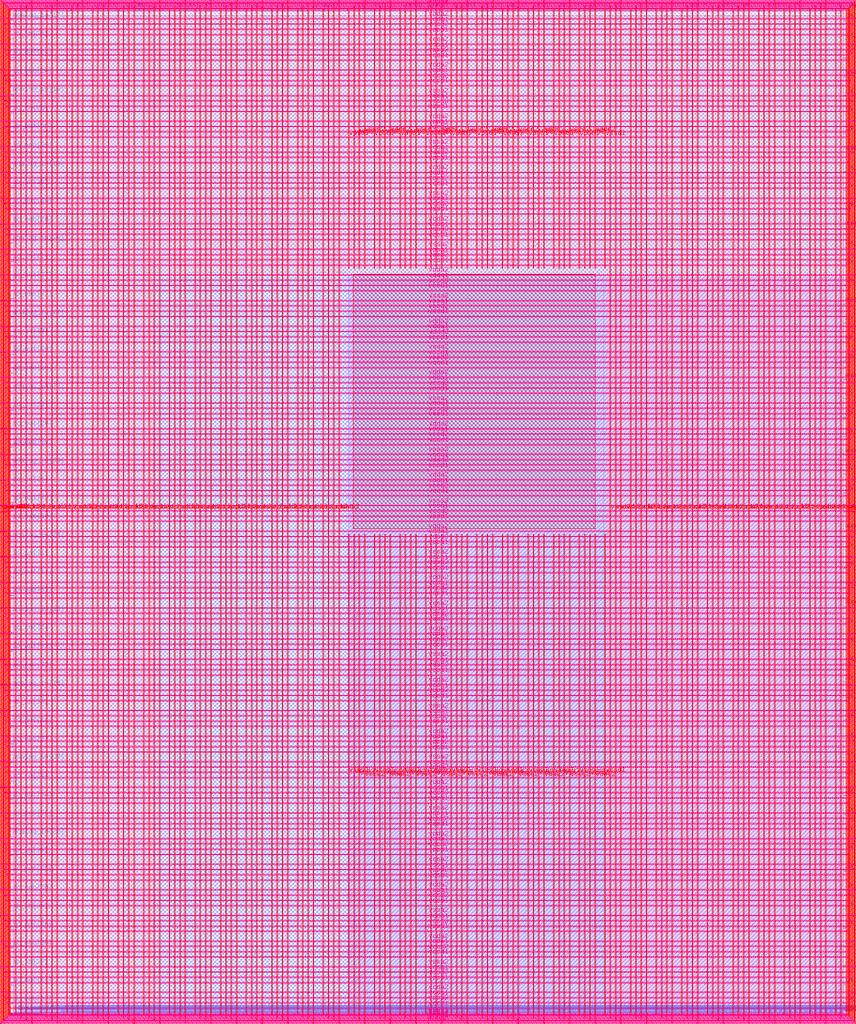
<source format=lef>
VERSION 5.7 ;
  NOWIREEXTENSIONATPIN ON ;
  DIVIDERCHAR "/" ;
  BUSBITCHARS "[]" ;
MACRO user_project_wrapper
  CLASS BLOCK ;
  FOREIGN user_project_wrapper ;
  ORIGIN 0.000 0.000 ;
  SIZE 2920.000 BY 3520.000 ;
  PIN analog_io[0]
    DIRECTION INOUT ;
    USE SIGNAL ;
    PORT
      LAYER met3 ;
        RECT 2917.600 1426.380 2924.800 1427.580 ;
    END
  END analog_io[0]
  PIN analog_io[10]
    DIRECTION INOUT ;
    USE SIGNAL ;
    PORT
      LAYER met2 ;
        RECT 2230.490 3517.600 2231.050 3524.800 ;
    END
  END analog_io[10]
  PIN analog_io[11]
    DIRECTION INOUT ;
    USE SIGNAL ;
    PORT
      LAYER met2 ;
        RECT 1905.730 3517.600 1906.290 3524.800 ;
    END
  END analog_io[11]
  PIN analog_io[12]
    DIRECTION INOUT ;
    USE SIGNAL ;
    PORT
      LAYER met2 ;
        RECT 1581.430 3517.600 1581.990 3524.800 ;
    END
  END analog_io[12]
  PIN analog_io[13]
    DIRECTION INOUT ;
    USE SIGNAL ;
    PORT
      LAYER met2 ;
        RECT 1257.130 3517.600 1257.690 3524.800 ;
    END
  END analog_io[13]
  PIN analog_io[14]
    DIRECTION INOUT ;
    USE SIGNAL ;
    PORT
      LAYER met2 ;
        RECT 932.370 3517.600 932.930 3524.800 ;
    END
  END analog_io[14]
  PIN analog_io[15]
    DIRECTION INOUT ;
    USE SIGNAL ;
    PORT
      LAYER met2 ;
        RECT 608.070 3517.600 608.630 3524.800 ;
    END
  END analog_io[15]
  PIN analog_io[16]
    DIRECTION INOUT ;
    USE SIGNAL ;
    PORT
      LAYER met2 ;
        RECT 283.770 3517.600 284.330 3524.800 ;
    END
  END analog_io[16]
  PIN analog_io[17]
    DIRECTION INOUT ;
    USE SIGNAL ;
    PORT
      LAYER met3 ;
        RECT -4.800 3486.100 2.400 3487.300 ;
    END
  END analog_io[17]
  PIN analog_io[18]
    DIRECTION INOUT ;
    USE SIGNAL ;
    PORT
      LAYER met3 ;
        RECT -4.800 3224.980 2.400 3226.180 ;
    END
  END analog_io[18]
  PIN analog_io[19]
    DIRECTION INOUT ;
    USE SIGNAL ;
    PORT
      LAYER met3 ;
        RECT -4.800 2964.540 2.400 2965.740 ;
    END
  END analog_io[19]
  PIN analog_io[1]
    DIRECTION INOUT ;
    USE SIGNAL ;
    PORT
      LAYER met3 ;
        RECT 2917.600 1692.260 2924.800 1693.460 ;
    END
  END analog_io[1]
  PIN analog_io[20]
    DIRECTION INOUT ;
    USE SIGNAL ;
    PORT
      LAYER met3 ;
        RECT -4.800 2703.420 2.400 2704.620 ;
    END
  END analog_io[20]
  PIN analog_io[21]
    DIRECTION INOUT ;
    USE SIGNAL ;
    PORT
      LAYER met3 ;
        RECT -4.800 2442.980 2.400 2444.180 ;
    END
  END analog_io[21]
  PIN analog_io[22]
    DIRECTION INOUT ;
    USE SIGNAL ;
    PORT
      LAYER met3 ;
        RECT -4.800 2182.540 2.400 2183.740 ;
    END
  END analog_io[22]
  PIN analog_io[23]
    DIRECTION INOUT ;
    USE SIGNAL ;
    PORT
      LAYER met3 ;
        RECT -4.800 1921.420 2.400 1922.620 ;
    END
  END analog_io[23]
  PIN analog_io[24]
    DIRECTION INOUT ;
    USE SIGNAL ;
    PORT
      LAYER met3 ;
        RECT -4.800 1660.980 2.400 1662.180 ;
    END
  END analog_io[24]
  PIN analog_io[25]
    DIRECTION INOUT ;
    USE SIGNAL ;
    PORT
      LAYER met3 ;
        RECT -4.800 1399.860 2.400 1401.060 ;
    END
  END analog_io[25]
  PIN analog_io[26]
    DIRECTION INOUT ;
    USE SIGNAL ;
    PORT
      LAYER met3 ;
        RECT -4.800 1139.420 2.400 1140.620 ;
    END
  END analog_io[26]
  PIN analog_io[27]
    DIRECTION INOUT ;
    USE SIGNAL ;
    PORT
      LAYER met3 ;
        RECT -4.800 878.980 2.400 880.180 ;
    END
  END analog_io[27]
  PIN analog_io[28]
    DIRECTION INOUT ;
    USE SIGNAL ;
    PORT
      LAYER met3 ;
        RECT -4.800 617.860 2.400 619.060 ;
    END
  END analog_io[28]
  PIN analog_io[2]
    DIRECTION INOUT ;
    USE SIGNAL ;
    PORT
      LAYER met3 ;
        RECT 2917.600 1958.140 2924.800 1959.340 ;
    END
  END analog_io[2]
  PIN analog_io[3]
    DIRECTION INOUT ;
    USE SIGNAL ;
    PORT
      LAYER met3 ;
        RECT 2917.600 2223.340 2924.800 2224.540 ;
    END
  END analog_io[3]
  PIN analog_io[4]
    DIRECTION INOUT ;
    USE SIGNAL ;
    PORT
      LAYER met3 ;
        RECT 2917.600 2489.220 2924.800 2490.420 ;
    END
  END analog_io[4]
  PIN analog_io[5]
    DIRECTION INOUT ;
    USE SIGNAL ;
    PORT
      LAYER met3 ;
        RECT 2917.600 2755.100 2924.800 2756.300 ;
    END
  END analog_io[5]
  PIN analog_io[6]
    DIRECTION INOUT ;
    USE SIGNAL ;
    PORT
      LAYER met3 ;
        RECT 2917.600 3020.300 2924.800 3021.500 ;
    END
  END analog_io[6]
  PIN analog_io[7]
    DIRECTION INOUT ;
    USE SIGNAL ;
    PORT
      LAYER met3 ;
        RECT 2917.600 3286.180 2924.800 3287.380 ;
    END
  END analog_io[7]
  PIN analog_io[8]
    DIRECTION INOUT ;
    USE SIGNAL ;
    PORT
      LAYER met2 ;
        RECT 2879.090 3517.600 2879.650 3524.800 ;
    END
  END analog_io[8]
  PIN analog_io[9]
    DIRECTION INOUT ;
    USE SIGNAL ;
    PORT
      LAYER met2 ;
        RECT 2554.790 3517.600 2555.350 3524.800 ;
    END
  END analog_io[9]
  PIN io_in[0]
    DIRECTION INPUT ;
    USE SIGNAL ;
    PORT
      LAYER met3 ;
        RECT 2917.600 32.380 2924.800 33.580 ;
    END
  END io_in[0]
  PIN io_in[10]
    DIRECTION INPUT ;
    USE SIGNAL ;
    PORT
      LAYER met3 ;
        RECT 2917.600 2289.980 2924.800 2291.180 ;
    END
  END io_in[10]
  PIN io_in[11]
    DIRECTION INPUT ;
    USE SIGNAL ;
    PORT
      LAYER met3 ;
        RECT 2917.600 2555.860 2924.800 2557.060 ;
    END
  END io_in[11]
  PIN io_in[12]
    DIRECTION INPUT ;
    USE SIGNAL ;
    PORT
      LAYER met3 ;
        RECT 2917.600 2821.060 2924.800 2822.260 ;
    END
  END io_in[12]
  PIN io_in[13]
    DIRECTION INPUT ;
    USE SIGNAL ;
    PORT
      LAYER met3 ;
        RECT 2917.600 3086.940 2924.800 3088.140 ;
    END
  END io_in[13]
  PIN io_in[14]
    DIRECTION INPUT ;
    USE SIGNAL ;
    PORT
      LAYER met3 ;
        RECT 2917.600 3352.820 2924.800 3354.020 ;
    END
  END io_in[14]
  PIN io_in[15]
    DIRECTION INPUT ;
    USE SIGNAL ;
    PORT
      LAYER met2 ;
        RECT 2798.130 3517.600 2798.690 3524.800 ;
    END
  END io_in[15]
  PIN io_in[16]
    DIRECTION INPUT ;
    USE SIGNAL ;
    PORT
      LAYER met2 ;
        RECT 2473.830 3517.600 2474.390 3524.800 ;
    END
  END io_in[16]
  PIN io_in[17]
    DIRECTION INPUT ;
    USE SIGNAL ;
    PORT
      LAYER met2 ;
        RECT 2149.070 3517.600 2149.630 3524.800 ;
    END
  END io_in[17]
  PIN io_in[18]
    DIRECTION INPUT ;
    USE SIGNAL ;
    PORT
      LAYER met2 ;
        RECT 1824.770 3517.600 1825.330 3524.800 ;
    END
  END io_in[18]
  PIN io_in[19]
    DIRECTION INPUT ;
    USE SIGNAL ;
    PORT
      LAYER met2 ;
        RECT 1500.470 3517.600 1501.030 3524.800 ;
    END
  END io_in[19]
  PIN io_in[1]
    DIRECTION INPUT ;
    USE SIGNAL ;
    PORT
      LAYER met3 ;
        RECT 2917.600 230.940 2924.800 232.140 ;
    END
  END io_in[1]
  PIN io_in[20]
    DIRECTION INPUT ;
    USE SIGNAL ;
    PORT
      LAYER met2 ;
        RECT 1175.710 3517.600 1176.270 3524.800 ;
    END
  END io_in[20]
  PIN io_in[21]
    DIRECTION INPUT ;
    USE SIGNAL ;
    PORT
      LAYER met2 ;
        RECT 851.410 3517.600 851.970 3524.800 ;
    END
  END io_in[21]
  PIN io_in[22]
    DIRECTION INPUT ;
    USE SIGNAL ;
    PORT
      LAYER met2 ;
        RECT 527.110 3517.600 527.670 3524.800 ;
    END
  END io_in[22]
  PIN io_in[23]
    DIRECTION INPUT ;
    USE SIGNAL ;
    PORT
      LAYER met2 ;
        RECT 202.350 3517.600 202.910 3524.800 ;
    END
  END io_in[23]
  PIN io_in[24]
    DIRECTION INPUT ;
    USE SIGNAL ;
    PORT
      LAYER met3 ;
        RECT -4.800 3420.820 2.400 3422.020 ;
    END
  END io_in[24]
  PIN io_in[25]
    DIRECTION INPUT ;
    USE SIGNAL ;
    PORT
      LAYER met3 ;
        RECT -4.800 3159.700 2.400 3160.900 ;
    END
  END io_in[25]
  PIN io_in[26]
    DIRECTION INPUT ;
    USE SIGNAL ;
    PORT
      LAYER met3 ;
        RECT -4.800 2899.260 2.400 2900.460 ;
    END
  END io_in[26]
  PIN io_in[27]
    DIRECTION INPUT ;
    USE SIGNAL ;
    PORT
      LAYER met3 ;
        RECT -4.800 2638.820 2.400 2640.020 ;
    END
  END io_in[27]
  PIN io_in[28]
    DIRECTION INPUT ;
    USE SIGNAL ;
    PORT
      LAYER met3 ;
        RECT -4.800 2377.700 2.400 2378.900 ;
    END
  END io_in[28]
  PIN io_in[29]
    DIRECTION INPUT ;
    USE SIGNAL ;
    PORT
      LAYER met3 ;
        RECT -4.800 2117.260 2.400 2118.460 ;
    END
  END io_in[29]
  PIN io_in[2]
    DIRECTION INPUT ;
    USE SIGNAL ;
    PORT
      LAYER met3 ;
        RECT 2917.600 430.180 2924.800 431.380 ;
    END
  END io_in[2]
  PIN io_in[30]
    DIRECTION INPUT ;
    USE SIGNAL ;
    PORT
      LAYER met3 ;
        RECT -4.800 1856.140 2.400 1857.340 ;
    END
  END io_in[30]
  PIN io_in[31]
    DIRECTION INPUT ;
    USE SIGNAL ;
    PORT
      LAYER met3 ;
        RECT -4.800 1595.700 2.400 1596.900 ;
    END
  END io_in[31]
  PIN io_in[32]
    DIRECTION INPUT ;
    USE SIGNAL ;
    PORT
      LAYER met3 ;
        RECT -4.800 1335.260 2.400 1336.460 ;
    END
  END io_in[32]
  PIN io_in[33]
    DIRECTION INPUT ;
    USE SIGNAL ;
    PORT
      LAYER met3 ;
        RECT -4.800 1074.140 2.400 1075.340 ;
    END
  END io_in[33]
  PIN io_in[34]
    DIRECTION INPUT ;
    USE SIGNAL ;
    PORT
      LAYER met3 ;
        RECT -4.800 813.700 2.400 814.900 ;
    END
  END io_in[34]
  PIN io_in[35]
    DIRECTION INPUT ;
    USE SIGNAL ;
    PORT
      LAYER met3 ;
        RECT -4.800 552.580 2.400 553.780 ;
    END
  END io_in[35]
  PIN io_in[36]
    DIRECTION INPUT ;
    USE SIGNAL ;
    PORT
      LAYER met3 ;
        RECT -4.800 357.420 2.400 358.620 ;
    END
  END io_in[36]
  PIN io_in[37]
    DIRECTION INPUT ;
    USE SIGNAL ;
    PORT
      LAYER met3 ;
        RECT -4.800 161.580 2.400 162.780 ;
    END
  END io_in[37]
  PIN io_in[3]
    DIRECTION INPUT ;
    USE SIGNAL ;
    PORT
      LAYER met3 ;
        RECT 2917.600 629.420 2924.800 630.620 ;
    END
  END io_in[3]
  PIN io_in[4]
    DIRECTION INPUT ;
    USE SIGNAL ;
    PORT
      LAYER met3 ;
        RECT 2917.600 828.660 2924.800 829.860 ;
    END
  END io_in[4]
  PIN io_in[5]
    DIRECTION INPUT ;
    USE SIGNAL ;
    PORT
      LAYER met3 ;
        RECT 2917.600 1027.900 2924.800 1029.100 ;
    END
  END io_in[5]
  PIN io_in[6]
    DIRECTION INPUT ;
    USE SIGNAL ;
    PORT
      LAYER met3 ;
        RECT 2917.600 1227.140 2924.800 1228.340 ;
    END
  END io_in[6]
  PIN io_in[7]
    DIRECTION INPUT ;
    USE SIGNAL ;
    PORT
      LAYER met3 ;
        RECT 2917.600 1493.020 2924.800 1494.220 ;
    END
  END io_in[7]
  PIN io_in[8]
    DIRECTION INPUT ;
    USE SIGNAL ;
    PORT
      LAYER met3 ;
        RECT 2917.600 1758.900 2924.800 1760.100 ;
    END
  END io_in[8]
  PIN io_in[9]
    DIRECTION INPUT ;
    USE SIGNAL ;
    PORT
      LAYER met3 ;
        RECT 2917.600 2024.100 2924.800 2025.300 ;
    END
  END io_in[9]
  PIN io_oeb[0]
    DIRECTION OUTPUT TRISTATE ;
    USE SIGNAL ;
    PORT
      LAYER met3 ;
        RECT 2917.600 164.980 2924.800 166.180 ;
    END
  END io_oeb[0]
  PIN io_oeb[10]
    DIRECTION OUTPUT TRISTATE ;
    USE SIGNAL ;
    PORT
      LAYER met3 ;
        RECT 2917.600 2422.580 2924.800 2423.780 ;
    END
  END io_oeb[10]
  PIN io_oeb[11]
    DIRECTION OUTPUT TRISTATE ;
    USE SIGNAL ;
    PORT
      LAYER met3 ;
        RECT 2917.600 2688.460 2924.800 2689.660 ;
    END
  END io_oeb[11]
  PIN io_oeb[12]
    DIRECTION OUTPUT TRISTATE ;
    USE SIGNAL ;
    PORT
      LAYER met3 ;
        RECT 2917.600 2954.340 2924.800 2955.540 ;
    END
  END io_oeb[12]
  PIN io_oeb[13]
    DIRECTION OUTPUT TRISTATE ;
    USE SIGNAL ;
    PORT
      LAYER met3 ;
        RECT 2917.600 3219.540 2924.800 3220.740 ;
    END
  END io_oeb[13]
  PIN io_oeb[14]
    DIRECTION OUTPUT TRISTATE ;
    USE SIGNAL ;
    PORT
      LAYER met3 ;
        RECT 2917.600 3485.420 2924.800 3486.620 ;
    END
  END io_oeb[14]
  PIN io_oeb[15]
    DIRECTION OUTPUT TRISTATE ;
    USE SIGNAL ;
    PORT
      LAYER met2 ;
        RECT 2635.750 3517.600 2636.310 3524.800 ;
    END
  END io_oeb[15]
  PIN io_oeb[16]
    DIRECTION OUTPUT TRISTATE ;
    USE SIGNAL ;
    PORT
      LAYER met2 ;
        RECT 2311.450 3517.600 2312.010 3524.800 ;
    END
  END io_oeb[16]
  PIN io_oeb[17]
    DIRECTION OUTPUT TRISTATE ;
    USE SIGNAL ;
    PORT
      LAYER met2 ;
        RECT 1987.150 3517.600 1987.710 3524.800 ;
    END
  END io_oeb[17]
  PIN io_oeb[18]
    DIRECTION OUTPUT TRISTATE ;
    USE SIGNAL ;
    PORT
      LAYER met2 ;
        RECT 1662.390 3517.600 1662.950 3524.800 ;
    END
  END io_oeb[18]
  PIN io_oeb[19]
    DIRECTION OUTPUT TRISTATE ;
    USE SIGNAL ;
    PORT
      LAYER met2 ;
        RECT 1338.090 3517.600 1338.650 3524.800 ;
    END
  END io_oeb[19]
  PIN io_oeb[1]
    DIRECTION OUTPUT TRISTATE ;
    USE SIGNAL ;
    PORT
      LAYER met3 ;
        RECT 2917.600 364.220 2924.800 365.420 ;
    END
  END io_oeb[1]
  PIN io_oeb[20]
    DIRECTION OUTPUT TRISTATE ;
    USE SIGNAL ;
    PORT
      LAYER met2 ;
        RECT 1013.790 3517.600 1014.350 3524.800 ;
    END
  END io_oeb[20]
  PIN io_oeb[21]
    DIRECTION OUTPUT TRISTATE ;
    USE SIGNAL ;
    PORT
      LAYER met2 ;
        RECT 689.030 3517.600 689.590 3524.800 ;
    END
  END io_oeb[21]
  PIN io_oeb[22]
    DIRECTION OUTPUT TRISTATE ;
    USE SIGNAL ;
    PORT
      LAYER met2 ;
        RECT 364.730 3517.600 365.290 3524.800 ;
    END
  END io_oeb[22]
  PIN io_oeb[23]
    DIRECTION OUTPUT TRISTATE ;
    USE SIGNAL ;
    PORT
      LAYER met2 ;
        RECT 40.430 3517.600 40.990 3524.800 ;
    END
  END io_oeb[23]
  PIN io_oeb[24]
    DIRECTION OUTPUT TRISTATE ;
    USE SIGNAL ;
    PORT
      LAYER met3 ;
        RECT -4.800 3290.260 2.400 3291.460 ;
    END
  END io_oeb[24]
  PIN io_oeb[25]
    DIRECTION OUTPUT TRISTATE ;
    USE SIGNAL ;
    PORT
      LAYER met3 ;
        RECT -4.800 3029.820 2.400 3031.020 ;
    END
  END io_oeb[25]
  PIN io_oeb[26]
    DIRECTION OUTPUT TRISTATE ;
    USE SIGNAL ;
    PORT
      LAYER met3 ;
        RECT -4.800 2768.700 2.400 2769.900 ;
    END
  END io_oeb[26]
  PIN io_oeb[27]
    DIRECTION OUTPUT TRISTATE ;
    USE SIGNAL ;
    PORT
      LAYER met3 ;
        RECT -4.800 2508.260 2.400 2509.460 ;
    END
  END io_oeb[27]
  PIN io_oeb[28]
    DIRECTION OUTPUT TRISTATE ;
    USE SIGNAL ;
    PORT
      LAYER met3 ;
        RECT -4.800 2247.140 2.400 2248.340 ;
    END
  END io_oeb[28]
  PIN io_oeb[29]
    DIRECTION OUTPUT TRISTATE ;
    USE SIGNAL ;
    PORT
      LAYER met3 ;
        RECT -4.800 1986.700 2.400 1987.900 ;
    END
  END io_oeb[29]
  PIN io_oeb[2]
    DIRECTION OUTPUT TRISTATE ;
    USE SIGNAL ;
    PORT
      LAYER met3 ;
        RECT 2917.600 563.460 2924.800 564.660 ;
    END
  END io_oeb[2]
  PIN io_oeb[30]
    DIRECTION OUTPUT TRISTATE ;
    USE SIGNAL ;
    PORT
      LAYER met3 ;
        RECT -4.800 1726.260 2.400 1727.460 ;
    END
  END io_oeb[30]
  PIN io_oeb[31]
    DIRECTION OUTPUT TRISTATE ;
    USE SIGNAL ;
    PORT
      LAYER met3 ;
        RECT -4.800 1465.140 2.400 1466.340 ;
    END
  END io_oeb[31]
  PIN io_oeb[32]
    DIRECTION OUTPUT TRISTATE ;
    USE SIGNAL ;
    PORT
      LAYER met3 ;
        RECT -4.800 1204.700 2.400 1205.900 ;
    END
  END io_oeb[32]
  PIN io_oeb[33]
    DIRECTION OUTPUT TRISTATE ;
    USE SIGNAL ;
    PORT
      LAYER met3 ;
        RECT -4.800 943.580 2.400 944.780 ;
    END
  END io_oeb[33]
  PIN io_oeb[34]
    DIRECTION OUTPUT TRISTATE ;
    USE SIGNAL ;
    PORT
      LAYER met3 ;
        RECT -4.800 683.140 2.400 684.340 ;
    END
  END io_oeb[34]
  PIN io_oeb[35]
    DIRECTION OUTPUT TRISTATE ;
    USE SIGNAL ;
    PORT
      LAYER met3 ;
        RECT -4.800 422.700 2.400 423.900 ;
    END
  END io_oeb[35]
  PIN io_oeb[36]
    DIRECTION OUTPUT TRISTATE ;
    USE SIGNAL ;
    PORT
      LAYER met3 ;
        RECT -4.800 226.860 2.400 228.060 ;
    END
  END io_oeb[36]
  PIN io_oeb[37]
    DIRECTION OUTPUT TRISTATE ;
    USE SIGNAL ;
    PORT
      LAYER met3 ;
        RECT -4.800 31.700 2.400 32.900 ;
    END
  END io_oeb[37]
  PIN io_oeb[3]
    DIRECTION OUTPUT TRISTATE ;
    USE SIGNAL ;
    PORT
      LAYER met3 ;
        RECT 2917.600 762.700 2924.800 763.900 ;
    END
  END io_oeb[3]
  PIN io_oeb[4]
    DIRECTION OUTPUT TRISTATE ;
    USE SIGNAL ;
    PORT
      LAYER met3 ;
        RECT 2917.600 961.940 2924.800 963.140 ;
    END
  END io_oeb[4]
  PIN io_oeb[5]
    DIRECTION OUTPUT TRISTATE ;
    USE SIGNAL ;
    PORT
      LAYER met3 ;
        RECT 2917.600 1161.180 2924.800 1162.380 ;
    END
  END io_oeb[5]
  PIN io_oeb[6]
    DIRECTION OUTPUT TRISTATE ;
    USE SIGNAL ;
    PORT
      LAYER met3 ;
        RECT 2917.600 1360.420 2924.800 1361.620 ;
    END
  END io_oeb[6]
  PIN io_oeb[7]
    DIRECTION OUTPUT TRISTATE ;
    USE SIGNAL ;
    PORT
      LAYER met3 ;
        RECT 2917.600 1625.620 2924.800 1626.820 ;
    END
  END io_oeb[7]
  PIN io_oeb[8]
    DIRECTION OUTPUT TRISTATE ;
    USE SIGNAL ;
    PORT
      LAYER met3 ;
        RECT 2917.600 1891.500 2924.800 1892.700 ;
    END
  END io_oeb[8]
  PIN io_oeb[9]
    DIRECTION OUTPUT TRISTATE ;
    USE SIGNAL ;
    PORT
      LAYER met3 ;
        RECT 2917.600 2157.380 2924.800 2158.580 ;
    END
  END io_oeb[9]
  PIN io_out[0]
    DIRECTION OUTPUT TRISTATE ;
    USE SIGNAL ;
    PORT
      LAYER met3 ;
        RECT 2917.600 98.340 2924.800 99.540 ;
    END
  END io_out[0]
  PIN io_out[10]
    DIRECTION OUTPUT TRISTATE ;
    USE SIGNAL ;
    PORT
      LAYER met3 ;
        RECT 2917.600 2356.620 2924.800 2357.820 ;
    END
  END io_out[10]
  PIN io_out[11]
    DIRECTION OUTPUT TRISTATE ;
    USE SIGNAL ;
    PORT
      LAYER met3 ;
        RECT 2917.600 2621.820 2924.800 2623.020 ;
    END
  END io_out[11]
  PIN io_out[12]
    DIRECTION OUTPUT TRISTATE ;
    USE SIGNAL ;
    PORT
      LAYER met3 ;
        RECT 2917.600 2887.700 2924.800 2888.900 ;
    END
  END io_out[12]
  PIN io_out[13]
    DIRECTION OUTPUT TRISTATE ;
    USE SIGNAL ;
    PORT
      LAYER met3 ;
        RECT 2917.600 3153.580 2924.800 3154.780 ;
    END
  END io_out[13]
  PIN io_out[14]
    DIRECTION OUTPUT TRISTATE ;
    USE SIGNAL ;
    PORT
      LAYER met3 ;
        RECT 2917.600 3418.780 2924.800 3419.980 ;
    END
  END io_out[14]
  PIN io_out[15]
    DIRECTION OUTPUT TRISTATE ;
    USE SIGNAL ;
    PORT
      LAYER met2 ;
        RECT 2717.170 3517.600 2717.730 3524.800 ;
    END
  END io_out[15]
  PIN io_out[16]
    DIRECTION OUTPUT TRISTATE ;
    USE SIGNAL ;
    PORT
      LAYER met2 ;
        RECT 2392.410 3517.600 2392.970 3524.800 ;
    END
  END io_out[16]
  PIN io_out[17]
    DIRECTION OUTPUT TRISTATE ;
    USE SIGNAL ;
    PORT
      LAYER met2 ;
        RECT 2068.110 3517.600 2068.670 3524.800 ;
    END
  END io_out[17]
  PIN io_out[18]
    DIRECTION OUTPUT TRISTATE ;
    USE SIGNAL ;
    PORT
      LAYER met2 ;
        RECT 1743.810 3517.600 1744.370 3524.800 ;
    END
  END io_out[18]
  PIN io_out[19]
    DIRECTION OUTPUT TRISTATE ;
    USE SIGNAL ;
    PORT
      LAYER met2 ;
        RECT 1419.050 3517.600 1419.610 3524.800 ;
    END
  END io_out[19]
  PIN io_out[1]
    DIRECTION OUTPUT TRISTATE ;
    USE SIGNAL ;
    PORT
      LAYER met3 ;
        RECT 2917.600 297.580 2924.800 298.780 ;
    END
  END io_out[1]
  PIN io_out[20]
    DIRECTION OUTPUT TRISTATE ;
    USE SIGNAL ;
    PORT
      LAYER met2 ;
        RECT 1094.750 3517.600 1095.310 3524.800 ;
    END
  END io_out[20]
  PIN io_out[21]
    DIRECTION OUTPUT TRISTATE ;
    USE SIGNAL ;
    PORT
      LAYER met2 ;
        RECT 770.450 3517.600 771.010 3524.800 ;
    END
  END io_out[21]
  PIN io_out[22]
    DIRECTION OUTPUT TRISTATE ;
    USE SIGNAL ;
    PORT
      LAYER met2 ;
        RECT 445.690 3517.600 446.250 3524.800 ;
    END
  END io_out[22]
  PIN io_out[23]
    DIRECTION OUTPUT TRISTATE ;
    USE SIGNAL ;
    PORT
      LAYER met2 ;
        RECT 121.390 3517.600 121.950 3524.800 ;
    END
  END io_out[23]
  PIN io_out[24]
    DIRECTION OUTPUT TRISTATE ;
    USE SIGNAL ;
    PORT
      LAYER met3 ;
        RECT -4.800 3355.540 2.400 3356.740 ;
    END
  END io_out[24]
  PIN io_out[25]
    DIRECTION OUTPUT TRISTATE ;
    USE SIGNAL ;
    PORT
      LAYER met3 ;
        RECT -4.800 3095.100 2.400 3096.300 ;
    END
  END io_out[25]
  PIN io_out[26]
    DIRECTION OUTPUT TRISTATE ;
    USE SIGNAL ;
    PORT
      LAYER met3 ;
        RECT -4.800 2833.980 2.400 2835.180 ;
    END
  END io_out[26]
  PIN io_out[27]
    DIRECTION OUTPUT TRISTATE ;
    USE SIGNAL ;
    PORT
      LAYER met3 ;
        RECT -4.800 2573.540 2.400 2574.740 ;
    END
  END io_out[27]
  PIN io_out[28]
    DIRECTION OUTPUT TRISTATE ;
    USE SIGNAL ;
    PORT
      LAYER met3 ;
        RECT -4.800 2312.420 2.400 2313.620 ;
    END
  END io_out[28]
  PIN io_out[29]
    DIRECTION OUTPUT TRISTATE ;
    USE SIGNAL ;
    PORT
      LAYER met3 ;
        RECT -4.800 2051.980 2.400 2053.180 ;
    END
  END io_out[29]
  PIN io_out[2]
    DIRECTION OUTPUT TRISTATE ;
    USE SIGNAL ;
    PORT
      LAYER met3 ;
        RECT 2917.600 496.820 2924.800 498.020 ;
    END
  END io_out[2]
  PIN io_out[30]
    DIRECTION OUTPUT TRISTATE ;
    USE SIGNAL ;
    PORT
      LAYER met3 ;
        RECT -4.800 1791.540 2.400 1792.740 ;
    END
  END io_out[30]
  PIN io_out[31]
    DIRECTION OUTPUT TRISTATE ;
    USE SIGNAL ;
    PORT
      LAYER met3 ;
        RECT -4.800 1530.420 2.400 1531.620 ;
    END
  END io_out[31]
  PIN io_out[32]
    DIRECTION OUTPUT TRISTATE ;
    USE SIGNAL ;
    PORT
      LAYER met3 ;
        RECT -4.800 1269.980 2.400 1271.180 ;
    END
  END io_out[32]
  PIN io_out[33]
    DIRECTION OUTPUT TRISTATE ;
    USE SIGNAL ;
    PORT
      LAYER met3 ;
        RECT -4.800 1008.860 2.400 1010.060 ;
    END
  END io_out[33]
  PIN io_out[34]
    DIRECTION OUTPUT TRISTATE ;
    USE SIGNAL ;
    PORT
      LAYER met3 ;
        RECT -4.800 748.420 2.400 749.620 ;
    END
  END io_out[34]
  PIN io_out[35]
    DIRECTION OUTPUT TRISTATE ;
    USE SIGNAL ;
    PORT
      LAYER met3 ;
        RECT -4.800 487.300 2.400 488.500 ;
    END
  END io_out[35]
  PIN io_out[36]
    DIRECTION OUTPUT TRISTATE ;
    USE SIGNAL ;
    PORT
      LAYER met3 ;
        RECT -4.800 292.140 2.400 293.340 ;
    END
  END io_out[36]
  PIN io_out[37]
    DIRECTION OUTPUT TRISTATE ;
    USE SIGNAL ;
    PORT
      LAYER met3 ;
        RECT -4.800 96.300 2.400 97.500 ;
    END
  END io_out[37]
  PIN io_out[3]
    DIRECTION OUTPUT TRISTATE ;
    USE SIGNAL ;
    PORT
      LAYER met3 ;
        RECT 2917.600 696.060 2924.800 697.260 ;
    END
  END io_out[3]
  PIN io_out[4]
    DIRECTION OUTPUT TRISTATE ;
    USE SIGNAL ;
    PORT
      LAYER met3 ;
        RECT 2917.600 895.300 2924.800 896.500 ;
    END
  END io_out[4]
  PIN io_out[5]
    DIRECTION OUTPUT TRISTATE ;
    USE SIGNAL ;
    PORT
      LAYER met3 ;
        RECT 2917.600 1094.540 2924.800 1095.740 ;
    END
  END io_out[5]
  PIN io_out[6]
    DIRECTION OUTPUT TRISTATE ;
    USE SIGNAL ;
    PORT
      LAYER met3 ;
        RECT 2917.600 1293.780 2924.800 1294.980 ;
    END
  END io_out[6]
  PIN io_out[7]
    DIRECTION OUTPUT TRISTATE ;
    USE SIGNAL ;
    PORT
      LAYER met3 ;
        RECT 2917.600 1559.660 2924.800 1560.860 ;
    END
  END io_out[7]
  PIN io_out[8]
    DIRECTION OUTPUT TRISTATE ;
    USE SIGNAL ;
    PORT
      LAYER met3 ;
        RECT 2917.600 1824.860 2924.800 1826.060 ;
    END
  END io_out[8]
  PIN io_out[9]
    DIRECTION OUTPUT TRISTATE ;
    USE SIGNAL ;
    PORT
      LAYER met3 ;
        RECT 2917.600 2090.740 2924.800 2091.940 ;
    END
  END io_out[9]
  PIN la_data_in[0]
    DIRECTION INPUT ;
    USE SIGNAL ;
    PORT
      LAYER met2 ;
        RECT 629.230 -4.800 629.790 2.400 ;
    END
  END la_data_in[0]
  PIN la_data_in[100]
    DIRECTION INPUT ;
    USE SIGNAL ;
    PORT
      LAYER met2 ;
        RECT 2402.530 -4.800 2403.090 2.400 ;
    END
  END la_data_in[100]
  PIN la_data_in[101]
    DIRECTION INPUT ;
    USE SIGNAL ;
    PORT
      LAYER met2 ;
        RECT 2420.010 -4.800 2420.570 2.400 ;
    END
  END la_data_in[101]
  PIN la_data_in[102]
    DIRECTION INPUT ;
    USE SIGNAL ;
    PORT
      LAYER met2 ;
        RECT 2437.950 -4.800 2438.510 2.400 ;
    END
  END la_data_in[102]
  PIN la_data_in[103]
    DIRECTION INPUT ;
    USE SIGNAL ;
    PORT
      LAYER met2 ;
        RECT 2455.430 -4.800 2455.990 2.400 ;
    END
  END la_data_in[103]
  PIN la_data_in[104]
    DIRECTION INPUT ;
    USE SIGNAL ;
    PORT
      LAYER met2 ;
        RECT 2473.370 -4.800 2473.930 2.400 ;
    END
  END la_data_in[104]
  PIN la_data_in[105]
    DIRECTION INPUT ;
    USE SIGNAL ;
    PORT
      LAYER met2 ;
        RECT 2490.850 -4.800 2491.410 2.400 ;
    END
  END la_data_in[105]
  PIN la_data_in[106]
    DIRECTION INPUT ;
    USE SIGNAL ;
    PORT
      LAYER met2 ;
        RECT 2508.790 -4.800 2509.350 2.400 ;
    END
  END la_data_in[106]
  PIN la_data_in[107]
    DIRECTION INPUT ;
    USE SIGNAL ;
    PORT
      LAYER met2 ;
        RECT 2526.730 -4.800 2527.290 2.400 ;
    END
  END la_data_in[107]
  PIN la_data_in[108]
    DIRECTION INPUT ;
    USE SIGNAL ;
    PORT
      LAYER met2 ;
        RECT 2544.210 -4.800 2544.770 2.400 ;
    END
  END la_data_in[108]
  PIN la_data_in[109]
    DIRECTION INPUT ;
    USE SIGNAL ;
    PORT
      LAYER met2 ;
        RECT 2562.150 -4.800 2562.710 2.400 ;
    END
  END la_data_in[109]
  PIN la_data_in[10]
    DIRECTION INPUT ;
    USE SIGNAL ;
    PORT
      LAYER met2 ;
        RECT 806.330 -4.800 806.890 2.400 ;
    END
  END la_data_in[10]
  PIN la_data_in[110]
    DIRECTION INPUT ;
    USE SIGNAL ;
    PORT
      LAYER met2 ;
        RECT 2579.630 -4.800 2580.190 2.400 ;
    END
  END la_data_in[110]
  PIN la_data_in[111]
    DIRECTION INPUT ;
    USE SIGNAL ;
    PORT
      LAYER met2 ;
        RECT 2597.570 -4.800 2598.130 2.400 ;
    END
  END la_data_in[111]
  PIN la_data_in[112]
    DIRECTION INPUT ;
    USE SIGNAL ;
    PORT
      LAYER met2 ;
        RECT 2615.050 -4.800 2615.610 2.400 ;
    END
  END la_data_in[112]
  PIN la_data_in[113]
    DIRECTION INPUT ;
    USE SIGNAL ;
    PORT
      LAYER met2 ;
        RECT 2632.990 -4.800 2633.550 2.400 ;
    END
  END la_data_in[113]
  PIN la_data_in[114]
    DIRECTION INPUT ;
    USE SIGNAL ;
    PORT
      LAYER met2 ;
        RECT 2650.470 -4.800 2651.030 2.400 ;
    END
  END la_data_in[114]
  PIN la_data_in[115]
    DIRECTION INPUT ;
    USE SIGNAL ;
    PORT
      LAYER met2 ;
        RECT 2668.410 -4.800 2668.970 2.400 ;
    END
  END la_data_in[115]
  PIN la_data_in[116]
    DIRECTION INPUT ;
    USE SIGNAL ;
    PORT
      LAYER met2 ;
        RECT 2685.890 -4.800 2686.450 2.400 ;
    END
  END la_data_in[116]
  PIN la_data_in[117]
    DIRECTION INPUT ;
    USE SIGNAL ;
    PORT
      LAYER met2 ;
        RECT 2703.830 -4.800 2704.390 2.400 ;
    END
  END la_data_in[117]
  PIN la_data_in[118]
    DIRECTION INPUT ;
    USE SIGNAL ;
    PORT
      LAYER met2 ;
        RECT 2721.770 -4.800 2722.330 2.400 ;
    END
  END la_data_in[118]
  PIN la_data_in[119]
    DIRECTION INPUT ;
    USE SIGNAL ;
    PORT
      LAYER met2 ;
        RECT 2739.250 -4.800 2739.810 2.400 ;
    END
  END la_data_in[119]
  PIN la_data_in[11]
    DIRECTION INPUT ;
    USE SIGNAL ;
    PORT
      LAYER met2 ;
        RECT 824.270 -4.800 824.830 2.400 ;
    END
  END la_data_in[11]
  PIN la_data_in[120]
    DIRECTION INPUT ;
    USE SIGNAL ;
    PORT
      LAYER met2 ;
        RECT 2757.190 -4.800 2757.750 2.400 ;
    END
  END la_data_in[120]
  PIN la_data_in[121]
    DIRECTION INPUT ;
    USE SIGNAL ;
    PORT
      LAYER met2 ;
        RECT 2774.670 -4.800 2775.230 2.400 ;
    END
  END la_data_in[121]
  PIN la_data_in[122]
    DIRECTION INPUT ;
    USE SIGNAL ;
    PORT
      LAYER met2 ;
        RECT 2792.610 -4.800 2793.170 2.400 ;
    END
  END la_data_in[122]
  PIN la_data_in[123]
    DIRECTION INPUT ;
    USE SIGNAL ;
    PORT
      LAYER met2 ;
        RECT 2810.090 -4.800 2810.650 2.400 ;
    END
  END la_data_in[123]
  PIN la_data_in[124]
    DIRECTION INPUT ;
    USE SIGNAL ;
    PORT
      LAYER met2 ;
        RECT 2828.030 -4.800 2828.590 2.400 ;
    END
  END la_data_in[124]
  PIN la_data_in[125]
    DIRECTION INPUT ;
    USE SIGNAL ;
    PORT
      LAYER met2 ;
        RECT 2845.510 -4.800 2846.070 2.400 ;
    END
  END la_data_in[125]
  PIN la_data_in[126]
    DIRECTION INPUT ;
    USE SIGNAL ;
    PORT
      LAYER met2 ;
        RECT 2863.450 -4.800 2864.010 2.400 ;
    END
  END la_data_in[126]
  PIN la_data_in[127]
    DIRECTION INPUT ;
    USE SIGNAL ;
    PORT
      LAYER met2 ;
        RECT 2881.390 -4.800 2881.950 2.400 ;
    END
  END la_data_in[127]
  PIN la_data_in[12]
    DIRECTION INPUT ;
    USE SIGNAL ;
    PORT
      LAYER met2 ;
        RECT 841.750 -4.800 842.310 2.400 ;
    END
  END la_data_in[12]
  PIN la_data_in[13]
    DIRECTION INPUT ;
    USE SIGNAL ;
    PORT
      LAYER met2 ;
        RECT 859.690 -4.800 860.250 2.400 ;
    END
  END la_data_in[13]
  PIN la_data_in[14]
    DIRECTION INPUT ;
    USE SIGNAL ;
    PORT
      LAYER met2 ;
        RECT 877.170 -4.800 877.730 2.400 ;
    END
  END la_data_in[14]
  PIN la_data_in[15]
    DIRECTION INPUT ;
    USE SIGNAL ;
    PORT
      LAYER met2 ;
        RECT 895.110 -4.800 895.670 2.400 ;
    END
  END la_data_in[15]
  PIN la_data_in[16]
    DIRECTION INPUT ;
    USE SIGNAL ;
    PORT
      LAYER met2 ;
        RECT 912.590 -4.800 913.150 2.400 ;
    END
  END la_data_in[16]
  PIN la_data_in[17]
    DIRECTION INPUT ;
    USE SIGNAL ;
    PORT
      LAYER met2 ;
        RECT 930.530 -4.800 931.090 2.400 ;
    END
  END la_data_in[17]
  PIN la_data_in[18]
    DIRECTION INPUT ;
    USE SIGNAL ;
    PORT
      LAYER met2 ;
        RECT 948.470 -4.800 949.030 2.400 ;
    END
  END la_data_in[18]
  PIN la_data_in[19]
    DIRECTION INPUT ;
    USE SIGNAL ;
    PORT
      LAYER met2 ;
        RECT 965.950 -4.800 966.510 2.400 ;
    END
  END la_data_in[19]
  PIN la_data_in[1]
    DIRECTION INPUT ;
    USE SIGNAL ;
    PORT
      LAYER met2 ;
        RECT 646.710 -4.800 647.270 2.400 ;
    END
  END la_data_in[1]
  PIN la_data_in[20]
    DIRECTION INPUT ;
    USE SIGNAL ;
    PORT
      LAYER met2 ;
        RECT 983.890 -4.800 984.450 2.400 ;
    END
  END la_data_in[20]
  PIN la_data_in[21]
    DIRECTION INPUT ;
    USE SIGNAL ;
    PORT
      LAYER met2 ;
        RECT 1001.370 -4.800 1001.930 2.400 ;
    END
  END la_data_in[21]
  PIN la_data_in[22]
    DIRECTION INPUT ;
    USE SIGNAL ;
    PORT
      LAYER met2 ;
        RECT 1019.310 -4.800 1019.870 2.400 ;
    END
  END la_data_in[22]
  PIN la_data_in[23]
    DIRECTION INPUT ;
    USE SIGNAL ;
    PORT
      LAYER met2 ;
        RECT 1036.790 -4.800 1037.350 2.400 ;
    END
  END la_data_in[23]
  PIN la_data_in[24]
    DIRECTION INPUT ;
    USE SIGNAL ;
    PORT
      LAYER met2 ;
        RECT 1054.730 -4.800 1055.290 2.400 ;
    END
  END la_data_in[24]
  PIN la_data_in[25]
    DIRECTION INPUT ;
    USE SIGNAL ;
    PORT
      LAYER met2 ;
        RECT 1072.210 -4.800 1072.770 2.400 ;
    END
  END la_data_in[25]
  PIN la_data_in[26]
    DIRECTION INPUT ;
    USE SIGNAL ;
    PORT
      LAYER met2 ;
        RECT 1090.150 -4.800 1090.710 2.400 ;
    END
  END la_data_in[26]
  PIN la_data_in[27]
    DIRECTION INPUT ;
    USE SIGNAL ;
    PORT
      LAYER met2 ;
        RECT 1107.630 -4.800 1108.190 2.400 ;
    END
  END la_data_in[27]
  PIN la_data_in[28]
    DIRECTION INPUT ;
    USE SIGNAL ;
    PORT
      LAYER met2 ;
        RECT 1125.570 -4.800 1126.130 2.400 ;
    END
  END la_data_in[28]
  PIN la_data_in[29]
    DIRECTION INPUT ;
    USE SIGNAL ;
    PORT
      LAYER met2 ;
        RECT 1143.510 -4.800 1144.070 2.400 ;
    END
  END la_data_in[29]
  PIN la_data_in[2]
    DIRECTION INPUT ;
    USE SIGNAL ;
    PORT
      LAYER met2 ;
        RECT 664.650 -4.800 665.210 2.400 ;
    END
  END la_data_in[2]
  PIN la_data_in[30]
    DIRECTION INPUT ;
    USE SIGNAL ;
    PORT
      LAYER met2 ;
        RECT 1160.990 -4.800 1161.550 2.400 ;
    END
  END la_data_in[30]
  PIN la_data_in[31]
    DIRECTION INPUT ;
    USE SIGNAL ;
    PORT
      LAYER met2 ;
        RECT 1178.930 -4.800 1179.490 2.400 ;
    END
  END la_data_in[31]
  PIN la_data_in[32]
    DIRECTION INPUT ;
    USE SIGNAL ;
    PORT
      LAYER met2 ;
        RECT 1196.410 -4.800 1196.970 2.400 ;
    END
  END la_data_in[32]
  PIN la_data_in[33]
    DIRECTION INPUT ;
    USE SIGNAL ;
    PORT
      LAYER met2 ;
        RECT 1214.350 -4.800 1214.910 2.400 ;
    END
  END la_data_in[33]
  PIN la_data_in[34]
    DIRECTION INPUT ;
    USE SIGNAL ;
    PORT
      LAYER met2 ;
        RECT 1231.830 -4.800 1232.390 2.400 ;
    END
  END la_data_in[34]
  PIN la_data_in[35]
    DIRECTION INPUT ;
    USE SIGNAL ;
    PORT
      LAYER met2 ;
        RECT 1249.770 -4.800 1250.330 2.400 ;
    END
  END la_data_in[35]
  PIN la_data_in[36]
    DIRECTION INPUT ;
    USE SIGNAL ;
    PORT
      LAYER met2 ;
        RECT 1267.250 -4.800 1267.810 2.400 ;
    END
  END la_data_in[36]
  PIN la_data_in[37]
    DIRECTION INPUT ;
    USE SIGNAL ;
    PORT
      LAYER met2 ;
        RECT 1285.190 -4.800 1285.750 2.400 ;
    END
  END la_data_in[37]
  PIN la_data_in[38]
    DIRECTION INPUT ;
    USE SIGNAL ;
    PORT
      LAYER met2 ;
        RECT 1303.130 -4.800 1303.690 2.400 ;
    END
  END la_data_in[38]
  PIN la_data_in[39]
    DIRECTION INPUT ;
    USE SIGNAL ;
    PORT
      LAYER met2 ;
        RECT 1320.610 -4.800 1321.170 2.400 ;
    END
  END la_data_in[39]
  PIN la_data_in[3]
    DIRECTION INPUT ;
    USE SIGNAL ;
    PORT
      LAYER met2 ;
        RECT 682.130 -4.800 682.690 2.400 ;
    END
  END la_data_in[3]
  PIN la_data_in[40]
    DIRECTION INPUT ;
    USE SIGNAL ;
    PORT
      LAYER met2 ;
        RECT 1338.550 -4.800 1339.110 2.400 ;
    END
  END la_data_in[40]
  PIN la_data_in[41]
    DIRECTION INPUT ;
    USE SIGNAL ;
    PORT
      LAYER met2 ;
        RECT 1356.030 -4.800 1356.590 2.400 ;
    END
  END la_data_in[41]
  PIN la_data_in[42]
    DIRECTION INPUT ;
    USE SIGNAL ;
    PORT
      LAYER met2 ;
        RECT 1373.970 -4.800 1374.530 2.400 ;
    END
  END la_data_in[42]
  PIN la_data_in[43]
    DIRECTION INPUT ;
    USE SIGNAL ;
    PORT
      LAYER met2 ;
        RECT 1391.450 -4.800 1392.010 2.400 ;
    END
  END la_data_in[43]
  PIN la_data_in[44]
    DIRECTION INPUT ;
    USE SIGNAL ;
    PORT
      LAYER met2 ;
        RECT 1409.390 -4.800 1409.950 2.400 ;
    END
  END la_data_in[44]
  PIN la_data_in[45]
    DIRECTION INPUT ;
    USE SIGNAL ;
    PORT
      LAYER met2 ;
        RECT 1426.870 -4.800 1427.430 2.400 ;
    END
  END la_data_in[45]
  PIN la_data_in[46]
    DIRECTION INPUT ;
    USE SIGNAL ;
    PORT
      LAYER met2 ;
        RECT 1444.810 -4.800 1445.370 2.400 ;
    END
  END la_data_in[46]
  PIN la_data_in[47]
    DIRECTION INPUT ;
    USE SIGNAL ;
    PORT
      LAYER met2 ;
        RECT 1462.750 -4.800 1463.310 2.400 ;
    END
  END la_data_in[47]
  PIN la_data_in[48]
    DIRECTION INPUT ;
    USE SIGNAL ;
    PORT
      LAYER met2 ;
        RECT 1480.230 -4.800 1480.790 2.400 ;
    END
  END la_data_in[48]
  PIN la_data_in[49]
    DIRECTION INPUT ;
    USE SIGNAL ;
    PORT
      LAYER met2 ;
        RECT 1498.170 -4.800 1498.730 2.400 ;
    END
  END la_data_in[49]
  PIN la_data_in[4]
    DIRECTION INPUT ;
    USE SIGNAL ;
    PORT
      LAYER met2 ;
        RECT 700.070 -4.800 700.630 2.400 ;
    END
  END la_data_in[4]
  PIN la_data_in[50]
    DIRECTION INPUT ;
    USE SIGNAL ;
    PORT
      LAYER met2 ;
        RECT 1515.650 -4.800 1516.210 2.400 ;
    END
  END la_data_in[50]
  PIN la_data_in[51]
    DIRECTION INPUT ;
    USE SIGNAL ;
    PORT
      LAYER met2 ;
        RECT 1533.590 -4.800 1534.150 2.400 ;
    END
  END la_data_in[51]
  PIN la_data_in[52]
    DIRECTION INPUT ;
    USE SIGNAL ;
    PORT
      LAYER met2 ;
        RECT 1551.070 -4.800 1551.630 2.400 ;
    END
  END la_data_in[52]
  PIN la_data_in[53]
    DIRECTION INPUT ;
    USE SIGNAL ;
    PORT
      LAYER met2 ;
        RECT 1569.010 -4.800 1569.570 2.400 ;
    END
  END la_data_in[53]
  PIN la_data_in[54]
    DIRECTION INPUT ;
    USE SIGNAL ;
    PORT
      LAYER met2 ;
        RECT 1586.490 -4.800 1587.050 2.400 ;
    END
  END la_data_in[54]
  PIN la_data_in[55]
    DIRECTION INPUT ;
    USE SIGNAL ;
    PORT
      LAYER met2 ;
        RECT 1604.430 -4.800 1604.990 2.400 ;
    END
  END la_data_in[55]
  PIN la_data_in[56]
    DIRECTION INPUT ;
    USE SIGNAL ;
    PORT
      LAYER met2 ;
        RECT 1621.910 -4.800 1622.470 2.400 ;
    END
  END la_data_in[56]
  PIN la_data_in[57]
    DIRECTION INPUT ;
    USE SIGNAL ;
    PORT
      LAYER met2 ;
        RECT 1639.850 -4.800 1640.410 2.400 ;
    END
  END la_data_in[57]
  PIN la_data_in[58]
    DIRECTION INPUT ;
    USE SIGNAL ;
    PORT
      LAYER met2 ;
        RECT 1657.790 -4.800 1658.350 2.400 ;
    END
  END la_data_in[58]
  PIN la_data_in[59]
    DIRECTION INPUT ;
    USE SIGNAL ;
    PORT
      LAYER met2 ;
        RECT 1675.270 -4.800 1675.830 2.400 ;
    END
  END la_data_in[59]
  PIN la_data_in[5]
    DIRECTION INPUT ;
    USE SIGNAL ;
    PORT
      LAYER met2 ;
        RECT 717.550 -4.800 718.110 2.400 ;
    END
  END la_data_in[5]
  PIN la_data_in[60]
    DIRECTION INPUT ;
    USE SIGNAL ;
    PORT
      LAYER met2 ;
        RECT 1693.210 -4.800 1693.770 2.400 ;
    END
  END la_data_in[60]
  PIN la_data_in[61]
    DIRECTION INPUT ;
    USE SIGNAL ;
    PORT
      LAYER met2 ;
        RECT 1710.690 -4.800 1711.250 2.400 ;
    END
  END la_data_in[61]
  PIN la_data_in[62]
    DIRECTION INPUT ;
    USE SIGNAL ;
    PORT
      LAYER met2 ;
        RECT 1728.630 -4.800 1729.190 2.400 ;
    END
  END la_data_in[62]
  PIN la_data_in[63]
    DIRECTION INPUT ;
    USE SIGNAL ;
    PORT
      LAYER met2 ;
        RECT 1746.110 -4.800 1746.670 2.400 ;
    END
  END la_data_in[63]
  PIN la_data_in[64]
    DIRECTION INPUT ;
    USE SIGNAL ;
    PORT
      LAYER met2 ;
        RECT 1764.050 -4.800 1764.610 2.400 ;
    END
  END la_data_in[64]
  PIN la_data_in[65]
    DIRECTION INPUT ;
    USE SIGNAL ;
    PORT
      LAYER met2 ;
        RECT 1781.530 -4.800 1782.090 2.400 ;
    END
  END la_data_in[65]
  PIN la_data_in[66]
    DIRECTION INPUT ;
    USE SIGNAL ;
    PORT
      LAYER met2 ;
        RECT 1799.470 -4.800 1800.030 2.400 ;
    END
  END la_data_in[66]
  PIN la_data_in[67]
    DIRECTION INPUT ;
    USE SIGNAL ;
    PORT
      LAYER met2 ;
        RECT 1817.410 -4.800 1817.970 2.400 ;
    END
  END la_data_in[67]
  PIN la_data_in[68]
    DIRECTION INPUT ;
    USE SIGNAL ;
    PORT
      LAYER met2 ;
        RECT 1834.890 -4.800 1835.450 2.400 ;
    END
  END la_data_in[68]
  PIN la_data_in[69]
    DIRECTION INPUT ;
    USE SIGNAL ;
    PORT
      LAYER met2 ;
        RECT 1852.830 -4.800 1853.390 2.400 ;
    END
  END la_data_in[69]
  PIN la_data_in[6]
    DIRECTION INPUT ;
    USE SIGNAL ;
    PORT
      LAYER met2 ;
        RECT 735.490 -4.800 736.050 2.400 ;
    END
  END la_data_in[6]
  PIN la_data_in[70]
    DIRECTION INPUT ;
    USE SIGNAL ;
    PORT
      LAYER met2 ;
        RECT 1870.310 -4.800 1870.870 2.400 ;
    END
  END la_data_in[70]
  PIN la_data_in[71]
    DIRECTION INPUT ;
    USE SIGNAL ;
    PORT
      LAYER met2 ;
        RECT 1888.250 -4.800 1888.810 2.400 ;
    END
  END la_data_in[71]
  PIN la_data_in[72]
    DIRECTION INPUT ;
    USE SIGNAL ;
    PORT
      LAYER met2 ;
        RECT 1905.730 -4.800 1906.290 2.400 ;
    END
  END la_data_in[72]
  PIN la_data_in[73]
    DIRECTION INPUT ;
    USE SIGNAL ;
    PORT
      LAYER met2 ;
        RECT 1923.670 -4.800 1924.230 2.400 ;
    END
  END la_data_in[73]
  PIN la_data_in[74]
    DIRECTION INPUT ;
    USE SIGNAL ;
    PORT
      LAYER met2 ;
        RECT 1941.150 -4.800 1941.710 2.400 ;
    END
  END la_data_in[74]
  PIN la_data_in[75]
    DIRECTION INPUT ;
    USE SIGNAL ;
    PORT
      LAYER met2 ;
        RECT 1959.090 -4.800 1959.650 2.400 ;
    END
  END la_data_in[75]
  PIN la_data_in[76]
    DIRECTION INPUT ;
    USE SIGNAL ;
    PORT
      LAYER met2 ;
        RECT 1976.570 -4.800 1977.130 2.400 ;
    END
  END la_data_in[76]
  PIN la_data_in[77]
    DIRECTION INPUT ;
    USE SIGNAL ;
    PORT
      LAYER met2 ;
        RECT 1994.510 -4.800 1995.070 2.400 ;
    END
  END la_data_in[77]
  PIN la_data_in[78]
    DIRECTION INPUT ;
    USE SIGNAL ;
    PORT
      LAYER met2 ;
        RECT 2012.450 -4.800 2013.010 2.400 ;
    END
  END la_data_in[78]
  PIN la_data_in[79]
    DIRECTION INPUT ;
    USE SIGNAL ;
    PORT
      LAYER met2 ;
        RECT 2029.930 -4.800 2030.490 2.400 ;
    END
  END la_data_in[79]
  PIN la_data_in[7]
    DIRECTION INPUT ;
    USE SIGNAL ;
    PORT
      LAYER met2 ;
        RECT 752.970 -4.800 753.530 2.400 ;
    END
  END la_data_in[7]
  PIN la_data_in[80]
    DIRECTION INPUT ;
    USE SIGNAL ;
    PORT
      LAYER met2 ;
        RECT 2047.870 -4.800 2048.430 2.400 ;
    END
  END la_data_in[80]
  PIN la_data_in[81]
    DIRECTION INPUT ;
    USE SIGNAL ;
    PORT
      LAYER met2 ;
        RECT 2065.350 -4.800 2065.910 2.400 ;
    END
  END la_data_in[81]
  PIN la_data_in[82]
    DIRECTION INPUT ;
    USE SIGNAL ;
    PORT
      LAYER met2 ;
        RECT 2083.290 -4.800 2083.850 2.400 ;
    END
  END la_data_in[82]
  PIN la_data_in[83]
    DIRECTION INPUT ;
    USE SIGNAL ;
    PORT
      LAYER met2 ;
        RECT 2100.770 -4.800 2101.330 2.400 ;
    END
  END la_data_in[83]
  PIN la_data_in[84]
    DIRECTION INPUT ;
    USE SIGNAL ;
    PORT
      LAYER met2 ;
        RECT 2118.710 -4.800 2119.270 2.400 ;
    END
  END la_data_in[84]
  PIN la_data_in[85]
    DIRECTION INPUT ;
    USE SIGNAL ;
    PORT
      LAYER met2 ;
        RECT 2136.190 -4.800 2136.750 2.400 ;
    END
  END la_data_in[85]
  PIN la_data_in[86]
    DIRECTION INPUT ;
    USE SIGNAL ;
    PORT
      LAYER met2 ;
        RECT 2154.130 -4.800 2154.690 2.400 ;
    END
  END la_data_in[86]
  PIN la_data_in[87]
    DIRECTION INPUT ;
    USE SIGNAL ;
    PORT
      LAYER met2 ;
        RECT 2172.070 -4.800 2172.630 2.400 ;
    END
  END la_data_in[87]
  PIN la_data_in[88]
    DIRECTION INPUT ;
    USE SIGNAL ;
    PORT
      LAYER met2 ;
        RECT 2189.550 -4.800 2190.110 2.400 ;
    END
  END la_data_in[88]
  PIN la_data_in[89]
    DIRECTION INPUT ;
    USE SIGNAL ;
    PORT
      LAYER met2 ;
        RECT 2207.490 -4.800 2208.050 2.400 ;
    END
  END la_data_in[89]
  PIN la_data_in[8]
    DIRECTION INPUT ;
    USE SIGNAL ;
    PORT
      LAYER met2 ;
        RECT 770.910 -4.800 771.470 2.400 ;
    END
  END la_data_in[8]
  PIN la_data_in[90]
    DIRECTION INPUT ;
    USE SIGNAL ;
    PORT
      LAYER met2 ;
        RECT 2224.970 -4.800 2225.530 2.400 ;
    END
  END la_data_in[90]
  PIN la_data_in[91]
    DIRECTION INPUT ;
    USE SIGNAL ;
    PORT
      LAYER met2 ;
        RECT 2242.910 -4.800 2243.470 2.400 ;
    END
  END la_data_in[91]
  PIN la_data_in[92]
    DIRECTION INPUT ;
    USE SIGNAL ;
    PORT
      LAYER met2 ;
        RECT 2260.390 -4.800 2260.950 2.400 ;
    END
  END la_data_in[92]
  PIN la_data_in[93]
    DIRECTION INPUT ;
    USE SIGNAL ;
    PORT
      LAYER met2 ;
        RECT 2278.330 -4.800 2278.890 2.400 ;
    END
  END la_data_in[93]
  PIN la_data_in[94]
    DIRECTION INPUT ;
    USE SIGNAL ;
    PORT
      LAYER met2 ;
        RECT 2295.810 -4.800 2296.370 2.400 ;
    END
  END la_data_in[94]
  PIN la_data_in[95]
    DIRECTION INPUT ;
    USE SIGNAL ;
    PORT
      LAYER met2 ;
        RECT 2313.750 -4.800 2314.310 2.400 ;
    END
  END la_data_in[95]
  PIN la_data_in[96]
    DIRECTION INPUT ;
    USE SIGNAL ;
    PORT
      LAYER met2 ;
        RECT 2331.230 -4.800 2331.790 2.400 ;
    END
  END la_data_in[96]
  PIN la_data_in[97]
    DIRECTION INPUT ;
    USE SIGNAL ;
    PORT
      LAYER met2 ;
        RECT 2349.170 -4.800 2349.730 2.400 ;
    END
  END la_data_in[97]
  PIN la_data_in[98]
    DIRECTION INPUT ;
    USE SIGNAL ;
    PORT
      LAYER met2 ;
        RECT 2367.110 -4.800 2367.670 2.400 ;
    END
  END la_data_in[98]
  PIN la_data_in[99]
    DIRECTION INPUT ;
    USE SIGNAL ;
    PORT
      LAYER met2 ;
        RECT 2384.590 -4.800 2385.150 2.400 ;
    END
  END la_data_in[99]
  PIN la_data_in[9]
    DIRECTION INPUT ;
    USE SIGNAL ;
    PORT
      LAYER met2 ;
        RECT 788.850 -4.800 789.410 2.400 ;
    END
  END la_data_in[9]
  PIN la_data_out[0]
    DIRECTION OUTPUT TRISTATE ;
    USE SIGNAL ;
    PORT
      LAYER met2 ;
        RECT 634.750 -4.800 635.310 2.400 ;
    END
  END la_data_out[0]
  PIN la_data_out[100]
    DIRECTION OUTPUT TRISTATE ;
    USE SIGNAL ;
    PORT
      LAYER met2 ;
        RECT 2408.510 -4.800 2409.070 2.400 ;
    END
  END la_data_out[100]
  PIN la_data_out[101]
    DIRECTION OUTPUT TRISTATE ;
    USE SIGNAL ;
    PORT
      LAYER met2 ;
        RECT 2425.990 -4.800 2426.550 2.400 ;
    END
  END la_data_out[101]
  PIN la_data_out[102]
    DIRECTION OUTPUT TRISTATE ;
    USE SIGNAL ;
    PORT
      LAYER met2 ;
        RECT 2443.930 -4.800 2444.490 2.400 ;
    END
  END la_data_out[102]
  PIN la_data_out[103]
    DIRECTION OUTPUT TRISTATE ;
    USE SIGNAL ;
    PORT
      LAYER met2 ;
        RECT 2461.410 -4.800 2461.970 2.400 ;
    END
  END la_data_out[103]
  PIN la_data_out[104]
    DIRECTION OUTPUT TRISTATE ;
    USE SIGNAL ;
    PORT
      LAYER met2 ;
        RECT 2479.350 -4.800 2479.910 2.400 ;
    END
  END la_data_out[104]
  PIN la_data_out[105]
    DIRECTION OUTPUT TRISTATE ;
    USE SIGNAL ;
    PORT
      LAYER met2 ;
        RECT 2496.830 -4.800 2497.390 2.400 ;
    END
  END la_data_out[105]
  PIN la_data_out[106]
    DIRECTION OUTPUT TRISTATE ;
    USE SIGNAL ;
    PORT
      LAYER met2 ;
        RECT 2514.770 -4.800 2515.330 2.400 ;
    END
  END la_data_out[106]
  PIN la_data_out[107]
    DIRECTION OUTPUT TRISTATE ;
    USE SIGNAL ;
    PORT
      LAYER met2 ;
        RECT 2532.250 -4.800 2532.810 2.400 ;
    END
  END la_data_out[107]
  PIN la_data_out[108]
    DIRECTION OUTPUT TRISTATE ;
    USE SIGNAL ;
    PORT
      LAYER met2 ;
        RECT 2550.190 -4.800 2550.750 2.400 ;
    END
  END la_data_out[108]
  PIN la_data_out[109]
    DIRECTION OUTPUT TRISTATE ;
    USE SIGNAL ;
    PORT
      LAYER met2 ;
        RECT 2567.670 -4.800 2568.230 2.400 ;
    END
  END la_data_out[109]
  PIN la_data_out[10]
    DIRECTION OUTPUT TRISTATE ;
    USE SIGNAL ;
    PORT
      LAYER met2 ;
        RECT 812.310 -4.800 812.870 2.400 ;
    END
  END la_data_out[10]
  PIN la_data_out[110]
    DIRECTION OUTPUT TRISTATE ;
    USE SIGNAL ;
    PORT
      LAYER met2 ;
        RECT 2585.610 -4.800 2586.170 2.400 ;
    END
  END la_data_out[110]
  PIN la_data_out[111]
    DIRECTION OUTPUT TRISTATE ;
    USE SIGNAL ;
    PORT
      LAYER met2 ;
        RECT 2603.550 -4.800 2604.110 2.400 ;
    END
  END la_data_out[111]
  PIN la_data_out[112]
    DIRECTION OUTPUT TRISTATE ;
    USE SIGNAL ;
    PORT
      LAYER met2 ;
        RECT 2621.030 -4.800 2621.590 2.400 ;
    END
  END la_data_out[112]
  PIN la_data_out[113]
    DIRECTION OUTPUT TRISTATE ;
    USE SIGNAL ;
    PORT
      LAYER met2 ;
        RECT 2638.970 -4.800 2639.530 2.400 ;
    END
  END la_data_out[113]
  PIN la_data_out[114]
    DIRECTION OUTPUT TRISTATE ;
    USE SIGNAL ;
    PORT
      LAYER met2 ;
        RECT 2656.450 -4.800 2657.010 2.400 ;
    END
  END la_data_out[114]
  PIN la_data_out[115]
    DIRECTION OUTPUT TRISTATE ;
    USE SIGNAL ;
    PORT
      LAYER met2 ;
        RECT 2674.390 -4.800 2674.950 2.400 ;
    END
  END la_data_out[115]
  PIN la_data_out[116]
    DIRECTION OUTPUT TRISTATE ;
    USE SIGNAL ;
    PORT
      LAYER met2 ;
        RECT 2691.870 -4.800 2692.430 2.400 ;
    END
  END la_data_out[116]
  PIN la_data_out[117]
    DIRECTION OUTPUT TRISTATE ;
    USE SIGNAL ;
    PORT
      LAYER met2 ;
        RECT 2709.810 -4.800 2710.370 2.400 ;
    END
  END la_data_out[117]
  PIN la_data_out[118]
    DIRECTION OUTPUT TRISTATE ;
    USE SIGNAL ;
    PORT
      LAYER met2 ;
        RECT 2727.290 -4.800 2727.850 2.400 ;
    END
  END la_data_out[118]
  PIN la_data_out[119]
    DIRECTION OUTPUT TRISTATE ;
    USE SIGNAL ;
    PORT
      LAYER met2 ;
        RECT 2745.230 -4.800 2745.790 2.400 ;
    END
  END la_data_out[119]
  PIN la_data_out[11]
    DIRECTION OUTPUT TRISTATE ;
    USE SIGNAL ;
    PORT
      LAYER met2 ;
        RECT 830.250 -4.800 830.810 2.400 ;
    END
  END la_data_out[11]
  PIN la_data_out[120]
    DIRECTION OUTPUT TRISTATE ;
    USE SIGNAL ;
    PORT
      LAYER met2 ;
        RECT 2763.170 -4.800 2763.730 2.400 ;
    END
  END la_data_out[120]
  PIN la_data_out[121]
    DIRECTION OUTPUT TRISTATE ;
    USE SIGNAL ;
    PORT
      LAYER met2 ;
        RECT 2780.650 -4.800 2781.210 2.400 ;
    END
  END la_data_out[121]
  PIN la_data_out[122]
    DIRECTION OUTPUT TRISTATE ;
    USE SIGNAL ;
    PORT
      LAYER met2 ;
        RECT 2798.590 -4.800 2799.150 2.400 ;
    END
  END la_data_out[122]
  PIN la_data_out[123]
    DIRECTION OUTPUT TRISTATE ;
    USE SIGNAL ;
    PORT
      LAYER met2 ;
        RECT 2816.070 -4.800 2816.630 2.400 ;
    END
  END la_data_out[123]
  PIN la_data_out[124]
    DIRECTION OUTPUT TRISTATE ;
    USE SIGNAL ;
    PORT
      LAYER met2 ;
        RECT 2834.010 -4.800 2834.570 2.400 ;
    END
  END la_data_out[124]
  PIN la_data_out[125]
    DIRECTION OUTPUT TRISTATE ;
    USE SIGNAL ;
    PORT
      LAYER met2 ;
        RECT 2851.490 -4.800 2852.050 2.400 ;
    END
  END la_data_out[125]
  PIN la_data_out[126]
    DIRECTION OUTPUT TRISTATE ;
    USE SIGNAL ;
    PORT
      LAYER met2 ;
        RECT 2869.430 -4.800 2869.990 2.400 ;
    END
  END la_data_out[126]
  PIN la_data_out[127]
    DIRECTION OUTPUT TRISTATE ;
    USE SIGNAL ;
    PORT
      LAYER met2 ;
        RECT 2886.910 -4.800 2887.470 2.400 ;
    END
  END la_data_out[127]
  PIN la_data_out[12]
    DIRECTION OUTPUT TRISTATE ;
    USE SIGNAL ;
    PORT
      LAYER met2 ;
        RECT 847.730 -4.800 848.290 2.400 ;
    END
  END la_data_out[12]
  PIN la_data_out[13]
    DIRECTION OUTPUT TRISTATE ;
    USE SIGNAL ;
    PORT
      LAYER met2 ;
        RECT 865.670 -4.800 866.230 2.400 ;
    END
  END la_data_out[13]
  PIN la_data_out[14]
    DIRECTION OUTPUT TRISTATE ;
    USE SIGNAL ;
    PORT
      LAYER met2 ;
        RECT 883.150 -4.800 883.710 2.400 ;
    END
  END la_data_out[14]
  PIN la_data_out[15]
    DIRECTION OUTPUT TRISTATE ;
    USE SIGNAL ;
    PORT
      LAYER met2 ;
        RECT 901.090 -4.800 901.650 2.400 ;
    END
  END la_data_out[15]
  PIN la_data_out[16]
    DIRECTION OUTPUT TRISTATE ;
    USE SIGNAL ;
    PORT
      LAYER met2 ;
        RECT 918.570 -4.800 919.130 2.400 ;
    END
  END la_data_out[16]
  PIN la_data_out[17]
    DIRECTION OUTPUT TRISTATE ;
    USE SIGNAL ;
    PORT
      LAYER met2 ;
        RECT 936.510 -4.800 937.070 2.400 ;
    END
  END la_data_out[17]
  PIN la_data_out[18]
    DIRECTION OUTPUT TRISTATE ;
    USE SIGNAL ;
    PORT
      LAYER met2 ;
        RECT 953.990 -4.800 954.550 2.400 ;
    END
  END la_data_out[18]
  PIN la_data_out[19]
    DIRECTION OUTPUT TRISTATE ;
    USE SIGNAL ;
    PORT
      LAYER met2 ;
        RECT 971.930 -4.800 972.490 2.400 ;
    END
  END la_data_out[19]
  PIN la_data_out[1]
    DIRECTION OUTPUT TRISTATE ;
    USE SIGNAL ;
    PORT
      LAYER met2 ;
        RECT 652.690 -4.800 653.250 2.400 ;
    END
  END la_data_out[1]
  PIN la_data_out[20]
    DIRECTION OUTPUT TRISTATE ;
    USE SIGNAL ;
    PORT
      LAYER met2 ;
        RECT 989.410 -4.800 989.970 2.400 ;
    END
  END la_data_out[20]
  PIN la_data_out[21]
    DIRECTION OUTPUT TRISTATE ;
    USE SIGNAL ;
    PORT
      LAYER met2 ;
        RECT 1007.350 -4.800 1007.910 2.400 ;
    END
  END la_data_out[21]
  PIN la_data_out[22]
    DIRECTION OUTPUT TRISTATE ;
    USE SIGNAL ;
    PORT
      LAYER met2 ;
        RECT 1025.290 -4.800 1025.850 2.400 ;
    END
  END la_data_out[22]
  PIN la_data_out[23]
    DIRECTION OUTPUT TRISTATE ;
    USE SIGNAL ;
    PORT
      LAYER met2 ;
        RECT 1042.770 -4.800 1043.330 2.400 ;
    END
  END la_data_out[23]
  PIN la_data_out[24]
    DIRECTION OUTPUT TRISTATE ;
    USE SIGNAL ;
    PORT
      LAYER met2 ;
        RECT 1060.710 -4.800 1061.270 2.400 ;
    END
  END la_data_out[24]
  PIN la_data_out[25]
    DIRECTION OUTPUT TRISTATE ;
    USE SIGNAL ;
    PORT
      LAYER met2 ;
        RECT 1078.190 -4.800 1078.750 2.400 ;
    END
  END la_data_out[25]
  PIN la_data_out[26]
    DIRECTION OUTPUT TRISTATE ;
    USE SIGNAL ;
    PORT
      LAYER met2 ;
        RECT 1096.130 -4.800 1096.690 2.400 ;
    END
  END la_data_out[26]
  PIN la_data_out[27]
    DIRECTION OUTPUT TRISTATE ;
    USE SIGNAL ;
    PORT
      LAYER met2 ;
        RECT 1113.610 -4.800 1114.170 2.400 ;
    END
  END la_data_out[27]
  PIN la_data_out[28]
    DIRECTION OUTPUT TRISTATE ;
    USE SIGNAL ;
    PORT
      LAYER met2 ;
        RECT 1131.550 -4.800 1132.110 2.400 ;
    END
  END la_data_out[28]
  PIN la_data_out[29]
    DIRECTION OUTPUT TRISTATE ;
    USE SIGNAL ;
    PORT
      LAYER met2 ;
        RECT 1149.030 -4.800 1149.590 2.400 ;
    END
  END la_data_out[29]
  PIN la_data_out[2]
    DIRECTION OUTPUT TRISTATE ;
    USE SIGNAL ;
    PORT
      LAYER met2 ;
        RECT 670.630 -4.800 671.190 2.400 ;
    END
  END la_data_out[2]
  PIN la_data_out[30]
    DIRECTION OUTPUT TRISTATE ;
    USE SIGNAL ;
    PORT
      LAYER met2 ;
        RECT 1166.970 -4.800 1167.530 2.400 ;
    END
  END la_data_out[30]
  PIN la_data_out[31]
    DIRECTION OUTPUT TRISTATE ;
    USE SIGNAL ;
    PORT
      LAYER met2 ;
        RECT 1184.910 -4.800 1185.470 2.400 ;
    END
  END la_data_out[31]
  PIN la_data_out[32]
    DIRECTION OUTPUT TRISTATE ;
    USE SIGNAL ;
    PORT
      LAYER met2 ;
        RECT 1202.390 -4.800 1202.950 2.400 ;
    END
  END la_data_out[32]
  PIN la_data_out[33]
    DIRECTION OUTPUT TRISTATE ;
    USE SIGNAL ;
    PORT
      LAYER met2 ;
        RECT 1220.330 -4.800 1220.890 2.400 ;
    END
  END la_data_out[33]
  PIN la_data_out[34]
    DIRECTION OUTPUT TRISTATE ;
    USE SIGNAL ;
    PORT
      LAYER met2 ;
        RECT 1237.810 -4.800 1238.370 2.400 ;
    END
  END la_data_out[34]
  PIN la_data_out[35]
    DIRECTION OUTPUT TRISTATE ;
    USE SIGNAL ;
    PORT
      LAYER met2 ;
        RECT 1255.750 -4.800 1256.310 2.400 ;
    END
  END la_data_out[35]
  PIN la_data_out[36]
    DIRECTION OUTPUT TRISTATE ;
    USE SIGNAL ;
    PORT
      LAYER met2 ;
        RECT 1273.230 -4.800 1273.790 2.400 ;
    END
  END la_data_out[36]
  PIN la_data_out[37]
    DIRECTION OUTPUT TRISTATE ;
    USE SIGNAL ;
    PORT
      LAYER met2 ;
        RECT 1291.170 -4.800 1291.730 2.400 ;
    END
  END la_data_out[37]
  PIN la_data_out[38]
    DIRECTION OUTPUT TRISTATE ;
    USE SIGNAL ;
    PORT
      LAYER met2 ;
        RECT 1308.650 -4.800 1309.210 2.400 ;
    END
  END la_data_out[38]
  PIN la_data_out[39]
    DIRECTION OUTPUT TRISTATE ;
    USE SIGNAL ;
    PORT
      LAYER met2 ;
        RECT 1326.590 -4.800 1327.150 2.400 ;
    END
  END la_data_out[39]
  PIN la_data_out[3]
    DIRECTION OUTPUT TRISTATE ;
    USE SIGNAL ;
    PORT
      LAYER met2 ;
        RECT 688.110 -4.800 688.670 2.400 ;
    END
  END la_data_out[3]
  PIN la_data_out[40]
    DIRECTION OUTPUT TRISTATE ;
    USE SIGNAL ;
    PORT
      LAYER met2 ;
        RECT 1344.070 -4.800 1344.630 2.400 ;
    END
  END la_data_out[40]
  PIN la_data_out[41]
    DIRECTION OUTPUT TRISTATE ;
    USE SIGNAL ;
    PORT
      LAYER met2 ;
        RECT 1362.010 -4.800 1362.570 2.400 ;
    END
  END la_data_out[41]
  PIN la_data_out[42]
    DIRECTION OUTPUT TRISTATE ;
    USE SIGNAL ;
    PORT
      LAYER met2 ;
        RECT 1379.950 -4.800 1380.510 2.400 ;
    END
  END la_data_out[42]
  PIN la_data_out[43]
    DIRECTION OUTPUT TRISTATE ;
    USE SIGNAL ;
    PORT
      LAYER met2 ;
        RECT 1397.430 -4.800 1397.990 2.400 ;
    END
  END la_data_out[43]
  PIN la_data_out[44]
    DIRECTION OUTPUT TRISTATE ;
    USE SIGNAL ;
    PORT
      LAYER met2 ;
        RECT 1415.370 -4.800 1415.930 2.400 ;
    END
  END la_data_out[44]
  PIN la_data_out[45]
    DIRECTION OUTPUT TRISTATE ;
    USE SIGNAL ;
    PORT
      LAYER met2 ;
        RECT 1432.850 -4.800 1433.410 2.400 ;
    END
  END la_data_out[45]
  PIN la_data_out[46]
    DIRECTION OUTPUT TRISTATE ;
    USE SIGNAL ;
    PORT
      LAYER met2 ;
        RECT 1450.790 -4.800 1451.350 2.400 ;
    END
  END la_data_out[46]
  PIN la_data_out[47]
    DIRECTION OUTPUT TRISTATE ;
    USE SIGNAL ;
    PORT
      LAYER met2 ;
        RECT 1468.270 -4.800 1468.830 2.400 ;
    END
  END la_data_out[47]
  PIN la_data_out[48]
    DIRECTION OUTPUT TRISTATE ;
    USE SIGNAL ;
    PORT
      LAYER met2 ;
        RECT 1486.210 -4.800 1486.770 2.400 ;
    END
  END la_data_out[48]
  PIN la_data_out[49]
    DIRECTION OUTPUT TRISTATE ;
    USE SIGNAL ;
    PORT
      LAYER met2 ;
        RECT 1503.690 -4.800 1504.250 2.400 ;
    END
  END la_data_out[49]
  PIN la_data_out[4]
    DIRECTION OUTPUT TRISTATE ;
    USE SIGNAL ;
    PORT
      LAYER met2 ;
        RECT 706.050 -4.800 706.610 2.400 ;
    END
  END la_data_out[4]
  PIN la_data_out[50]
    DIRECTION OUTPUT TRISTATE ;
    USE SIGNAL ;
    PORT
      LAYER met2 ;
        RECT 1521.630 -4.800 1522.190 2.400 ;
    END
  END la_data_out[50]
  PIN la_data_out[51]
    DIRECTION OUTPUT TRISTATE ;
    USE SIGNAL ;
    PORT
      LAYER met2 ;
        RECT 1539.570 -4.800 1540.130 2.400 ;
    END
  END la_data_out[51]
  PIN la_data_out[52]
    DIRECTION OUTPUT TRISTATE ;
    USE SIGNAL ;
    PORT
      LAYER met2 ;
        RECT 1557.050 -4.800 1557.610 2.400 ;
    END
  END la_data_out[52]
  PIN la_data_out[53]
    DIRECTION OUTPUT TRISTATE ;
    USE SIGNAL ;
    PORT
      LAYER met2 ;
        RECT 1574.990 -4.800 1575.550 2.400 ;
    END
  END la_data_out[53]
  PIN la_data_out[54]
    DIRECTION OUTPUT TRISTATE ;
    USE SIGNAL ;
    PORT
      LAYER met2 ;
        RECT 1592.470 -4.800 1593.030 2.400 ;
    END
  END la_data_out[54]
  PIN la_data_out[55]
    DIRECTION OUTPUT TRISTATE ;
    USE SIGNAL ;
    PORT
      LAYER met2 ;
        RECT 1610.410 -4.800 1610.970 2.400 ;
    END
  END la_data_out[55]
  PIN la_data_out[56]
    DIRECTION OUTPUT TRISTATE ;
    USE SIGNAL ;
    PORT
      LAYER met2 ;
        RECT 1627.890 -4.800 1628.450 2.400 ;
    END
  END la_data_out[56]
  PIN la_data_out[57]
    DIRECTION OUTPUT TRISTATE ;
    USE SIGNAL ;
    PORT
      LAYER met2 ;
        RECT 1645.830 -4.800 1646.390 2.400 ;
    END
  END la_data_out[57]
  PIN la_data_out[58]
    DIRECTION OUTPUT TRISTATE ;
    USE SIGNAL ;
    PORT
      LAYER met2 ;
        RECT 1663.310 -4.800 1663.870 2.400 ;
    END
  END la_data_out[58]
  PIN la_data_out[59]
    DIRECTION OUTPUT TRISTATE ;
    USE SIGNAL ;
    PORT
      LAYER met2 ;
        RECT 1681.250 -4.800 1681.810 2.400 ;
    END
  END la_data_out[59]
  PIN la_data_out[5]
    DIRECTION OUTPUT TRISTATE ;
    USE SIGNAL ;
    PORT
      LAYER met2 ;
        RECT 723.530 -4.800 724.090 2.400 ;
    END
  END la_data_out[5]
  PIN la_data_out[60]
    DIRECTION OUTPUT TRISTATE ;
    USE SIGNAL ;
    PORT
      LAYER met2 ;
        RECT 1699.190 -4.800 1699.750 2.400 ;
    END
  END la_data_out[60]
  PIN la_data_out[61]
    DIRECTION OUTPUT TRISTATE ;
    USE SIGNAL ;
    PORT
      LAYER met2 ;
        RECT 1716.670 -4.800 1717.230 2.400 ;
    END
  END la_data_out[61]
  PIN la_data_out[62]
    DIRECTION OUTPUT TRISTATE ;
    USE SIGNAL ;
    PORT
      LAYER met2 ;
        RECT 1734.610 -4.800 1735.170 2.400 ;
    END
  END la_data_out[62]
  PIN la_data_out[63]
    DIRECTION OUTPUT TRISTATE ;
    USE SIGNAL ;
    PORT
      LAYER met2 ;
        RECT 1752.090 -4.800 1752.650 2.400 ;
    END
  END la_data_out[63]
  PIN la_data_out[64]
    DIRECTION OUTPUT TRISTATE ;
    USE SIGNAL ;
    PORT
      LAYER met2 ;
        RECT 1770.030 -4.800 1770.590 2.400 ;
    END
  END la_data_out[64]
  PIN la_data_out[65]
    DIRECTION OUTPUT TRISTATE ;
    USE SIGNAL ;
    PORT
      LAYER met2 ;
        RECT 1787.510 -4.800 1788.070 2.400 ;
    END
  END la_data_out[65]
  PIN la_data_out[66]
    DIRECTION OUTPUT TRISTATE ;
    USE SIGNAL ;
    PORT
      LAYER met2 ;
        RECT 1805.450 -4.800 1806.010 2.400 ;
    END
  END la_data_out[66]
  PIN la_data_out[67]
    DIRECTION OUTPUT TRISTATE ;
    USE SIGNAL ;
    PORT
      LAYER met2 ;
        RECT 1822.930 -4.800 1823.490 2.400 ;
    END
  END la_data_out[67]
  PIN la_data_out[68]
    DIRECTION OUTPUT TRISTATE ;
    USE SIGNAL ;
    PORT
      LAYER met2 ;
        RECT 1840.870 -4.800 1841.430 2.400 ;
    END
  END la_data_out[68]
  PIN la_data_out[69]
    DIRECTION OUTPUT TRISTATE ;
    USE SIGNAL ;
    PORT
      LAYER met2 ;
        RECT 1858.350 -4.800 1858.910 2.400 ;
    END
  END la_data_out[69]
  PIN la_data_out[6]
    DIRECTION OUTPUT TRISTATE ;
    USE SIGNAL ;
    PORT
      LAYER met2 ;
        RECT 741.470 -4.800 742.030 2.400 ;
    END
  END la_data_out[6]
  PIN la_data_out[70]
    DIRECTION OUTPUT TRISTATE ;
    USE SIGNAL ;
    PORT
      LAYER met2 ;
        RECT 1876.290 -4.800 1876.850 2.400 ;
    END
  END la_data_out[70]
  PIN la_data_out[71]
    DIRECTION OUTPUT TRISTATE ;
    USE SIGNAL ;
    PORT
      LAYER met2 ;
        RECT 1894.230 -4.800 1894.790 2.400 ;
    END
  END la_data_out[71]
  PIN la_data_out[72]
    DIRECTION OUTPUT TRISTATE ;
    USE SIGNAL ;
    PORT
      LAYER met2 ;
        RECT 1911.710 -4.800 1912.270 2.400 ;
    END
  END la_data_out[72]
  PIN la_data_out[73]
    DIRECTION OUTPUT TRISTATE ;
    USE SIGNAL ;
    PORT
      LAYER met2 ;
        RECT 1929.650 -4.800 1930.210 2.400 ;
    END
  END la_data_out[73]
  PIN la_data_out[74]
    DIRECTION OUTPUT TRISTATE ;
    USE SIGNAL ;
    PORT
      LAYER met2 ;
        RECT 1947.130 -4.800 1947.690 2.400 ;
    END
  END la_data_out[74]
  PIN la_data_out[75]
    DIRECTION OUTPUT TRISTATE ;
    USE SIGNAL ;
    PORT
      LAYER met2 ;
        RECT 1965.070 -4.800 1965.630 2.400 ;
    END
  END la_data_out[75]
  PIN la_data_out[76]
    DIRECTION OUTPUT TRISTATE ;
    USE SIGNAL ;
    PORT
      LAYER met2 ;
        RECT 1982.550 -4.800 1983.110 2.400 ;
    END
  END la_data_out[76]
  PIN la_data_out[77]
    DIRECTION OUTPUT TRISTATE ;
    USE SIGNAL ;
    PORT
      LAYER met2 ;
        RECT 2000.490 -4.800 2001.050 2.400 ;
    END
  END la_data_out[77]
  PIN la_data_out[78]
    DIRECTION OUTPUT TRISTATE ;
    USE SIGNAL ;
    PORT
      LAYER met2 ;
        RECT 2017.970 -4.800 2018.530 2.400 ;
    END
  END la_data_out[78]
  PIN la_data_out[79]
    DIRECTION OUTPUT TRISTATE ;
    USE SIGNAL ;
    PORT
      LAYER met2 ;
        RECT 2035.910 -4.800 2036.470 2.400 ;
    END
  END la_data_out[79]
  PIN la_data_out[7]
    DIRECTION OUTPUT TRISTATE ;
    USE SIGNAL ;
    PORT
      LAYER met2 ;
        RECT 758.950 -4.800 759.510 2.400 ;
    END
  END la_data_out[7]
  PIN la_data_out[80]
    DIRECTION OUTPUT TRISTATE ;
    USE SIGNAL ;
    PORT
      LAYER met2 ;
        RECT 2053.850 -4.800 2054.410 2.400 ;
    END
  END la_data_out[80]
  PIN la_data_out[81]
    DIRECTION OUTPUT TRISTATE ;
    USE SIGNAL ;
    PORT
      LAYER met2 ;
        RECT 2071.330 -4.800 2071.890 2.400 ;
    END
  END la_data_out[81]
  PIN la_data_out[82]
    DIRECTION OUTPUT TRISTATE ;
    USE SIGNAL ;
    PORT
      LAYER met2 ;
        RECT 2089.270 -4.800 2089.830 2.400 ;
    END
  END la_data_out[82]
  PIN la_data_out[83]
    DIRECTION OUTPUT TRISTATE ;
    USE SIGNAL ;
    PORT
      LAYER met2 ;
        RECT 2106.750 -4.800 2107.310 2.400 ;
    END
  END la_data_out[83]
  PIN la_data_out[84]
    DIRECTION OUTPUT TRISTATE ;
    USE SIGNAL ;
    PORT
      LAYER met2 ;
        RECT 2124.690 -4.800 2125.250 2.400 ;
    END
  END la_data_out[84]
  PIN la_data_out[85]
    DIRECTION OUTPUT TRISTATE ;
    USE SIGNAL ;
    PORT
      LAYER met2 ;
        RECT 2142.170 -4.800 2142.730 2.400 ;
    END
  END la_data_out[85]
  PIN la_data_out[86]
    DIRECTION OUTPUT TRISTATE ;
    USE SIGNAL ;
    PORT
      LAYER met2 ;
        RECT 2160.110 -4.800 2160.670 2.400 ;
    END
  END la_data_out[86]
  PIN la_data_out[87]
    DIRECTION OUTPUT TRISTATE ;
    USE SIGNAL ;
    PORT
      LAYER met2 ;
        RECT 2177.590 -4.800 2178.150 2.400 ;
    END
  END la_data_out[87]
  PIN la_data_out[88]
    DIRECTION OUTPUT TRISTATE ;
    USE SIGNAL ;
    PORT
      LAYER met2 ;
        RECT 2195.530 -4.800 2196.090 2.400 ;
    END
  END la_data_out[88]
  PIN la_data_out[89]
    DIRECTION OUTPUT TRISTATE ;
    USE SIGNAL ;
    PORT
      LAYER met2 ;
        RECT 2213.010 -4.800 2213.570 2.400 ;
    END
  END la_data_out[89]
  PIN la_data_out[8]
    DIRECTION OUTPUT TRISTATE ;
    USE SIGNAL ;
    PORT
      LAYER met2 ;
        RECT 776.890 -4.800 777.450 2.400 ;
    END
  END la_data_out[8]
  PIN la_data_out[90]
    DIRECTION OUTPUT TRISTATE ;
    USE SIGNAL ;
    PORT
      LAYER met2 ;
        RECT 2230.950 -4.800 2231.510 2.400 ;
    END
  END la_data_out[90]
  PIN la_data_out[91]
    DIRECTION OUTPUT TRISTATE ;
    USE SIGNAL ;
    PORT
      LAYER met2 ;
        RECT 2248.890 -4.800 2249.450 2.400 ;
    END
  END la_data_out[91]
  PIN la_data_out[92]
    DIRECTION OUTPUT TRISTATE ;
    USE SIGNAL ;
    PORT
      LAYER met2 ;
        RECT 2266.370 -4.800 2266.930 2.400 ;
    END
  END la_data_out[92]
  PIN la_data_out[93]
    DIRECTION OUTPUT TRISTATE ;
    USE SIGNAL ;
    PORT
      LAYER met2 ;
        RECT 2284.310 -4.800 2284.870 2.400 ;
    END
  END la_data_out[93]
  PIN la_data_out[94]
    DIRECTION OUTPUT TRISTATE ;
    USE SIGNAL ;
    PORT
      LAYER met2 ;
        RECT 2301.790 -4.800 2302.350 2.400 ;
    END
  END la_data_out[94]
  PIN la_data_out[95]
    DIRECTION OUTPUT TRISTATE ;
    USE SIGNAL ;
    PORT
      LAYER met2 ;
        RECT 2319.730 -4.800 2320.290 2.400 ;
    END
  END la_data_out[95]
  PIN la_data_out[96]
    DIRECTION OUTPUT TRISTATE ;
    USE SIGNAL ;
    PORT
      LAYER met2 ;
        RECT 2337.210 -4.800 2337.770 2.400 ;
    END
  END la_data_out[96]
  PIN la_data_out[97]
    DIRECTION OUTPUT TRISTATE ;
    USE SIGNAL ;
    PORT
      LAYER met2 ;
        RECT 2355.150 -4.800 2355.710 2.400 ;
    END
  END la_data_out[97]
  PIN la_data_out[98]
    DIRECTION OUTPUT TRISTATE ;
    USE SIGNAL ;
    PORT
      LAYER met2 ;
        RECT 2372.630 -4.800 2373.190 2.400 ;
    END
  END la_data_out[98]
  PIN la_data_out[99]
    DIRECTION OUTPUT TRISTATE ;
    USE SIGNAL ;
    PORT
      LAYER met2 ;
        RECT 2390.570 -4.800 2391.130 2.400 ;
    END
  END la_data_out[99]
  PIN la_data_out[9]
    DIRECTION OUTPUT TRISTATE ;
    USE SIGNAL ;
    PORT
      LAYER met2 ;
        RECT 794.370 -4.800 794.930 2.400 ;
    END
  END la_data_out[9]
  PIN la_oenb[0]
    DIRECTION INPUT ;
    USE SIGNAL ;
    PORT
      LAYER met2 ;
        RECT 640.730 -4.800 641.290 2.400 ;
    END
  END la_oenb[0]
  PIN la_oenb[100]
    DIRECTION INPUT ;
    USE SIGNAL ;
    PORT
      LAYER met2 ;
        RECT 2414.030 -4.800 2414.590 2.400 ;
    END
  END la_oenb[100]
  PIN la_oenb[101]
    DIRECTION INPUT ;
    USE SIGNAL ;
    PORT
      LAYER met2 ;
        RECT 2431.970 -4.800 2432.530 2.400 ;
    END
  END la_oenb[101]
  PIN la_oenb[102]
    DIRECTION INPUT ;
    USE SIGNAL ;
    PORT
      LAYER met2 ;
        RECT 2449.450 -4.800 2450.010 2.400 ;
    END
  END la_oenb[102]
  PIN la_oenb[103]
    DIRECTION INPUT ;
    USE SIGNAL ;
    PORT
      LAYER met2 ;
        RECT 2467.390 -4.800 2467.950 2.400 ;
    END
  END la_oenb[103]
  PIN la_oenb[104]
    DIRECTION INPUT ;
    USE SIGNAL ;
    PORT
      LAYER met2 ;
        RECT 2485.330 -4.800 2485.890 2.400 ;
    END
  END la_oenb[104]
  PIN la_oenb[105]
    DIRECTION INPUT ;
    USE SIGNAL ;
    PORT
      LAYER met2 ;
        RECT 2502.810 -4.800 2503.370 2.400 ;
    END
  END la_oenb[105]
  PIN la_oenb[106]
    DIRECTION INPUT ;
    USE SIGNAL ;
    PORT
      LAYER met2 ;
        RECT 2520.750 -4.800 2521.310 2.400 ;
    END
  END la_oenb[106]
  PIN la_oenb[107]
    DIRECTION INPUT ;
    USE SIGNAL ;
    PORT
      LAYER met2 ;
        RECT 2538.230 -4.800 2538.790 2.400 ;
    END
  END la_oenb[107]
  PIN la_oenb[108]
    DIRECTION INPUT ;
    USE SIGNAL ;
    PORT
      LAYER met2 ;
        RECT 2556.170 -4.800 2556.730 2.400 ;
    END
  END la_oenb[108]
  PIN la_oenb[109]
    DIRECTION INPUT ;
    USE SIGNAL ;
    PORT
      LAYER met2 ;
        RECT 2573.650 -4.800 2574.210 2.400 ;
    END
  END la_oenb[109]
  PIN la_oenb[10]
    DIRECTION INPUT ;
    USE SIGNAL ;
    PORT
      LAYER met2 ;
        RECT 818.290 -4.800 818.850 2.400 ;
    END
  END la_oenb[10]
  PIN la_oenb[110]
    DIRECTION INPUT ;
    USE SIGNAL ;
    PORT
      LAYER met2 ;
        RECT 2591.590 -4.800 2592.150 2.400 ;
    END
  END la_oenb[110]
  PIN la_oenb[111]
    DIRECTION INPUT ;
    USE SIGNAL ;
    PORT
      LAYER met2 ;
        RECT 2609.070 -4.800 2609.630 2.400 ;
    END
  END la_oenb[111]
  PIN la_oenb[112]
    DIRECTION INPUT ;
    USE SIGNAL ;
    PORT
      LAYER met2 ;
        RECT 2627.010 -4.800 2627.570 2.400 ;
    END
  END la_oenb[112]
  PIN la_oenb[113]
    DIRECTION INPUT ;
    USE SIGNAL ;
    PORT
      LAYER met2 ;
        RECT 2644.950 -4.800 2645.510 2.400 ;
    END
  END la_oenb[113]
  PIN la_oenb[114]
    DIRECTION INPUT ;
    USE SIGNAL ;
    PORT
      LAYER met2 ;
        RECT 2662.430 -4.800 2662.990 2.400 ;
    END
  END la_oenb[114]
  PIN la_oenb[115]
    DIRECTION INPUT ;
    USE SIGNAL ;
    PORT
      LAYER met2 ;
        RECT 2680.370 -4.800 2680.930 2.400 ;
    END
  END la_oenb[115]
  PIN la_oenb[116]
    DIRECTION INPUT ;
    USE SIGNAL ;
    PORT
      LAYER met2 ;
        RECT 2697.850 -4.800 2698.410 2.400 ;
    END
  END la_oenb[116]
  PIN la_oenb[117]
    DIRECTION INPUT ;
    USE SIGNAL ;
    PORT
      LAYER met2 ;
        RECT 2715.790 -4.800 2716.350 2.400 ;
    END
  END la_oenb[117]
  PIN la_oenb[118]
    DIRECTION INPUT ;
    USE SIGNAL ;
    PORT
      LAYER met2 ;
        RECT 2733.270 -4.800 2733.830 2.400 ;
    END
  END la_oenb[118]
  PIN la_oenb[119]
    DIRECTION INPUT ;
    USE SIGNAL ;
    PORT
      LAYER met2 ;
        RECT 2751.210 -4.800 2751.770 2.400 ;
    END
  END la_oenb[119]
  PIN la_oenb[11]
    DIRECTION INPUT ;
    USE SIGNAL ;
    PORT
      LAYER met2 ;
        RECT 835.770 -4.800 836.330 2.400 ;
    END
  END la_oenb[11]
  PIN la_oenb[120]
    DIRECTION INPUT ;
    USE SIGNAL ;
    PORT
      LAYER met2 ;
        RECT 2768.690 -4.800 2769.250 2.400 ;
    END
  END la_oenb[120]
  PIN la_oenb[121]
    DIRECTION INPUT ;
    USE SIGNAL ;
    PORT
      LAYER met2 ;
        RECT 2786.630 -4.800 2787.190 2.400 ;
    END
  END la_oenb[121]
  PIN la_oenb[122]
    DIRECTION INPUT ;
    USE SIGNAL ;
    PORT
      LAYER met2 ;
        RECT 2804.110 -4.800 2804.670 2.400 ;
    END
  END la_oenb[122]
  PIN la_oenb[123]
    DIRECTION INPUT ;
    USE SIGNAL ;
    PORT
      LAYER met2 ;
        RECT 2822.050 -4.800 2822.610 2.400 ;
    END
  END la_oenb[123]
  PIN la_oenb[124]
    DIRECTION INPUT ;
    USE SIGNAL ;
    PORT
      LAYER met2 ;
        RECT 2839.990 -4.800 2840.550 2.400 ;
    END
  END la_oenb[124]
  PIN la_oenb[125]
    DIRECTION INPUT ;
    USE SIGNAL ;
    PORT
      LAYER met2 ;
        RECT 2857.470 -4.800 2858.030 2.400 ;
    END
  END la_oenb[125]
  PIN la_oenb[126]
    DIRECTION INPUT ;
    USE SIGNAL ;
    PORT
      LAYER met2 ;
        RECT 2875.410 -4.800 2875.970 2.400 ;
    END
  END la_oenb[126]
  PIN la_oenb[127]
    DIRECTION INPUT ;
    USE SIGNAL ;
    PORT
      LAYER met2 ;
        RECT 2892.890 -4.800 2893.450 2.400 ;
    END
  END la_oenb[127]
  PIN la_oenb[12]
    DIRECTION INPUT ;
    USE SIGNAL ;
    PORT
      LAYER met2 ;
        RECT 853.710 -4.800 854.270 2.400 ;
    END
  END la_oenb[12]
  PIN la_oenb[13]
    DIRECTION INPUT ;
    USE SIGNAL ;
    PORT
      LAYER met2 ;
        RECT 871.190 -4.800 871.750 2.400 ;
    END
  END la_oenb[13]
  PIN la_oenb[14]
    DIRECTION INPUT ;
    USE SIGNAL ;
    PORT
      LAYER met2 ;
        RECT 889.130 -4.800 889.690 2.400 ;
    END
  END la_oenb[14]
  PIN la_oenb[15]
    DIRECTION INPUT ;
    USE SIGNAL ;
    PORT
      LAYER met2 ;
        RECT 907.070 -4.800 907.630 2.400 ;
    END
  END la_oenb[15]
  PIN la_oenb[16]
    DIRECTION INPUT ;
    USE SIGNAL ;
    PORT
      LAYER met2 ;
        RECT 924.550 -4.800 925.110 2.400 ;
    END
  END la_oenb[16]
  PIN la_oenb[17]
    DIRECTION INPUT ;
    USE SIGNAL ;
    PORT
      LAYER met2 ;
        RECT 942.490 -4.800 943.050 2.400 ;
    END
  END la_oenb[17]
  PIN la_oenb[18]
    DIRECTION INPUT ;
    USE SIGNAL ;
    PORT
      LAYER met2 ;
        RECT 959.970 -4.800 960.530 2.400 ;
    END
  END la_oenb[18]
  PIN la_oenb[19]
    DIRECTION INPUT ;
    USE SIGNAL ;
    PORT
      LAYER met2 ;
        RECT 977.910 -4.800 978.470 2.400 ;
    END
  END la_oenb[19]
  PIN la_oenb[1]
    DIRECTION INPUT ;
    USE SIGNAL ;
    PORT
      LAYER met2 ;
        RECT 658.670 -4.800 659.230 2.400 ;
    END
  END la_oenb[1]
  PIN la_oenb[20]
    DIRECTION INPUT ;
    USE SIGNAL ;
    PORT
      LAYER met2 ;
        RECT 995.390 -4.800 995.950 2.400 ;
    END
  END la_oenb[20]
  PIN la_oenb[21]
    DIRECTION INPUT ;
    USE SIGNAL ;
    PORT
      LAYER met2 ;
        RECT 1013.330 -4.800 1013.890 2.400 ;
    END
  END la_oenb[21]
  PIN la_oenb[22]
    DIRECTION INPUT ;
    USE SIGNAL ;
    PORT
      LAYER met2 ;
        RECT 1030.810 -4.800 1031.370 2.400 ;
    END
  END la_oenb[22]
  PIN la_oenb[23]
    DIRECTION INPUT ;
    USE SIGNAL ;
    PORT
      LAYER met2 ;
        RECT 1048.750 -4.800 1049.310 2.400 ;
    END
  END la_oenb[23]
  PIN la_oenb[24]
    DIRECTION INPUT ;
    USE SIGNAL ;
    PORT
      LAYER met2 ;
        RECT 1066.690 -4.800 1067.250 2.400 ;
    END
  END la_oenb[24]
  PIN la_oenb[25]
    DIRECTION INPUT ;
    USE SIGNAL ;
    PORT
      LAYER met2 ;
        RECT 1084.170 -4.800 1084.730 2.400 ;
    END
  END la_oenb[25]
  PIN la_oenb[26]
    DIRECTION INPUT ;
    USE SIGNAL ;
    PORT
      LAYER met2 ;
        RECT 1102.110 -4.800 1102.670 2.400 ;
    END
  END la_oenb[26]
  PIN la_oenb[27]
    DIRECTION INPUT ;
    USE SIGNAL ;
    PORT
      LAYER met2 ;
        RECT 1119.590 -4.800 1120.150 2.400 ;
    END
  END la_oenb[27]
  PIN la_oenb[28]
    DIRECTION INPUT ;
    USE SIGNAL ;
    PORT
      LAYER met2 ;
        RECT 1137.530 -4.800 1138.090 2.400 ;
    END
  END la_oenb[28]
  PIN la_oenb[29]
    DIRECTION INPUT ;
    USE SIGNAL ;
    PORT
      LAYER met2 ;
        RECT 1155.010 -4.800 1155.570 2.400 ;
    END
  END la_oenb[29]
  PIN la_oenb[2]
    DIRECTION INPUT ;
    USE SIGNAL ;
    PORT
      LAYER met2 ;
        RECT 676.150 -4.800 676.710 2.400 ;
    END
  END la_oenb[2]
  PIN la_oenb[30]
    DIRECTION INPUT ;
    USE SIGNAL ;
    PORT
      LAYER met2 ;
        RECT 1172.950 -4.800 1173.510 2.400 ;
    END
  END la_oenb[30]
  PIN la_oenb[31]
    DIRECTION INPUT ;
    USE SIGNAL ;
    PORT
      LAYER met2 ;
        RECT 1190.430 -4.800 1190.990 2.400 ;
    END
  END la_oenb[31]
  PIN la_oenb[32]
    DIRECTION INPUT ;
    USE SIGNAL ;
    PORT
      LAYER met2 ;
        RECT 1208.370 -4.800 1208.930 2.400 ;
    END
  END la_oenb[32]
  PIN la_oenb[33]
    DIRECTION INPUT ;
    USE SIGNAL ;
    PORT
      LAYER met2 ;
        RECT 1225.850 -4.800 1226.410 2.400 ;
    END
  END la_oenb[33]
  PIN la_oenb[34]
    DIRECTION INPUT ;
    USE SIGNAL ;
    PORT
      LAYER met2 ;
        RECT 1243.790 -4.800 1244.350 2.400 ;
    END
  END la_oenb[34]
  PIN la_oenb[35]
    DIRECTION INPUT ;
    USE SIGNAL ;
    PORT
      LAYER met2 ;
        RECT 1261.730 -4.800 1262.290 2.400 ;
    END
  END la_oenb[35]
  PIN la_oenb[36]
    DIRECTION INPUT ;
    USE SIGNAL ;
    PORT
      LAYER met2 ;
        RECT 1279.210 -4.800 1279.770 2.400 ;
    END
  END la_oenb[36]
  PIN la_oenb[37]
    DIRECTION INPUT ;
    USE SIGNAL ;
    PORT
      LAYER met2 ;
        RECT 1297.150 -4.800 1297.710 2.400 ;
    END
  END la_oenb[37]
  PIN la_oenb[38]
    DIRECTION INPUT ;
    USE SIGNAL ;
    PORT
      LAYER met2 ;
        RECT 1314.630 -4.800 1315.190 2.400 ;
    END
  END la_oenb[38]
  PIN la_oenb[39]
    DIRECTION INPUT ;
    USE SIGNAL ;
    PORT
      LAYER met2 ;
        RECT 1332.570 -4.800 1333.130 2.400 ;
    END
  END la_oenb[39]
  PIN la_oenb[3]
    DIRECTION INPUT ;
    USE SIGNAL ;
    PORT
      LAYER met2 ;
        RECT 694.090 -4.800 694.650 2.400 ;
    END
  END la_oenb[3]
  PIN la_oenb[40]
    DIRECTION INPUT ;
    USE SIGNAL ;
    PORT
      LAYER met2 ;
        RECT 1350.050 -4.800 1350.610 2.400 ;
    END
  END la_oenb[40]
  PIN la_oenb[41]
    DIRECTION INPUT ;
    USE SIGNAL ;
    PORT
      LAYER met2 ;
        RECT 1367.990 -4.800 1368.550 2.400 ;
    END
  END la_oenb[41]
  PIN la_oenb[42]
    DIRECTION INPUT ;
    USE SIGNAL ;
    PORT
      LAYER met2 ;
        RECT 1385.470 -4.800 1386.030 2.400 ;
    END
  END la_oenb[42]
  PIN la_oenb[43]
    DIRECTION INPUT ;
    USE SIGNAL ;
    PORT
      LAYER met2 ;
        RECT 1403.410 -4.800 1403.970 2.400 ;
    END
  END la_oenb[43]
  PIN la_oenb[44]
    DIRECTION INPUT ;
    USE SIGNAL ;
    PORT
      LAYER met2 ;
        RECT 1421.350 -4.800 1421.910 2.400 ;
    END
  END la_oenb[44]
  PIN la_oenb[45]
    DIRECTION INPUT ;
    USE SIGNAL ;
    PORT
      LAYER met2 ;
        RECT 1438.830 -4.800 1439.390 2.400 ;
    END
  END la_oenb[45]
  PIN la_oenb[46]
    DIRECTION INPUT ;
    USE SIGNAL ;
    PORT
      LAYER met2 ;
        RECT 1456.770 -4.800 1457.330 2.400 ;
    END
  END la_oenb[46]
  PIN la_oenb[47]
    DIRECTION INPUT ;
    USE SIGNAL ;
    PORT
      LAYER met2 ;
        RECT 1474.250 -4.800 1474.810 2.400 ;
    END
  END la_oenb[47]
  PIN la_oenb[48]
    DIRECTION INPUT ;
    USE SIGNAL ;
    PORT
      LAYER met2 ;
        RECT 1492.190 -4.800 1492.750 2.400 ;
    END
  END la_oenb[48]
  PIN la_oenb[49]
    DIRECTION INPUT ;
    USE SIGNAL ;
    PORT
      LAYER met2 ;
        RECT 1509.670 -4.800 1510.230 2.400 ;
    END
  END la_oenb[49]
  PIN la_oenb[4]
    DIRECTION INPUT ;
    USE SIGNAL ;
    PORT
      LAYER met2 ;
        RECT 712.030 -4.800 712.590 2.400 ;
    END
  END la_oenb[4]
  PIN la_oenb[50]
    DIRECTION INPUT ;
    USE SIGNAL ;
    PORT
      LAYER met2 ;
        RECT 1527.610 -4.800 1528.170 2.400 ;
    END
  END la_oenb[50]
  PIN la_oenb[51]
    DIRECTION INPUT ;
    USE SIGNAL ;
    PORT
      LAYER met2 ;
        RECT 1545.090 -4.800 1545.650 2.400 ;
    END
  END la_oenb[51]
  PIN la_oenb[52]
    DIRECTION INPUT ;
    USE SIGNAL ;
    PORT
      LAYER met2 ;
        RECT 1563.030 -4.800 1563.590 2.400 ;
    END
  END la_oenb[52]
  PIN la_oenb[53]
    DIRECTION INPUT ;
    USE SIGNAL ;
    PORT
      LAYER met2 ;
        RECT 1580.970 -4.800 1581.530 2.400 ;
    END
  END la_oenb[53]
  PIN la_oenb[54]
    DIRECTION INPUT ;
    USE SIGNAL ;
    PORT
      LAYER met2 ;
        RECT 1598.450 -4.800 1599.010 2.400 ;
    END
  END la_oenb[54]
  PIN la_oenb[55]
    DIRECTION INPUT ;
    USE SIGNAL ;
    PORT
      LAYER met2 ;
        RECT 1616.390 -4.800 1616.950 2.400 ;
    END
  END la_oenb[55]
  PIN la_oenb[56]
    DIRECTION INPUT ;
    USE SIGNAL ;
    PORT
      LAYER met2 ;
        RECT 1633.870 -4.800 1634.430 2.400 ;
    END
  END la_oenb[56]
  PIN la_oenb[57]
    DIRECTION INPUT ;
    USE SIGNAL ;
    PORT
      LAYER met2 ;
        RECT 1651.810 -4.800 1652.370 2.400 ;
    END
  END la_oenb[57]
  PIN la_oenb[58]
    DIRECTION INPUT ;
    USE SIGNAL ;
    PORT
      LAYER met2 ;
        RECT 1669.290 -4.800 1669.850 2.400 ;
    END
  END la_oenb[58]
  PIN la_oenb[59]
    DIRECTION INPUT ;
    USE SIGNAL ;
    PORT
      LAYER met2 ;
        RECT 1687.230 -4.800 1687.790 2.400 ;
    END
  END la_oenb[59]
  PIN la_oenb[5]
    DIRECTION INPUT ;
    USE SIGNAL ;
    PORT
      LAYER met2 ;
        RECT 729.510 -4.800 730.070 2.400 ;
    END
  END la_oenb[5]
  PIN la_oenb[60]
    DIRECTION INPUT ;
    USE SIGNAL ;
    PORT
      LAYER met2 ;
        RECT 1704.710 -4.800 1705.270 2.400 ;
    END
  END la_oenb[60]
  PIN la_oenb[61]
    DIRECTION INPUT ;
    USE SIGNAL ;
    PORT
      LAYER met2 ;
        RECT 1722.650 -4.800 1723.210 2.400 ;
    END
  END la_oenb[61]
  PIN la_oenb[62]
    DIRECTION INPUT ;
    USE SIGNAL ;
    PORT
      LAYER met2 ;
        RECT 1740.130 -4.800 1740.690 2.400 ;
    END
  END la_oenb[62]
  PIN la_oenb[63]
    DIRECTION INPUT ;
    USE SIGNAL ;
    PORT
      LAYER met2 ;
        RECT 1758.070 -4.800 1758.630 2.400 ;
    END
  END la_oenb[63]
  PIN la_oenb[64]
    DIRECTION INPUT ;
    USE SIGNAL ;
    PORT
      LAYER met2 ;
        RECT 1776.010 -4.800 1776.570 2.400 ;
    END
  END la_oenb[64]
  PIN la_oenb[65]
    DIRECTION INPUT ;
    USE SIGNAL ;
    PORT
      LAYER met2 ;
        RECT 1793.490 -4.800 1794.050 2.400 ;
    END
  END la_oenb[65]
  PIN la_oenb[66]
    DIRECTION INPUT ;
    USE SIGNAL ;
    PORT
      LAYER met2 ;
        RECT 1811.430 -4.800 1811.990 2.400 ;
    END
  END la_oenb[66]
  PIN la_oenb[67]
    DIRECTION INPUT ;
    USE SIGNAL ;
    PORT
      LAYER met2 ;
        RECT 1828.910 -4.800 1829.470 2.400 ;
    END
  END la_oenb[67]
  PIN la_oenb[68]
    DIRECTION INPUT ;
    USE SIGNAL ;
    PORT
      LAYER met2 ;
        RECT 1846.850 -4.800 1847.410 2.400 ;
    END
  END la_oenb[68]
  PIN la_oenb[69]
    DIRECTION INPUT ;
    USE SIGNAL ;
    PORT
      LAYER met2 ;
        RECT 1864.330 -4.800 1864.890 2.400 ;
    END
  END la_oenb[69]
  PIN la_oenb[6]
    DIRECTION INPUT ;
    USE SIGNAL ;
    PORT
      LAYER met2 ;
        RECT 747.450 -4.800 748.010 2.400 ;
    END
  END la_oenb[6]
  PIN la_oenb[70]
    DIRECTION INPUT ;
    USE SIGNAL ;
    PORT
      LAYER met2 ;
        RECT 1882.270 -4.800 1882.830 2.400 ;
    END
  END la_oenb[70]
  PIN la_oenb[71]
    DIRECTION INPUT ;
    USE SIGNAL ;
    PORT
      LAYER met2 ;
        RECT 1899.750 -4.800 1900.310 2.400 ;
    END
  END la_oenb[71]
  PIN la_oenb[72]
    DIRECTION INPUT ;
    USE SIGNAL ;
    PORT
      LAYER met2 ;
        RECT 1917.690 -4.800 1918.250 2.400 ;
    END
  END la_oenb[72]
  PIN la_oenb[73]
    DIRECTION INPUT ;
    USE SIGNAL ;
    PORT
      LAYER met2 ;
        RECT 1935.630 -4.800 1936.190 2.400 ;
    END
  END la_oenb[73]
  PIN la_oenb[74]
    DIRECTION INPUT ;
    USE SIGNAL ;
    PORT
      LAYER met2 ;
        RECT 1953.110 -4.800 1953.670 2.400 ;
    END
  END la_oenb[74]
  PIN la_oenb[75]
    DIRECTION INPUT ;
    USE SIGNAL ;
    PORT
      LAYER met2 ;
        RECT 1971.050 -4.800 1971.610 2.400 ;
    END
  END la_oenb[75]
  PIN la_oenb[76]
    DIRECTION INPUT ;
    USE SIGNAL ;
    PORT
      LAYER met2 ;
        RECT 1988.530 -4.800 1989.090 2.400 ;
    END
  END la_oenb[76]
  PIN la_oenb[77]
    DIRECTION INPUT ;
    USE SIGNAL ;
    PORT
      LAYER met2 ;
        RECT 2006.470 -4.800 2007.030 2.400 ;
    END
  END la_oenb[77]
  PIN la_oenb[78]
    DIRECTION INPUT ;
    USE SIGNAL ;
    PORT
      LAYER met2 ;
        RECT 2023.950 -4.800 2024.510 2.400 ;
    END
  END la_oenb[78]
  PIN la_oenb[79]
    DIRECTION INPUT ;
    USE SIGNAL ;
    PORT
      LAYER met2 ;
        RECT 2041.890 -4.800 2042.450 2.400 ;
    END
  END la_oenb[79]
  PIN la_oenb[7]
    DIRECTION INPUT ;
    USE SIGNAL ;
    PORT
      LAYER met2 ;
        RECT 764.930 -4.800 765.490 2.400 ;
    END
  END la_oenb[7]
  PIN la_oenb[80]
    DIRECTION INPUT ;
    USE SIGNAL ;
    PORT
      LAYER met2 ;
        RECT 2059.370 -4.800 2059.930 2.400 ;
    END
  END la_oenb[80]
  PIN la_oenb[81]
    DIRECTION INPUT ;
    USE SIGNAL ;
    PORT
      LAYER met2 ;
        RECT 2077.310 -4.800 2077.870 2.400 ;
    END
  END la_oenb[81]
  PIN la_oenb[82]
    DIRECTION INPUT ;
    USE SIGNAL ;
    PORT
      LAYER met2 ;
        RECT 2094.790 -4.800 2095.350 2.400 ;
    END
  END la_oenb[82]
  PIN la_oenb[83]
    DIRECTION INPUT ;
    USE SIGNAL ;
    PORT
      LAYER met2 ;
        RECT 2112.730 -4.800 2113.290 2.400 ;
    END
  END la_oenb[83]
  PIN la_oenb[84]
    DIRECTION INPUT ;
    USE SIGNAL ;
    PORT
      LAYER met2 ;
        RECT 2130.670 -4.800 2131.230 2.400 ;
    END
  END la_oenb[84]
  PIN la_oenb[85]
    DIRECTION INPUT ;
    USE SIGNAL ;
    PORT
      LAYER met2 ;
        RECT 2148.150 -4.800 2148.710 2.400 ;
    END
  END la_oenb[85]
  PIN la_oenb[86]
    DIRECTION INPUT ;
    USE SIGNAL ;
    PORT
      LAYER met2 ;
        RECT 2166.090 -4.800 2166.650 2.400 ;
    END
  END la_oenb[86]
  PIN la_oenb[87]
    DIRECTION INPUT ;
    USE SIGNAL ;
    PORT
      LAYER met2 ;
        RECT 2183.570 -4.800 2184.130 2.400 ;
    END
  END la_oenb[87]
  PIN la_oenb[88]
    DIRECTION INPUT ;
    USE SIGNAL ;
    PORT
      LAYER met2 ;
        RECT 2201.510 -4.800 2202.070 2.400 ;
    END
  END la_oenb[88]
  PIN la_oenb[89]
    DIRECTION INPUT ;
    USE SIGNAL ;
    PORT
      LAYER met2 ;
        RECT 2218.990 -4.800 2219.550 2.400 ;
    END
  END la_oenb[89]
  PIN la_oenb[8]
    DIRECTION INPUT ;
    USE SIGNAL ;
    PORT
      LAYER met2 ;
        RECT 782.870 -4.800 783.430 2.400 ;
    END
  END la_oenb[8]
  PIN la_oenb[90]
    DIRECTION INPUT ;
    USE SIGNAL ;
    PORT
      LAYER met2 ;
        RECT 2236.930 -4.800 2237.490 2.400 ;
    END
  END la_oenb[90]
  PIN la_oenb[91]
    DIRECTION INPUT ;
    USE SIGNAL ;
    PORT
      LAYER met2 ;
        RECT 2254.410 -4.800 2254.970 2.400 ;
    END
  END la_oenb[91]
  PIN la_oenb[92]
    DIRECTION INPUT ;
    USE SIGNAL ;
    PORT
      LAYER met2 ;
        RECT 2272.350 -4.800 2272.910 2.400 ;
    END
  END la_oenb[92]
  PIN la_oenb[93]
    DIRECTION INPUT ;
    USE SIGNAL ;
    PORT
      LAYER met2 ;
        RECT 2290.290 -4.800 2290.850 2.400 ;
    END
  END la_oenb[93]
  PIN la_oenb[94]
    DIRECTION INPUT ;
    USE SIGNAL ;
    PORT
      LAYER met2 ;
        RECT 2307.770 -4.800 2308.330 2.400 ;
    END
  END la_oenb[94]
  PIN la_oenb[95]
    DIRECTION INPUT ;
    USE SIGNAL ;
    PORT
      LAYER met2 ;
        RECT 2325.710 -4.800 2326.270 2.400 ;
    END
  END la_oenb[95]
  PIN la_oenb[96]
    DIRECTION INPUT ;
    USE SIGNAL ;
    PORT
      LAYER met2 ;
        RECT 2343.190 -4.800 2343.750 2.400 ;
    END
  END la_oenb[96]
  PIN la_oenb[97]
    DIRECTION INPUT ;
    USE SIGNAL ;
    PORT
      LAYER met2 ;
        RECT 2361.130 -4.800 2361.690 2.400 ;
    END
  END la_oenb[97]
  PIN la_oenb[98]
    DIRECTION INPUT ;
    USE SIGNAL ;
    PORT
      LAYER met2 ;
        RECT 2378.610 -4.800 2379.170 2.400 ;
    END
  END la_oenb[98]
  PIN la_oenb[99]
    DIRECTION INPUT ;
    USE SIGNAL ;
    PORT
      LAYER met2 ;
        RECT 2396.550 -4.800 2397.110 2.400 ;
    END
  END la_oenb[99]
  PIN la_oenb[9]
    DIRECTION INPUT ;
    USE SIGNAL ;
    PORT
      LAYER met2 ;
        RECT 800.350 -4.800 800.910 2.400 ;
    END
  END la_oenb[9]
  PIN user_clock2
    DIRECTION INPUT ;
    USE SIGNAL ;
    PORT
      LAYER met2 ;
        RECT 2898.870 -4.800 2899.430 2.400 ;
    END
  END user_clock2
  PIN user_irq[0]
    DIRECTION OUTPUT TRISTATE ;
    USE SIGNAL ;
    PORT
      LAYER met2 ;
        RECT 2904.850 -4.800 2905.410 2.400 ;
    END
  END user_irq[0]
  PIN user_irq[1]
    DIRECTION OUTPUT TRISTATE ;
    USE SIGNAL ;
    PORT
      LAYER met2 ;
        RECT 2910.830 -4.800 2911.390 2.400 ;
    END
  END user_irq[1]
  PIN user_irq[2]
    DIRECTION OUTPUT TRISTATE ;
    USE SIGNAL ;
    PORT
      LAYER met2 ;
        RECT 2916.810 -4.800 2917.370 2.400 ;
    END
  END user_irq[2]
  PIN vccd1
    DIRECTION INPUT ;
    USE POWER ;
    PORT
      LAYER met5 ;
        RECT -10.030 -4.670 2929.650 -1.570 ;
    END
    PORT
      LAYER met5 ;
        RECT -14.830 14.330 2934.450 17.430 ;
    END
    PORT
      LAYER met5 ;
        RECT -14.830 194.330 2934.450 197.430 ;
    END
    PORT
      LAYER met5 ;
        RECT -14.830 374.330 2934.450 377.430 ;
    END
    PORT
      LAYER met5 ;
        RECT -14.830 554.330 2934.450 557.430 ;
    END
    PORT
      LAYER met5 ;
        RECT -14.830 734.330 2934.450 737.430 ;
    END
    PORT
      LAYER met5 ;
        RECT -14.830 914.330 2934.450 917.430 ;
    END
    PORT
      LAYER met5 ;
        RECT -14.830 1094.330 2934.450 1097.430 ;
    END
    PORT
      LAYER met5 ;
        RECT -14.830 1274.330 2934.450 1277.430 ;
    END
    PORT
      LAYER met5 ;
        RECT -14.830 1454.330 2934.450 1457.430 ;
    END
    PORT
      LAYER met5 ;
        RECT -14.830 1634.330 2934.450 1637.430 ;
    END
    PORT
      LAYER met5 ;
        RECT -14.830 1814.330 2934.450 1817.430 ;
    END
    PORT
      LAYER met5 ;
        RECT -14.830 1994.330 2934.450 1997.430 ;
    END
    PORT
      LAYER met5 ;
        RECT -14.830 2174.330 2934.450 2177.430 ;
    END
    PORT
      LAYER met5 ;
        RECT -14.830 2354.330 2934.450 2357.430 ;
    END
    PORT
      LAYER met5 ;
        RECT -14.830 2534.330 2934.450 2537.430 ;
    END
    PORT
      LAYER met5 ;
        RECT -14.830 2714.330 2934.450 2717.430 ;
    END
    PORT
      LAYER met5 ;
        RECT -14.830 2894.330 2934.450 2897.430 ;
    END
    PORT
      LAYER met5 ;
        RECT -14.830 3074.330 2934.450 3077.430 ;
    END
    PORT
      LAYER met5 ;
        RECT -14.830 3254.330 2934.450 3257.430 ;
    END
    PORT
      LAYER met5 ;
        RECT -14.830 3434.330 2934.450 3437.430 ;
    END
    PORT
      LAYER met5 ;
        RECT -10.030 3521.250 2929.650 3524.350 ;
    END
    PORT
      LAYER met4 ;
        RECT 1268.970 -9.470 1272.070 1680.000 ;
    END
    PORT
      LAYER met4 ;
        RECT 1448.970 -9.470 1452.070 1680.000 ;
    END
    PORT
      LAYER met4 ;
        RECT 1628.970 -9.470 1632.070 1680.000 ;
    END
    PORT
      LAYER met4 ;
        RECT 1808.970 -9.470 1812.070 1680.000 ;
    END
    PORT
      LAYER met4 ;
        RECT 1988.970 -9.470 1992.070 1680.000 ;
    END
    PORT
      LAYER met4 ;
        RECT -10.030 -4.670 -6.930 3524.350 ;
    END
    PORT
      LAYER met4 ;
        RECT 2926.550 -4.670 2929.650 3524.350 ;
    END
    PORT
      LAYER met4 ;
        RECT 8.970 -9.470 12.070 3529.150 ;
    END
    PORT
      LAYER met4 ;
        RECT 188.970 -9.470 192.070 3529.150 ;
    END
    PORT
      LAYER met4 ;
        RECT 368.970 -9.470 372.070 3529.150 ;
    END
    PORT
      LAYER met4 ;
        RECT 548.970 -9.470 552.070 3529.150 ;
    END
    PORT
      LAYER met4 ;
        RECT 728.970 -9.470 732.070 3529.150 ;
    END
    PORT
      LAYER met4 ;
        RECT 908.970 -9.470 912.070 3529.150 ;
    END
    PORT
      LAYER met4 ;
        RECT 1088.970 -9.470 1092.070 3529.150 ;
    END
    PORT
      LAYER met4 ;
        RECT 1268.970 2614.700 1272.070 3529.150 ;
    END
    PORT
      LAYER met4 ;
        RECT 1448.970 2614.700 1452.070 3529.150 ;
    END
    PORT
      LAYER met4 ;
        RECT 1628.970 2614.700 1632.070 3529.150 ;
    END
    PORT
      LAYER met4 ;
        RECT 1808.970 2614.700 1812.070 3529.150 ;
    END
    PORT
      LAYER met4 ;
        RECT 1988.970 2614.700 1992.070 3529.150 ;
    END
    PORT
      LAYER met4 ;
        RECT 2168.970 -9.470 2172.070 3529.150 ;
    END
    PORT
      LAYER met4 ;
        RECT 2348.970 -9.470 2352.070 3529.150 ;
    END
    PORT
      LAYER met4 ;
        RECT 2528.970 -9.470 2532.070 3529.150 ;
    END
    PORT
      LAYER met4 ;
        RECT 2708.970 -9.470 2712.070 3529.150 ;
    END
    PORT
      LAYER met4 ;
        RECT 2888.970 -9.470 2892.070 3529.150 ;
    END
  END vccd1
  PIN vccd2
    DIRECTION INPUT ;
    USE POWER ;
    PORT
      LAYER met5 ;
        RECT -19.630 -14.270 2939.250 -11.170 ;
    END
    PORT
      LAYER met5 ;
        RECT -24.430 32.930 2944.050 36.030 ;
    END
    PORT
      LAYER met5 ;
        RECT -24.430 212.930 2944.050 216.030 ;
    END
    PORT
      LAYER met5 ;
        RECT -24.430 392.930 2944.050 396.030 ;
    END
    PORT
      LAYER met5 ;
        RECT -24.430 572.930 2944.050 576.030 ;
    END
    PORT
      LAYER met5 ;
        RECT -24.430 752.930 2944.050 756.030 ;
    END
    PORT
      LAYER met5 ;
        RECT -24.430 932.930 2944.050 936.030 ;
    END
    PORT
      LAYER met5 ;
        RECT -24.430 1112.930 2944.050 1116.030 ;
    END
    PORT
      LAYER met5 ;
        RECT -24.430 1292.930 2944.050 1296.030 ;
    END
    PORT
      LAYER met5 ;
        RECT -24.430 1472.930 2944.050 1476.030 ;
    END
    PORT
      LAYER met5 ;
        RECT -24.430 1652.930 2944.050 1656.030 ;
    END
    PORT
      LAYER met5 ;
        RECT -24.430 1832.930 2944.050 1836.030 ;
    END
    PORT
      LAYER met5 ;
        RECT -24.430 2012.930 2944.050 2016.030 ;
    END
    PORT
      LAYER met5 ;
        RECT -24.430 2192.930 2944.050 2196.030 ;
    END
    PORT
      LAYER met5 ;
        RECT -24.430 2372.930 2944.050 2376.030 ;
    END
    PORT
      LAYER met5 ;
        RECT -24.430 2552.930 2944.050 2556.030 ;
    END
    PORT
      LAYER met5 ;
        RECT -24.430 2732.930 2944.050 2736.030 ;
    END
    PORT
      LAYER met5 ;
        RECT -24.430 2912.930 2944.050 2916.030 ;
    END
    PORT
      LAYER met5 ;
        RECT -24.430 3092.930 2944.050 3096.030 ;
    END
    PORT
      LAYER met5 ;
        RECT -24.430 3272.930 2944.050 3276.030 ;
    END
    PORT
      LAYER met5 ;
        RECT -24.430 3452.930 2944.050 3456.030 ;
    END
    PORT
      LAYER met5 ;
        RECT -19.630 3530.850 2939.250 3533.950 ;
    END
    PORT
      LAYER met4 ;
        RECT 1287.570 -19.070 1290.670 1680.000 ;
    END
    PORT
      LAYER met4 ;
        RECT 1467.570 -19.070 1470.670 1680.000 ;
    END
    PORT
      LAYER met4 ;
        RECT 1647.570 -19.070 1650.670 1680.000 ;
    END
    PORT
      LAYER met4 ;
        RECT 1827.570 -19.070 1830.670 1680.000 ;
    END
    PORT
      LAYER met4 ;
        RECT 2007.570 -19.070 2010.670 1680.000 ;
    END
    PORT
      LAYER met4 ;
        RECT -19.630 -14.270 -16.530 3533.950 ;
    END
    PORT
      LAYER met4 ;
        RECT 2936.150 -14.270 2939.250 3533.950 ;
    END
    PORT
      LAYER met4 ;
        RECT 27.570 -19.070 30.670 3538.750 ;
    END
    PORT
      LAYER met4 ;
        RECT 207.570 -19.070 210.670 3538.750 ;
    END
    PORT
      LAYER met4 ;
        RECT 387.570 -19.070 390.670 3538.750 ;
    END
    PORT
      LAYER met4 ;
        RECT 567.570 -19.070 570.670 3538.750 ;
    END
    PORT
      LAYER met4 ;
        RECT 747.570 -19.070 750.670 3538.750 ;
    END
    PORT
      LAYER met4 ;
        RECT 927.570 -19.070 930.670 3538.750 ;
    END
    PORT
      LAYER met4 ;
        RECT 1107.570 -19.070 1110.670 3538.750 ;
    END
    PORT
      LAYER met4 ;
        RECT 1287.570 2614.700 1290.670 3538.750 ;
    END
    PORT
      LAYER met4 ;
        RECT 1467.570 2614.700 1470.670 3538.750 ;
    END
    PORT
      LAYER met4 ;
        RECT 1647.570 2614.700 1650.670 3538.750 ;
    END
    PORT
      LAYER met4 ;
        RECT 1827.570 2614.700 1830.670 3538.750 ;
    END
    PORT
      LAYER met4 ;
        RECT 2007.570 2614.700 2010.670 3538.750 ;
    END
    PORT
      LAYER met4 ;
        RECT 2187.570 -19.070 2190.670 3538.750 ;
    END
    PORT
      LAYER met4 ;
        RECT 2367.570 -19.070 2370.670 3538.750 ;
    END
    PORT
      LAYER met4 ;
        RECT 2547.570 -19.070 2550.670 3538.750 ;
    END
    PORT
      LAYER met4 ;
        RECT 2727.570 -19.070 2730.670 3538.750 ;
    END
    PORT
      LAYER met4 ;
        RECT 2907.570 -19.070 2910.670 3538.750 ;
    END
  END vccd2
  PIN vdda1
    DIRECTION INPUT ;
    USE POWER ;
    PORT
      LAYER met5 ;
        RECT -29.230 -23.870 2948.850 -20.770 ;
    END
    PORT
      LAYER met5 ;
        RECT -34.030 51.530 2953.650 54.630 ;
    END
    PORT
      LAYER met5 ;
        RECT -34.030 231.530 2953.650 234.630 ;
    END
    PORT
      LAYER met5 ;
        RECT -34.030 411.530 2953.650 414.630 ;
    END
    PORT
      LAYER met5 ;
        RECT -34.030 591.530 2953.650 594.630 ;
    END
    PORT
      LAYER met5 ;
        RECT -34.030 771.530 2953.650 774.630 ;
    END
    PORT
      LAYER met5 ;
        RECT -34.030 951.530 2953.650 954.630 ;
    END
    PORT
      LAYER met5 ;
        RECT -34.030 1131.530 2953.650 1134.630 ;
    END
    PORT
      LAYER met5 ;
        RECT -34.030 1311.530 2953.650 1314.630 ;
    END
    PORT
      LAYER met5 ;
        RECT -34.030 1491.530 2953.650 1494.630 ;
    END
    PORT
      LAYER met5 ;
        RECT -34.030 1671.530 2953.650 1674.630 ;
    END
    PORT
      LAYER met5 ;
        RECT -34.030 1851.530 2953.650 1854.630 ;
    END
    PORT
      LAYER met5 ;
        RECT -34.030 2031.530 2953.650 2034.630 ;
    END
    PORT
      LAYER met5 ;
        RECT -34.030 2211.530 2953.650 2214.630 ;
    END
    PORT
      LAYER met5 ;
        RECT -34.030 2391.530 2953.650 2394.630 ;
    END
    PORT
      LAYER met5 ;
        RECT -34.030 2571.530 2953.650 2574.630 ;
    END
    PORT
      LAYER met5 ;
        RECT -34.030 2751.530 2953.650 2754.630 ;
    END
    PORT
      LAYER met5 ;
        RECT -34.030 2931.530 2953.650 2934.630 ;
    END
    PORT
      LAYER met5 ;
        RECT -34.030 3111.530 2953.650 3114.630 ;
    END
    PORT
      LAYER met5 ;
        RECT -34.030 3291.530 2953.650 3294.630 ;
    END
    PORT
      LAYER met5 ;
        RECT -34.030 3471.530 2953.650 3474.630 ;
    END
    PORT
      LAYER met5 ;
        RECT -29.230 3540.450 2948.850 3543.550 ;
    END
    PORT
      LAYER met4 ;
        RECT 1306.170 -28.670 1309.270 1680.000 ;
    END
    PORT
      LAYER met4 ;
        RECT 1486.170 -28.670 1489.270 1680.000 ;
    END
    PORT
      LAYER met4 ;
        RECT 1666.170 -28.670 1669.270 1680.000 ;
    END
    PORT
      LAYER met4 ;
        RECT 1846.170 -28.670 1849.270 1680.000 ;
    END
    PORT
      LAYER met4 ;
        RECT 2026.170 -28.670 2029.270 1680.000 ;
    END
    PORT
      LAYER met4 ;
        RECT -29.230 -23.870 -26.130 3543.550 ;
    END
    PORT
      LAYER met4 ;
        RECT 2945.750 -23.870 2948.850 3543.550 ;
    END
    PORT
      LAYER met4 ;
        RECT 46.170 -28.670 49.270 3548.350 ;
    END
    PORT
      LAYER met4 ;
        RECT 226.170 -28.670 229.270 3548.350 ;
    END
    PORT
      LAYER met4 ;
        RECT 406.170 -28.670 409.270 3548.350 ;
    END
    PORT
      LAYER met4 ;
        RECT 586.170 -28.670 589.270 3548.350 ;
    END
    PORT
      LAYER met4 ;
        RECT 766.170 -28.670 769.270 3548.350 ;
    END
    PORT
      LAYER met4 ;
        RECT 946.170 -28.670 949.270 3548.350 ;
    END
    PORT
      LAYER met4 ;
        RECT 1126.170 -28.670 1129.270 3548.350 ;
    END
    PORT
      LAYER met4 ;
        RECT 1306.170 2614.700 1309.270 3548.350 ;
    END
    PORT
      LAYER met4 ;
        RECT 1486.170 2614.700 1489.270 3548.350 ;
    END
    PORT
      LAYER met4 ;
        RECT 1666.170 2614.700 1669.270 3548.350 ;
    END
    PORT
      LAYER met4 ;
        RECT 1846.170 2614.700 1849.270 3548.350 ;
    END
    PORT
      LAYER met4 ;
        RECT 2026.170 2614.700 2029.270 3548.350 ;
    END
    PORT
      LAYER met4 ;
        RECT 2206.170 -28.670 2209.270 3548.350 ;
    END
    PORT
      LAYER met4 ;
        RECT 2386.170 -28.670 2389.270 3548.350 ;
    END
    PORT
      LAYER met4 ;
        RECT 2566.170 -28.670 2569.270 3548.350 ;
    END
    PORT
      LAYER met4 ;
        RECT 2746.170 -28.670 2749.270 3548.350 ;
    END
  END vdda1
  PIN vdda2
    DIRECTION INPUT ;
    USE POWER ;
    PORT
      LAYER met5 ;
        RECT -38.830 -33.470 2958.450 -30.370 ;
    END
    PORT
      LAYER met5 ;
        RECT -43.630 70.130 2963.250 73.230 ;
    END
    PORT
      LAYER met5 ;
        RECT -43.630 250.130 2963.250 253.230 ;
    END
    PORT
      LAYER met5 ;
        RECT -43.630 430.130 2963.250 433.230 ;
    END
    PORT
      LAYER met5 ;
        RECT -43.630 610.130 2963.250 613.230 ;
    END
    PORT
      LAYER met5 ;
        RECT -43.630 790.130 2963.250 793.230 ;
    END
    PORT
      LAYER met5 ;
        RECT -43.630 970.130 2963.250 973.230 ;
    END
    PORT
      LAYER met5 ;
        RECT -43.630 1150.130 2963.250 1153.230 ;
    END
    PORT
      LAYER met5 ;
        RECT -43.630 1330.130 2963.250 1333.230 ;
    END
    PORT
      LAYER met5 ;
        RECT -43.630 1510.130 2963.250 1513.230 ;
    END
    PORT
      LAYER met5 ;
        RECT -43.630 1690.130 2963.250 1693.230 ;
    END
    PORT
      LAYER met5 ;
        RECT -43.630 1870.130 2963.250 1873.230 ;
    END
    PORT
      LAYER met5 ;
        RECT -43.630 2050.130 2963.250 2053.230 ;
    END
    PORT
      LAYER met5 ;
        RECT -43.630 2230.130 2963.250 2233.230 ;
    END
    PORT
      LAYER met5 ;
        RECT -43.630 2410.130 2963.250 2413.230 ;
    END
    PORT
      LAYER met5 ;
        RECT -43.630 2590.130 2963.250 2593.230 ;
    END
    PORT
      LAYER met5 ;
        RECT -43.630 2770.130 2963.250 2773.230 ;
    END
    PORT
      LAYER met5 ;
        RECT -43.630 2950.130 2963.250 2953.230 ;
    END
    PORT
      LAYER met5 ;
        RECT -43.630 3130.130 2963.250 3133.230 ;
    END
    PORT
      LAYER met5 ;
        RECT -43.630 3310.130 2963.250 3313.230 ;
    END
    PORT
      LAYER met5 ;
        RECT -43.630 3490.130 2963.250 3493.230 ;
    END
    PORT
      LAYER met5 ;
        RECT -38.830 3550.050 2958.450 3553.150 ;
    END
    PORT
      LAYER met4 ;
        RECT 1324.770 -38.270 1327.870 1680.000 ;
    END
    PORT
      LAYER met4 ;
        RECT 1504.770 -38.270 1507.870 1680.000 ;
    END
    PORT
      LAYER met4 ;
        RECT 1684.770 -38.270 1687.870 1680.000 ;
    END
    PORT
      LAYER met4 ;
        RECT 1864.770 -38.270 1867.870 1680.000 ;
    END
    PORT
      LAYER met4 ;
        RECT 2044.770 -38.270 2047.870 1680.000 ;
    END
    PORT
      LAYER met4 ;
        RECT -38.830 -33.470 -35.730 3553.150 ;
    END
    PORT
      LAYER met4 ;
        RECT 2955.350 -33.470 2958.450 3553.150 ;
    END
    PORT
      LAYER met4 ;
        RECT 64.770 -38.270 67.870 3557.950 ;
    END
    PORT
      LAYER met4 ;
        RECT 244.770 -38.270 247.870 3557.950 ;
    END
    PORT
      LAYER met4 ;
        RECT 424.770 -38.270 427.870 3557.950 ;
    END
    PORT
      LAYER met4 ;
        RECT 604.770 -38.270 607.870 3557.950 ;
    END
    PORT
      LAYER met4 ;
        RECT 784.770 -38.270 787.870 3557.950 ;
    END
    PORT
      LAYER met4 ;
        RECT 964.770 -38.270 967.870 3557.950 ;
    END
    PORT
      LAYER met4 ;
        RECT 1144.770 -38.270 1147.870 3557.950 ;
    END
    PORT
      LAYER met4 ;
        RECT 1324.770 2614.700 1327.870 3557.950 ;
    END
    PORT
      LAYER met4 ;
        RECT 1504.770 2614.700 1507.870 3557.950 ;
    END
    PORT
      LAYER met4 ;
        RECT 1684.770 2614.700 1687.870 3557.950 ;
    END
    PORT
      LAYER met4 ;
        RECT 1864.770 2614.700 1867.870 3557.950 ;
    END
    PORT
      LAYER met4 ;
        RECT 2044.770 2614.700 2047.870 3557.950 ;
    END
    PORT
      LAYER met4 ;
        RECT 2224.770 -38.270 2227.870 3557.950 ;
    END
    PORT
      LAYER met4 ;
        RECT 2404.770 -38.270 2407.870 3557.950 ;
    END
    PORT
      LAYER met4 ;
        RECT 2584.770 -38.270 2587.870 3557.950 ;
    END
    PORT
      LAYER met4 ;
        RECT 2764.770 -38.270 2767.870 3557.950 ;
    END
  END vdda2
  PIN vssa1
    DIRECTION INPUT ;
    USE GROUND ;
    PORT
      LAYER met5 ;
        RECT -34.030 -28.670 2953.650 -25.570 ;
    END
    PORT
      LAYER met5 ;
        RECT -34.030 141.530 2953.650 144.630 ;
    END
    PORT
      LAYER met5 ;
        RECT -34.030 321.530 2953.650 324.630 ;
    END
    PORT
      LAYER met5 ;
        RECT -34.030 501.530 2953.650 504.630 ;
    END
    PORT
      LAYER met5 ;
        RECT -34.030 681.530 2953.650 684.630 ;
    END
    PORT
      LAYER met5 ;
        RECT -34.030 861.530 2953.650 864.630 ;
    END
    PORT
      LAYER met5 ;
        RECT -34.030 1041.530 2953.650 1044.630 ;
    END
    PORT
      LAYER met5 ;
        RECT -34.030 1221.530 2953.650 1224.630 ;
    END
    PORT
      LAYER met5 ;
        RECT -34.030 1401.530 2953.650 1404.630 ;
    END
    PORT
      LAYER met5 ;
        RECT -34.030 1581.530 2953.650 1584.630 ;
    END
    PORT
      LAYER met5 ;
        RECT -34.030 1761.530 2953.650 1764.630 ;
    END
    PORT
      LAYER met5 ;
        RECT -34.030 1941.530 2953.650 1944.630 ;
    END
    PORT
      LAYER met5 ;
        RECT -34.030 2121.530 2953.650 2124.630 ;
    END
    PORT
      LAYER met5 ;
        RECT -34.030 2301.530 2953.650 2304.630 ;
    END
    PORT
      LAYER met5 ;
        RECT -34.030 2481.530 2953.650 2484.630 ;
    END
    PORT
      LAYER met5 ;
        RECT -34.030 2661.530 2953.650 2664.630 ;
    END
    PORT
      LAYER met5 ;
        RECT -34.030 2841.530 2953.650 2844.630 ;
    END
    PORT
      LAYER met5 ;
        RECT -34.030 3021.530 2953.650 3024.630 ;
    END
    PORT
      LAYER met5 ;
        RECT -34.030 3201.530 2953.650 3204.630 ;
    END
    PORT
      LAYER met5 ;
        RECT -34.030 3381.530 2953.650 3384.630 ;
    END
    PORT
      LAYER met5 ;
        RECT -34.030 3545.250 2953.650 3548.350 ;
    END
    PORT
      LAYER met4 ;
        RECT 1216.170 -28.670 1219.270 1680.000 ;
    END
    PORT
      LAYER met4 ;
        RECT 1396.170 -28.670 1399.270 1680.000 ;
    END
    PORT
      LAYER met4 ;
        RECT 1576.170 -28.670 1579.270 1680.000 ;
    END
    PORT
      LAYER met4 ;
        RECT 1756.170 -28.670 1759.270 1680.000 ;
    END
    PORT
      LAYER met4 ;
        RECT 1936.170 -28.670 1939.270 1680.000 ;
    END
    PORT
      LAYER met4 ;
        RECT -34.030 -28.670 -30.930 3548.350 ;
    END
    PORT
      LAYER met4 ;
        RECT 136.170 -28.670 139.270 3548.350 ;
    END
    PORT
      LAYER met4 ;
        RECT 316.170 -28.670 319.270 3548.350 ;
    END
    PORT
      LAYER met4 ;
        RECT 496.170 -28.670 499.270 3548.350 ;
    END
    PORT
      LAYER met4 ;
        RECT 676.170 -28.670 679.270 3548.350 ;
    END
    PORT
      LAYER met4 ;
        RECT 856.170 -28.670 859.270 3548.350 ;
    END
    PORT
      LAYER met4 ;
        RECT 1036.170 -28.670 1039.270 3548.350 ;
    END
    PORT
      LAYER met4 ;
        RECT 1216.170 2614.700 1219.270 3548.350 ;
    END
    PORT
      LAYER met4 ;
        RECT 1396.170 2614.700 1399.270 3548.350 ;
    END
    PORT
      LAYER met4 ;
        RECT 1576.170 2614.700 1579.270 3548.350 ;
    END
    PORT
      LAYER met4 ;
        RECT 1756.170 2614.700 1759.270 3548.350 ;
    END
    PORT
      LAYER met4 ;
        RECT 1936.170 2614.700 1939.270 3548.350 ;
    END
    PORT
      LAYER met4 ;
        RECT 2116.170 -28.670 2119.270 3548.350 ;
    END
    PORT
      LAYER met4 ;
        RECT 2296.170 -28.670 2299.270 3548.350 ;
    END
    PORT
      LAYER met4 ;
        RECT 2476.170 -28.670 2479.270 3548.350 ;
    END
    PORT
      LAYER met4 ;
        RECT 2656.170 -28.670 2659.270 3548.350 ;
    END
    PORT
      LAYER met4 ;
        RECT 2836.170 -28.670 2839.270 3548.350 ;
    END
    PORT
      LAYER met4 ;
        RECT 2950.550 -28.670 2953.650 3548.350 ;
    END
  END vssa1
  PIN vssa2
    DIRECTION INPUT ;
    USE GROUND ;
    PORT
      LAYER met5 ;
        RECT -43.630 -38.270 2963.250 -35.170 ;
    END
    PORT
      LAYER met5 ;
        RECT -43.630 160.130 2963.250 163.230 ;
    END
    PORT
      LAYER met5 ;
        RECT -43.630 340.130 2963.250 343.230 ;
    END
    PORT
      LAYER met5 ;
        RECT -43.630 520.130 2963.250 523.230 ;
    END
    PORT
      LAYER met5 ;
        RECT -43.630 700.130 2963.250 703.230 ;
    END
    PORT
      LAYER met5 ;
        RECT -43.630 880.130 2963.250 883.230 ;
    END
    PORT
      LAYER met5 ;
        RECT -43.630 1060.130 2963.250 1063.230 ;
    END
    PORT
      LAYER met5 ;
        RECT -43.630 1240.130 2963.250 1243.230 ;
    END
    PORT
      LAYER met5 ;
        RECT -43.630 1420.130 2963.250 1423.230 ;
    END
    PORT
      LAYER met5 ;
        RECT -43.630 1600.130 2963.250 1603.230 ;
    END
    PORT
      LAYER met5 ;
        RECT -43.630 1780.130 2963.250 1783.230 ;
    END
    PORT
      LAYER met5 ;
        RECT -43.630 1960.130 2963.250 1963.230 ;
    END
    PORT
      LAYER met5 ;
        RECT -43.630 2140.130 2963.250 2143.230 ;
    END
    PORT
      LAYER met5 ;
        RECT -43.630 2320.130 2963.250 2323.230 ;
    END
    PORT
      LAYER met5 ;
        RECT -43.630 2500.130 2963.250 2503.230 ;
    END
    PORT
      LAYER met5 ;
        RECT -43.630 2680.130 2963.250 2683.230 ;
    END
    PORT
      LAYER met5 ;
        RECT -43.630 2860.130 2963.250 2863.230 ;
    END
    PORT
      LAYER met5 ;
        RECT -43.630 3040.130 2963.250 3043.230 ;
    END
    PORT
      LAYER met5 ;
        RECT -43.630 3220.130 2963.250 3223.230 ;
    END
    PORT
      LAYER met5 ;
        RECT -43.630 3400.130 2963.250 3403.230 ;
    END
    PORT
      LAYER met5 ;
        RECT -43.630 3554.850 2963.250 3557.950 ;
    END
    PORT
      LAYER met4 ;
        RECT 1234.770 -38.270 1237.870 1680.000 ;
    END
    PORT
      LAYER met4 ;
        RECT 1414.770 -38.270 1417.870 1680.000 ;
    END
    PORT
      LAYER met4 ;
        RECT 1594.770 -38.270 1597.870 1680.000 ;
    END
    PORT
      LAYER met4 ;
        RECT 1774.770 -38.270 1777.870 1680.000 ;
    END
    PORT
      LAYER met4 ;
        RECT 1954.770 -38.270 1957.870 1680.000 ;
    END
    PORT
      LAYER met4 ;
        RECT -43.630 -38.270 -40.530 3557.950 ;
    END
    PORT
      LAYER met4 ;
        RECT 154.770 -38.270 157.870 3557.950 ;
    END
    PORT
      LAYER met4 ;
        RECT 334.770 -38.270 337.870 3557.950 ;
    END
    PORT
      LAYER met4 ;
        RECT 514.770 -38.270 517.870 3557.950 ;
    END
    PORT
      LAYER met4 ;
        RECT 694.770 -38.270 697.870 3557.950 ;
    END
    PORT
      LAYER met4 ;
        RECT 874.770 -38.270 877.870 3557.950 ;
    END
    PORT
      LAYER met4 ;
        RECT 1054.770 -38.270 1057.870 3557.950 ;
    END
    PORT
      LAYER met4 ;
        RECT 1234.770 2614.700 1237.870 3557.950 ;
    END
    PORT
      LAYER met4 ;
        RECT 1414.770 2614.700 1417.870 3557.950 ;
    END
    PORT
      LAYER met4 ;
        RECT 1594.770 2614.700 1597.870 3557.950 ;
    END
    PORT
      LAYER met4 ;
        RECT 1774.770 2614.700 1777.870 3557.950 ;
    END
    PORT
      LAYER met4 ;
        RECT 1954.770 2614.700 1957.870 3557.950 ;
    END
    PORT
      LAYER met4 ;
        RECT 2134.770 -38.270 2137.870 3557.950 ;
    END
    PORT
      LAYER met4 ;
        RECT 2314.770 -38.270 2317.870 3557.950 ;
    END
    PORT
      LAYER met4 ;
        RECT 2494.770 -38.270 2497.870 3557.950 ;
    END
    PORT
      LAYER met4 ;
        RECT 2674.770 -38.270 2677.870 3557.950 ;
    END
    PORT
      LAYER met4 ;
        RECT 2854.770 -38.270 2857.870 3557.950 ;
    END
    PORT
      LAYER met4 ;
        RECT 2960.150 -38.270 2963.250 3557.950 ;
    END
  END vssa2
  PIN vssd1
    DIRECTION INPUT ;
    USE GROUND ;
    PORT
      LAYER met5 ;
        RECT -14.830 -9.470 2934.450 -6.370 ;
    END
    PORT
      LAYER met5 ;
        RECT -14.830 104.330 2934.450 107.430 ;
    END
    PORT
      LAYER met5 ;
        RECT -14.830 284.330 2934.450 287.430 ;
    END
    PORT
      LAYER met5 ;
        RECT -14.830 464.330 2934.450 467.430 ;
    END
    PORT
      LAYER met5 ;
        RECT -14.830 644.330 2934.450 647.430 ;
    END
    PORT
      LAYER met5 ;
        RECT -14.830 824.330 2934.450 827.430 ;
    END
    PORT
      LAYER met5 ;
        RECT -14.830 1004.330 2934.450 1007.430 ;
    END
    PORT
      LAYER met5 ;
        RECT -14.830 1184.330 2934.450 1187.430 ;
    END
    PORT
      LAYER met5 ;
        RECT -14.830 1364.330 2934.450 1367.430 ;
    END
    PORT
      LAYER met5 ;
        RECT -14.830 1544.330 2934.450 1547.430 ;
    END
    PORT
      LAYER met5 ;
        RECT -14.830 1724.330 2934.450 1727.430 ;
    END
    PORT
      LAYER met5 ;
        RECT -14.830 1904.330 2934.450 1907.430 ;
    END
    PORT
      LAYER met5 ;
        RECT -14.830 2084.330 2934.450 2087.430 ;
    END
    PORT
      LAYER met5 ;
        RECT -14.830 2264.330 2934.450 2267.430 ;
    END
    PORT
      LAYER met5 ;
        RECT -14.830 2444.330 2934.450 2447.430 ;
    END
    PORT
      LAYER met5 ;
        RECT -14.830 2624.330 2934.450 2627.430 ;
    END
    PORT
      LAYER met5 ;
        RECT -14.830 2804.330 2934.450 2807.430 ;
    END
    PORT
      LAYER met5 ;
        RECT -14.830 2984.330 2934.450 2987.430 ;
    END
    PORT
      LAYER met5 ;
        RECT -14.830 3164.330 2934.450 3167.430 ;
    END
    PORT
      LAYER met5 ;
        RECT -14.830 3344.330 2934.450 3347.430 ;
    END
    PORT
      LAYER met5 ;
        RECT -14.830 3526.050 2934.450 3529.150 ;
    END
    PORT
      LAYER met4 ;
        RECT 1178.970 -9.470 1182.070 1680.000 ;
    END
    PORT
      LAYER met4 ;
        RECT 1358.970 -9.470 1362.070 1680.000 ;
    END
    PORT
      LAYER met4 ;
        RECT 1538.970 -9.470 1542.070 1680.000 ;
    END
    PORT
      LAYER met4 ;
        RECT 1718.970 -9.470 1722.070 1680.000 ;
    END
    PORT
      LAYER met4 ;
        RECT 1898.970 -9.470 1902.070 1680.000 ;
    END
    PORT
      LAYER met4 ;
        RECT 2078.970 -9.470 2082.070 1680.000 ;
    END
    PORT
      LAYER met4 ;
        RECT -14.830 -9.470 -11.730 3529.150 ;
    END
    PORT
      LAYER met4 ;
        RECT 98.970 -9.470 102.070 3529.150 ;
    END
    PORT
      LAYER met4 ;
        RECT 278.970 -9.470 282.070 3529.150 ;
    END
    PORT
      LAYER met4 ;
        RECT 458.970 -9.470 462.070 3529.150 ;
    END
    PORT
      LAYER met4 ;
        RECT 638.970 -9.470 642.070 3529.150 ;
    END
    PORT
      LAYER met4 ;
        RECT 818.970 -9.470 822.070 3529.150 ;
    END
    PORT
      LAYER met4 ;
        RECT 998.970 -9.470 1002.070 3529.150 ;
    END
    PORT
      LAYER met4 ;
        RECT 1178.970 2614.700 1182.070 3529.150 ;
    END
    PORT
      LAYER met4 ;
        RECT 1358.970 2614.700 1362.070 3529.150 ;
    END
    PORT
      LAYER met4 ;
        RECT 1538.970 2614.700 1542.070 3529.150 ;
    END
    PORT
      LAYER met4 ;
        RECT 1718.970 2614.700 1722.070 3529.150 ;
    END
    PORT
      LAYER met4 ;
        RECT 1898.970 2614.700 1902.070 3529.150 ;
    END
    PORT
      LAYER met4 ;
        RECT 2078.970 2614.700 2082.070 3529.150 ;
    END
    PORT
      LAYER met4 ;
        RECT 2258.970 -9.470 2262.070 3529.150 ;
    END
    PORT
      LAYER met4 ;
        RECT 2438.970 -9.470 2442.070 3529.150 ;
    END
    PORT
      LAYER met4 ;
        RECT 2618.970 -9.470 2622.070 3529.150 ;
    END
    PORT
      LAYER met4 ;
        RECT 2798.970 -9.470 2802.070 3529.150 ;
    END
    PORT
      LAYER met4 ;
        RECT 2931.350 -9.470 2934.450 3529.150 ;
    END
  END vssd1
  PIN vssd2
    DIRECTION INPUT ;
    USE GROUND ;
    PORT
      LAYER met5 ;
        RECT -24.430 -19.070 2944.050 -15.970 ;
    END
    PORT
      LAYER met5 ;
        RECT -24.430 122.930 2944.050 126.030 ;
    END
    PORT
      LAYER met5 ;
        RECT -24.430 302.930 2944.050 306.030 ;
    END
    PORT
      LAYER met5 ;
        RECT -24.430 482.930 2944.050 486.030 ;
    END
    PORT
      LAYER met5 ;
        RECT -24.430 662.930 2944.050 666.030 ;
    END
    PORT
      LAYER met5 ;
        RECT -24.430 842.930 2944.050 846.030 ;
    END
    PORT
      LAYER met5 ;
        RECT -24.430 1022.930 2944.050 1026.030 ;
    END
    PORT
      LAYER met5 ;
        RECT -24.430 1202.930 2944.050 1206.030 ;
    END
    PORT
      LAYER met5 ;
        RECT -24.430 1382.930 2944.050 1386.030 ;
    END
    PORT
      LAYER met5 ;
        RECT -24.430 1562.930 2944.050 1566.030 ;
    END
    PORT
      LAYER met5 ;
        RECT -24.430 1742.930 2944.050 1746.030 ;
    END
    PORT
      LAYER met5 ;
        RECT -24.430 1922.930 2944.050 1926.030 ;
    END
    PORT
      LAYER met5 ;
        RECT -24.430 2102.930 2944.050 2106.030 ;
    END
    PORT
      LAYER met5 ;
        RECT -24.430 2282.930 2944.050 2286.030 ;
    END
    PORT
      LAYER met5 ;
        RECT -24.430 2462.930 2944.050 2466.030 ;
    END
    PORT
      LAYER met5 ;
        RECT -24.430 2642.930 2944.050 2646.030 ;
    END
    PORT
      LAYER met5 ;
        RECT -24.430 2822.930 2944.050 2826.030 ;
    END
    PORT
      LAYER met5 ;
        RECT -24.430 3002.930 2944.050 3006.030 ;
    END
    PORT
      LAYER met5 ;
        RECT -24.430 3182.930 2944.050 3186.030 ;
    END
    PORT
      LAYER met5 ;
        RECT -24.430 3362.930 2944.050 3366.030 ;
    END
    PORT
      LAYER met5 ;
        RECT -24.430 3535.650 2944.050 3538.750 ;
    END
    PORT
      LAYER met4 ;
        RECT 1197.570 -19.070 1200.670 1680.000 ;
    END
    PORT
      LAYER met4 ;
        RECT 1377.570 -19.070 1380.670 1680.000 ;
    END
    PORT
      LAYER met4 ;
        RECT 1557.570 -19.070 1560.670 1680.000 ;
    END
    PORT
      LAYER met4 ;
        RECT 1737.570 -19.070 1740.670 1680.000 ;
    END
    PORT
      LAYER met4 ;
        RECT 1917.570 -19.070 1920.670 1680.000 ;
    END
    PORT
      LAYER met4 ;
        RECT -24.430 -19.070 -21.330 3538.750 ;
    END
    PORT
      LAYER met4 ;
        RECT 117.570 -19.070 120.670 3538.750 ;
    END
    PORT
      LAYER met4 ;
        RECT 297.570 -19.070 300.670 3538.750 ;
    END
    PORT
      LAYER met4 ;
        RECT 477.570 -19.070 480.670 3538.750 ;
    END
    PORT
      LAYER met4 ;
        RECT 657.570 -19.070 660.670 3538.750 ;
    END
    PORT
      LAYER met4 ;
        RECT 837.570 -19.070 840.670 3538.750 ;
    END
    PORT
      LAYER met4 ;
        RECT 1017.570 -19.070 1020.670 3538.750 ;
    END
    PORT
      LAYER met4 ;
        RECT 1197.570 2614.700 1200.670 3538.750 ;
    END
    PORT
      LAYER met4 ;
        RECT 1377.570 2614.700 1380.670 3538.750 ;
    END
    PORT
      LAYER met4 ;
        RECT 1557.570 2614.700 1560.670 3538.750 ;
    END
    PORT
      LAYER met4 ;
        RECT 1737.570 2614.700 1740.670 3538.750 ;
    END
    PORT
      LAYER met4 ;
        RECT 1917.570 2614.700 1920.670 3538.750 ;
    END
    PORT
      LAYER met4 ;
        RECT 2097.570 -19.070 2100.670 3538.750 ;
    END
    PORT
      LAYER met4 ;
        RECT 2277.570 -19.070 2280.670 3538.750 ;
    END
    PORT
      LAYER met4 ;
        RECT 2457.570 -19.070 2460.670 3538.750 ;
    END
    PORT
      LAYER met4 ;
        RECT 2637.570 -19.070 2640.670 3538.750 ;
    END
    PORT
      LAYER met4 ;
        RECT 2817.570 -19.070 2820.670 3538.750 ;
    END
    PORT
      LAYER met4 ;
        RECT 2940.950 -19.070 2944.050 3538.750 ;
    END
  END vssd2
  PIN wb_clk_i
    DIRECTION INPUT ;
    USE SIGNAL ;
    PORT
      LAYER met2 ;
        RECT 2.710 -4.800 3.270 2.400 ;
    END
  END wb_clk_i
  PIN wb_rst_i
    DIRECTION INPUT ;
    USE SIGNAL ;
    PORT
      LAYER met2 ;
        RECT 8.230 -4.800 8.790 2.400 ;
    END
  END wb_rst_i
  PIN wbs_ack_o
    DIRECTION OUTPUT TRISTATE ;
    USE SIGNAL ;
    PORT
      LAYER met2 ;
        RECT 14.210 -4.800 14.770 2.400 ;
    END
  END wbs_ack_o
  PIN wbs_adr_i[0]
    DIRECTION INPUT ;
    USE SIGNAL ;
    PORT
      LAYER met2 ;
        RECT 38.130 -4.800 38.690 2.400 ;
    END
  END wbs_adr_i[0]
  PIN wbs_adr_i[10]
    DIRECTION INPUT ;
    USE SIGNAL ;
    PORT
      LAYER met2 ;
        RECT 239.150 -4.800 239.710 2.400 ;
    END
  END wbs_adr_i[10]
  PIN wbs_adr_i[11]
    DIRECTION INPUT ;
    USE SIGNAL ;
    PORT
      LAYER met2 ;
        RECT 256.630 -4.800 257.190 2.400 ;
    END
  END wbs_adr_i[11]
  PIN wbs_adr_i[12]
    DIRECTION INPUT ;
    USE SIGNAL ;
    PORT
      LAYER met2 ;
        RECT 274.570 -4.800 275.130 2.400 ;
    END
  END wbs_adr_i[12]
  PIN wbs_adr_i[13]
    DIRECTION INPUT ;
    USE SIGNAL ;
    PORT
      LAYER met2 ;
        RECT 292.050 -4.800 292.610 2.400 ;
    END
  END wbs_adr_i[13]
  PIN wbs_adr_i[14]
    DIRECTION INPUT ;
    USE SIGNAL ;
    PORT
      LAYER met2 ;
        RECT 309.990 -4.800 310.550 2.400 ;
    END
  END wbs_adr_i[14]
  PIN wbs_adr_i[15]
    DIRECTION INPUT ;
    USE SIGNAL ;
    PORT
      LAYER met2 ;
        RECT 327.470 -4.800 328.030 2.400 ;
    END
  END wbs_adr_i[15]
  PIN wbs_adr_i[16]
    DIRECTION INPUT ;
    USE SIGNAL ;
    PORT
      LAYER met2 ;
        RECT 345.410 -4.800 345.970 2.400 ;
    END
  END wbs_adr_i[16]
  PIN wbs_adr_i[17]
    DIRECTION INPUT ;
    USE SIGNAL ;
    PORT
      LAYER met2 ;
        RECT 362.890 -4.800 363.450 2.400 ;
    END
  END wbs_adr_i[17]
  PIN wbs_adr_i[18]
    DIRECTION INPUT ;
    USE SIGNAL ;
    PORT
      LAYER met2 ;
        RECT 380.830 -4.800 381.390 2.400 ;
    END
  END wbs_adr_i[18]
  PIN wbs_adr_i[19]
    DIRECTION INPUT ;
    USE SIGNAL ;
    PORT
      LAYER met2 ;
        RECT 398.310 -4.800 398.870 2.400 ;
    END
  END wbs_adr_i[19]
  PIN wbs_adr_i[1]
    DIRECTION INPUT ;
    USE SIGNAL ;
    PORT
      LAYER met2 ;
        RECT 61.590 -4.800 62.150 2.400 ;
    END
  END wbs_adr_i[1]
  PIN wbs_adr_i[20]
    DIRECTION INPUT ;
    USE SIGNAL ;
    PORT
      LAYER met2 ;
        RECT 416.250 -4.800 416.810 2.400 ;
    END
  END wbs_adr_i[20]
  PIN wbs_adr_i[21]
    DIRECTION INPUT ;
    USE SIGNAL ;
    PORT
      LAYER met2 ;
        RECT 434.190 -4.800 434.750 2.400 ;
    END
  END wbs_adr_i[21]
  PIN wbs_adr_i[22]
    DIRECTION INPUT ;
    USE SIGNAL ;
    PORT
      LAYER met2 ;
        RECT 451.670 -4.800 452.230 2.400 ;
    END
  END wbs_adr_i[22]
  PIN wbs_adr_i[23]
    DIRECTION INPUT ;
    USE SIGNAL ;
    PORT
      LAYER met2 ;
        RECT 469.610 -4.800 470.170 2.400 ;
    END
  END wbs_adr_i[23]
  PIN wbs_adr_i[24]
    DIRECTION INPUT ;
    USE SIGNAL ;
    PORT
      LAYER met2 ;
        RECT 487.090 -4.800 487.650 2.400 ;
    END
  END wbs_adr_i[24]
  PIN wbs_adr_i[25]
    DIRECTION INPUT ;
    USE SIGNAL ;
    PORT
      LAYER met2 ;
        RECT 505.030 -4.800 505.590 2.400 ;
    END
  END wbs_adr_i[25]
  PIN wbs_adr_i[26]
    DIRECTION INPUT ;
    USE SIGNAL ;
    PORT
      LAYER met2 ;
        RECT 522.510 -4.800 523.070 2.400 ;
    END
  END wbs_adr_i[26]
  PIN wbs_adr_i[27]
    DIRECTION INPUT ;
    USE SIGNAL ;
    PORT
      LAYER met2 ;
        RECT 540.450 -4.800 541.010 2.400 ;
    END
  END wbs_adr_i[27]
  PIN wbs_adr_i[28]
    DIRECTION INPUT ;
    USE SIGNAL ;
    PORT
      LAYER met2 ;
        RECT 557.930 -4.800 558.490 2.400 ;
    END
  END wbs_adr_i[28]
  PIN wbs_adr_i[29]
    DIRECTION INPUT ;
    USE SIGNAL ;
    PORT
      LAYER met2 ;
        RECT 575.870 -4.800 576.430 2.400 ;
    END
  END wbs_adr_i[29]
  PIN wbs_adr_i[2]
    DIRECTION INPUT ;
    USE SIGNAL ;
    PORT
      LAYER met2 ;
        RECT 85.050 -4.800 85.610 2.400 ;
    END
  END wbs_adr_i[2]
  PIN wbs_adr_i[30]
    DIRECTION INPUT ;
    USE SIGNAL ;
    PORT
      LAYER met2 ;
        RECT 593.810 -4.800 594.370 2.400 ;
    END
  END wbs_adr_i[30]
  PIN wbs_adr_i[31]
    DIRECTION INPUT ;
    USE SIGNAL ;
    PORT
      LAYER met2 ;
        RECT 611.290 -4.800 611.850 2.400 ;
    END
  END wbs_adr_i[31]
  PIN wbs_adr_i[3]
    DIRECTION INPUT ;
    USE SIGNAL ;
    PORT
      LAYER met2 ;
        RECT 108.970 -4.800 109.530 2.400 ;
    END
  END wbs_adr_i[3]
  PIN wbs_adr_i[4]
    DIRECTION INPUT ;
    USE SIGNAL ;
    PORT
      LAYER met2 ;
        RECT 132.430 -4.800 132.990 2.400 ;
    END
  END wbs_adr_i[4]
  PIN wbs_adr_i[5]
    DIRECTION INPUT ;
    USE SIGNAL ;
    PORT
      LAYER met2 ;
        RECT 150.370 -4.800 150.930 2.400 ;
    END
  END wbs_adr_i[5]
  PIN wbs_adr_i[6]
    DIRECTION INPUT ;
    USE SIGNAL ;
    PORT
      LAYER met2 ;
        RECT 167.850 -4.800 168.410 2.400 ;
    END
  END wbs_adr_i[6]
  PIN wbs_adr_i[7]
    DIRECTION INPUT ;
    USE SIGNAL ;
    PORT
      LAYER met2 ;
        RECT 185.790 -4.800 186.350 2.400 ;
    END
  END wbs_adr_i[7]
  PIN wbs_adr_i[8]
    DIRECTION INPUT ;
    USE SIGNAL ;
    PORT
      LAYER met2 ;
        RECT 203.270 -4.800 203.830 2.400 ;
    END
  END wbs_adr_i[8]
  PIN wbs_adr_i[9]
    DIRECTION INPUT ;
    USE SIGNAL ;
    PORT
      LAYER met2 ;
        RECT 221.210 -4.800 221.770 2.400 ;
    END
  END wbs_adr_i[9]
  PIN wbs_cyc_i
    DIRECTION INPUT ;
    USE SIGNAL ;
    PORT
      LAYER met2 ;
        RECT 20.190 -4.800 20.750 2.400 ;
    END
  END wbs_cyc_i
  PIN wbs_dat_i[0]
    DIRECTION INPUT ;
    USE SIGNAL ;
    PORT
      LAYER met2 ;
        RECT 43.650 -4.800 44.210 2.400 ;
    END
  END wbs_dat_i[0]
  PIN wbs_dat_i[10]
    DIRECTION INPUT ;
    USE SIGNAL ;
    PORT
      LAYER met2 ;
        RECT 244.670 -4.800 245.230 2.400 ;
    END
  END wbs_dat_i[10]
  PIN wbs_dat_i[11]
    DIRECTION INPUT ;
    USE SIGNAL ;
    PORT
      LAYER met2 ;
        RECT 262.610 -4.800 263.170 2.400 ;
    END
  END wbs_dat_i[11]
  PIN wbs_dat_i[12]
    DIRECTION INPUT ;
    USE SIGNAL ;
    PORT
      LAYER met2 ;
        RECT 280.090 -4.800 280.650 2.400 ;
    END
  END wbs_dat_i[12]
  PIN wbs_dat_i[13]
    DIRECTION INPUT ;
    USE SIGNAL ;
    PORT
      LAYER met2 ;
        RECT 298.030 -4.800 298.590 2.400 ;
    END
  END wbs_dat_i[13]
  PIN wbs_dat_i[14]
    DIRECTION INPUT ;
    USE SIGNAL ;
    PORT
      LAYER met2 ;
        RECT 315.970 -4.800 316.530 2.400 ;
    END
  END wbs_dat_i[14]
  PIN wbs_dat_i[15]
    DIRECTION INPUT ;
    USE SIGNAL ;
    PORT
      LAYER met2 ;
        RECT 333.450 -4.800 334.010 2.400 ;
    END
  END wbs_dat_i[15]
  PIN wbs_dat_i[16]
    DIRECTION INPUT ;
    USE SIGNAL ;
    PORT
      LAYER met2 ;
        RECT 351.390 -4.800 351.950 2.400 ;
    END
  END wbs_dat_i[16]
  PIN wbs_dat_i[17]
    DIRECTION INPUT ;
    USE SIGNAL ;
    PORT
      LAYER met2 ;
        RECT 368.870 -4.800 369.430 2.400 ;
    END
  END wbs_dat_i[17]
  PIN wbs_dat_i[18]
    DIRECTION INPUT ;
    USE SIGNAL ;
    PORT
      LAYER met2 ;
        RECT 386.810 -4.800 387.370 2.400 ;
    END
  END wbs_dat_i[18]
  PIN wbs_dat_i[19]
    DIRECTION INPUT ;
    USE SIGNAL ;
    PORT
      LAYER met2 ;
        RECT 404.290 -4.800 404.850 2.400 ;
    END
  END wbs_dat_i[19]
  PIN wbs_dat_i[1]
    DIRECTION INPUT ;
    USE SIGNAL ;
    PORT
      LAYER met2 ;
        RECT 67.570 -4.800 68.130 2.400 ;
    END
  END wbs_dat_i[1]
  PIN wbs_dat_i[20]
    DIRECTION INPUT ;
    USE SIGNAL ;
    PORT
      LAYER met2 ;
        RECT 422.230 -4.800 422.790 2.400 ;
    END
  END wbs_dat_i[20]
  PIN wbs_dat_i[21]
    DIRECTION INPUT ;
    USE SIGNAL ;
    PORT
      LAYER met2 ;
        RECT 439.710 -4.800 440.270 2.400 ;
    END
  END wbs_dat_i[21]
  PIN wbs_dat_i[22]
    DIRECTION INPUT ;
    USE SIGNAL ;
    PORT
      LAYER met2 ;
        RECT 457.650 -4.800 458.210 2.400 ;
    END
  END wbs_dat_i[22]
  PIN wbs_dat_i[23]
    DIRECTION INPUT ;
    USE SIGNAL ;
    PORT
      LAYER met2 ;
        RECT 475.590 -4.800 476.150 2.400 ;
    END
  END wbs_dat_i[23]
  PIN wbs_dat_i[24]
    DIRECTION INPUT ;
    USE SIGNAL ;
    PORT
      LAYER met2 ;
        RECT 493.070 -4.800 493.630 2.400 ;
    END
  END wbs_dat_i[24]
  PIN wbs_dat_i[25]
    DIRECTION INPUT ;
    USE SIGNAL ;
    PORT
      LAYER met2 ;
        RECT 511.010 -4.800 511.570 2.400 ;
    END
  END wbs_dat_i[25]
  PIN wbs_dat_i[26]
    DIRECTION INPUT ;
    USE SIGNAL ;
    PORT
      LAYER met2 ;
        RECT 528.490 -4.800 529.050 2.400 ;
    END
  END wbs_dat_i[26]
  PIN wbs_dat_i[27]
    DIRECTION INPUT ;
    USE SIGNAL ;
    PORT
      LAYER met2 ;
        RECT 546.430 -4.800 546.990 2.400 ;
    END
  END wbs_dat_i[27]
  PIN wbs_dat_i[28]
    DIRECTION INPUT ;
    USE SIGNAL ;
    PORT
      LAYER met2 ;
        RECT 563.910 -4.800 564.470 2.400 ;
    END
  END wbs_dat_i[28]
  PIN wbs_dat_i[29]
    DIRECTION INPUT ;
    USE SIGNAL ;
    PORT
      LAYER met2 ;
        RECT 581.850 -4.800 582.410 2.400 ;
    END
  END wbs_dat_i[29]
  PIN wbs_dat_i[2]
    DIRECTION INPUT ;
    USE SIGNAL ;
    PORT
      LAYER met2 ;
        RECT 91.030 -4.800 91.590 2.400 ;
    END
  END wbs_dat_i[2]
  PIN wbs_dat_i[30]
    DIRECTION INPUT ;
    USE SIGNAL ;
    PORT
      LAYER met2 ;
        RECT 599.330 -4.800 599.890 2.400 ;
    END
  END wbs_dat_i[30]
  PIN wbs_dat_i[31]
    DIRECTION INPUT ;
    USE SIGNAL ;
    PORT
      LAYER met2 ;
        RECT 617.270 -4.800 617.830 2.400 ;
    END
  END wbs_dat_i[31]
  PIN wbs_dat_i[3]
    DIRECTION INPUT ;
    USE SIGNAL ;
    PORT
      LAYER met2 ;
        RECT 114.950 -4.800 115.510 2.400 ;
    END
  END wbs_dat_i[3]
  PIN wbs_dat_i[4]
    DIRECTION INPUT ;
    USE SIGNAL ;
    PORT
      LAYER met2 ;
        RECT 138.410 -4.800 138.970 2.400 ;
    END
  END wbs_dat_i[4]
  PIN wbs_dat_i[5]
    DIRECTION INPUT ;
    USE SIGNAL ;
    PORT
      LAYER met2 ;
        RECT 156.350 -4.800 156.910 2.400 ;
    END
  END wbs_dat_i[5]
  PIN wbs_dat_i[6]
    DIRECTION INPUT ;
    USE SIGNAL ;
    PORT
      LAYER met2 ;
        RECT 173.830 -4.800 174.390 2.400 ;
    END
  END wbs_dat_i[6]
  PIN wbs_dat_i[7]
    DIRECTION INPUT ;
    USE SIGNAL ;
    PORT
      LAYER met2 ;
        RECT 191.770 -4.800 192.330 2.400 ;
    END
  END wbs_dat_i[7]
  PIN wbs_dat_i[8]
    DIRECTION INPUT ;
    USE SIGNAL ;
    PORT
      LAYER met2 ;
        RECT 209.250 -4.800 209.810 2.400 ;
    END
  END wbs_dat_i[8]
  PIN wbs_dat_i[9]
    DIRECTION INPUT ;
    USE SIGNAL ;
    PORT
      LAYER met2 ;
        RECT 227.190 -4.800 227.750 2.400 ;
    END
  END wbs_dat_i[9]
  PIN wbs_dat_o[0]
    DIRECTION OUTPUT TRISTATE ;
    USE SIGNAL ;
    PORT
      LAYER met2 ;
        RECT 49.630 -4.800 50.190 2.400 ;
    END
  END wbs_dat_o[0]
  PIN wbs_dat_o[10]
    DIRECTION OUTPUT TRISTATE ;
    USE SIGNAL ;
    PORT
      LAYER met2 ;
        RECT 250.650 -4.800 251.210 2.400 ;
    END
  END wbs_dat_o[10]
  PIN wbs_dat_o[11]
    DIRECTION OUTPUT TRISTATE ;
    USE SIGNAL ;
    PORT
      LAYER met2 ;
        RECT 268.590 -4.800 269.150 2.400 ;
    END
  END wbs_dat_o[11]
  PIN wbs_dat_o[12]
    DIRECTION OUTPUT TRISTATE ;
    USE SIGNAL ;
    PORT
      LAYER met2 ;
        RECT 286.070 -4.800 286.630 2.400 ;
    END
  END wbs_dat_o[12]
  PIN wbs_dat_o[13]
    DIRECTION OUTPUT TRISTATE ;
    USE SIGNAL ;
    PORT
      LAYER met2 ;
        RECT 304.010 -4.800 304.570 2.400 ;
    END
  END wbs_dat_o[13]
  PIN wbs_dat_o[14]
    DIRECTION OUTPUT TRISTATE ;
    USE SIGNAL ;
    PORT
      LAYER met2 ;
        RECT 321.490 -4.800 322.050 2.400 ;
    END
  END wbs_dat_o[14]
  PIN wbs_dat_o[15]
    DIRECTION OUTPUT TRISTATE ;
    USE SIGNAL ;
    PORT
      LAYER met2 ;
        RECT 339.430 -4.800 339.990 2.400 ;
    END
  END wbs_dat_o[15]
  PIN wbs_dat_o[16]
    DIRECTION OUTPUT TRISTATE ;
    USE SIGNAL ;
    PORT
      LAYER met2 ;
        RECT 357.370 -4.800 357.930 2.400 ;
    END
  END wbs_dat_o[16]
  PIN wbs_dat_o[17]
    DIRECTION OUTPUT TRISTATE ;
    USE SIGNAL ;
    PORT
      LAYER met2 ;
        RECT 374.850 -4.800 375.410 2.400 ;
    END
  END wbs_dat_o[17]
  PIN wbs_dat_o[18]
    DIRECTION OUTPUT TRISTATE ;
    USE SIGNAL ;
    PORT
      LAYER met2 ;
        RECT 392.790 -4.800 393.350 2.400 ;
    END
  END wbs_dat_o[18]
  PIN wbs_dat_o[19]
    DIRECTION OUTPUT TRISTATE ;
    USE SIGNAL ;
    PORT
      LAYER met2 ;
        RECT 410.270 -4.800 410.830 2.400 ;
    END
  END wbs_dat_o[19]
  PIN wbs_dat_o[1]
    DIRECTION OUTPUT TRISTATE ;
    USE SIGNAL ;
    PORT
      LAYER met2 ;
        RECT 73.550 -4.800 74.110 2.400 ;
    END
  END wbs_dat_o[1]
  PIN wbs_dat_o[20]
    DIRECTION OUTPUT TRISTATE ;
    USE SIGNAL ;
    PORT
      LAYER met2 ;
        RECT 428.210 -4.800 428.770 2.400 ;
    END
  END wbs_dat_o[20]
  PIN wbs_dat_o[21]
    DIRECTION OUTPUT TRISTATE ;
    USE SIGNAL ;
    PORT
      LAYER met2 ;
        RECT 445.690 -4.800 446.250 2.400 ;
    END
  END wbs_dat_o[21]
  PIN wbs_dat_o[22]
    DIRECTION OUTPUT TRISTATE ;
    USE SIGNAL ;
    PORT
      LAYER met2 ;
        RECT 463.630 -4.800 464.190 2.400 ;
    END
  END wbs_dat_o[22]
  PIN wbs_dat_o[23]
    DIRECTION OUTPUT TRISTATE ;
    USE SIGNAL ;
    PORT
      LAYER met2 ;
        RECT 481.110 -4.800 481.670 2.400 ;
    END
  END wbs_dat_o[23]
  PIN wbs_dat_o[24]
    DIRECTION OUTPUT TRISTATE ;
    USE SIGNAL ;
    PORT
      LAYER met2 ;
        RECT 499.050 -4.800 499.610 2.400 ;
    END
  END wbs_dat_o[24]
  PIN wbs_dat_o[25]
    DIRECTION OUTPUT TRISTATE ;
    USE SIGNAL ;
    PORT
      LAYER met2 ;
        RECT 516.530 -4.800 517.090 2.400 ;
    END
  END wbs_dat_o[25]
  PIN wbs_dat_o[26]
    DIRECTION OUTPUT TRISTATE ;
    USE SIGNAL ;
    PORT
      LAYER met2 ;
        RECT 534.470 -4.800 535.030 2.400 ;
    END
  END wbs_dat_o[26]
  PIN wbs_dat_o[27]
    DIRECTION OUTPUT TRISTATE ;
    USE SIGNAL ;
    PORT
      LAYER met2 ;
        RECT 552.410 -4.800 552.970 2.400 ;
    END
  END wbs_dat_o[27]
  PIN wbs_dat_o[28]
    DIRECTION OUTPUT TRISTATE ;
    USE SIGNAL ;
    PORT
      LAYER met2 ;
        RECT 569.890 -4.800 570.450 2.400 ;
    END
  END wbs_dat_o[28]
  PIN wbs_dat_o[29]
    DIRECTION OUTPUT TRISTATE ;
    USE SIGNAL ;
    PORT
      LAYER met2 ;
        RECT 587.830 -4.800 588.390 2.400 ;
    END
  END wbs_dat_o[29]
  PIN wbs_dat_o[2]
    DIRECTION OUTPUT TRISTATE ;
    USE SIGNAL ;
    PORT
      LAYER met2 ;
        RECT 97.010 -4.800 97.570 2.400 ;
    END
  END wbs_dat_o[2]
  PIN wbs_dat_o[30]
    DIRECTION OUTPUT TRISTATE ;
    USE SIGNAL ;
    PORT
      LAYER met2 ;
        RECT 605.310 -4.800 605.870 2.400 ;
    END
  END wbs_dat_o[30]
  PIN wbs_dat_o[31]
    DIRECTION OUTPUT TRISTATE ;
    USE SIGNAL ;
    PORT
      LAYER met2 ;
        RECT 623.250 -4.800 623.810 2.400 ;
    END
  END wbs_dat_o[31]
  PIN wbs_dat_o[3]
    DIRECTION OUTPUT TRISTATE ;
    USE SIGNAL ;
    PORT
      LAYER met2 ;
        RECT 120.930 -4.800 121.490 2.400 ;
    END
  END wbs_dat_o[3]
  PIN wbs_dat_o[4]
    DIRECTION OUTPUT TRISTATE ;
    USE SIGNAL ;
    PORT
      LAYER met2 ;
        RECT 144.390 -4.800 144.950 2.400 ;
    END
  END wbs_dat_o[4]
  PIN wbs_dat_o[5]
    DIRECTION OUTPUT TRISTATE ;
    USE SIGNAL ;
    PORT
      LAYER met2 ;
        RECT 161.870 -4.800 162.430 2.400 ;
    END
  END wbs_dat_o[5]
  PIN wbs_dat_o[6]
    DIRECTION OUTPUT TRISTATE ;
    USE SIGNAL ;
    PORT
      LAYER met2 ;
        RECT 179.810 -4.800 180.370 2.400 ;
    END
  END wbs_dat_o[6]
  PIN wbs_dat_o[7]
    DIRECTION OUTPUT TRISTATE ;
    USE SIGNAL ;
    PORT
      LAYER met2 ;
        RECT 197.750 -4.800 198.310 2.400 ;
    END
  END wbs_dat_o[7]
  PIN wbs_dat_o[8]
    DIRECTION OUTPUT TRISTATE ;
    USE SIGNAL ;
    PORT
      LAYER met2 ;
        RECT 215.230 -4.800 215.790 2.400 ;
    END
  END wbs_dat_o[8]
  PIN wbs_dat_o[9]
    DIRECTION OUTPUT TRISTATE ;
    USE SIGNAL ;
    PORT
      LAYER met2 ;
        RECT 233.170 -4.800 233.730 2.400 ;
    END
  END wbs_dat_o[9]
  PIN wbs_sel_i[0]
    DIRECTION INPUT ;
    USE SIGNAL ;
    PORT
      LAYER met2 ;
        RECT 55.610 -4.800 56.170 2.400 ;
    END
  END wbs_sel_i[0]
  PIN wbs_sel_i[1]
    DIRECTION INPUT ;
    USE SIGNAL ;
    PORT
      LAYER met2 ;
        RECT 79.530 -4.800 80.090 2.400 ;
    END
  END wbs_sel_i[1]
  PIN wbs_sel_i[2]
    DIRECTION INPUT ;
    USE SIGNAL ;
    PORT
      LAYER met2 ;
        RECT 102.990 -4.800 103.550 2.400 ;
    END
  END wbs_sel_i[2]
  PIN wbs_sel_i[3]
    DIRECTION INPUT ;
    USE SIGNAL ;
    PORT
      LAYER met2 ;
        RECT 126.450 -4.800 127.010 2.400 ;
    END
  END wbs_sel_i[3]
  PIN wbs_stb_i
    DIRECTION INPUT ;
    USE SIGNAL ;
    PORT
      LAYER met2 ;
        RECT 26.170 -4.800 26.730 2.400 ;
    END
  END wbs_stb_i
  PIN wbs_we_i
    DIRECTION INPUT ;
    USE SIGNAL ;
    PORT
      LAYER met2 ;
        RECT 32.150 -4.800 32.710 2.400 ;
    END
  END wbs_we_i
  OBS
      LAYER li1 ;
        RECT 1180.520 15.045 2912.115 2593.125 ;
      LAYER met1 ;
        RECT 2.830 13.980 2917.250 3502.300 ;
      LAYER met2 ;
        RECT 2.860 3517.320 40.150 3517.600 ;
        RECT 41.270 3517.320 121.110 3517.600 ;
        RECT 122.230 3517.320 202.070 3517.600 ;
        RECT 203.190 3517.320 283.490 3517.600 ;
        RECT 284.610 3517.320 364.450 3517.600 ;
        RECT 365.570 3517.320 445.410 3517.600 ;
        RECT 446.530 3517.320 526.830 3517.600 ;
        RECT 527.950 3517.320 607.790 3517.600 ;
        RECT 608.910 3517.320 688.750 3517.600 ;
        RECT 689.870 3517.320 770.170 3517.600 ;
        RECT 771.290 3517.320 851.130 3517.600 ;
        RECT 852.250 3517.320 932.090 3517.600 ;
        RECT 933.210 3517.320 1013.510 3517.600 ;
        RECT 1014.630 3517.320 1094.470 3517.600 ;
        RECT 1095.590 3517.320 1175.430 3517.600 ;
        RECT 1176.550 3517.320 1256.850 3517.600 ;
        RECT 1257.970 3517.320 1337.810 3517.600 ;
        RECT 1338.930 3517.320 1418.770 3517.600 ;
        RECT 1419.890 3517.320 1500.190 3517.600 ;
        RECT 1501.310 3517.320 1581.150 3517.600 ;
        RECT 1582.270 3517.320 1662.110 3517.600 ;
        RECT 1663.230 3517.320 1743.530 3517.600 ;
        RECT 1744.650 3517.320 1824.490 3517.600 ;
        RECT 1825.610 3517.320 1905.450 3517.600 ;
        RECT 1906.570 3517.320 1986.870 3517.600 ;
        RECT 1987.990 3517.320 2067.830 3517.600 ;
        RECT 2068.950 3517.320 2148.790 3517.600 ;
        RECT 2149.910 3517.320 2230.210 3517.600 ;
        RECT 2231.330 3517.320 2311.170 3517.600 ;
        RECT 2312.290 3517.320 2392.130 3517.600 ;
        RECT 2393.250 3517.320 2473.550 3517.600 ;
        RECT 2474.670 3517.320 2554.510 3517.600 ;
        RECT 2555.630 3517.320 2635.470 3517.600 ;
        RECT 2636.590 3517.320 2716.890 3517.600 ;
        RECT 2718.010 3517.320 2797.850 3517.600 ;
        RECT 2798.970 3517.320 2878.810 3517.600 ;
        RECT 2879.930 3517.320 2917.220 3517.600 ;
        RECT 2.860 2.680 2917.220 3517.320 ;
        RECT 3.550 2.400 7.950 2.680 ;
        RECT 9.070 2.400 13.930 2.680 ;
        RECT 15.050 2.400 19.910 2.680 ;
        RECT 21.030 2.400 25.890 2.680 ;
        RECT 27.010 2.400 31.870 2.680 ;
        RECT 32.990 2.400 37.850 2.680 ;
        RECT 38.970 2.400 43.370 2.680 ;
        RECT 44.490 2.400 49.350 2.680 ;
        RECT 50.470 2.400 55.330 2.680 ;
        RECT 56.450 2.400 61.310 2.680 ;
        RECT 62.430 2.400 67.290 2.680 ;
        RECT 68.410 2.400 73.270 2.680 ;
        RECT 74.390 2.400 79.250 2.680 ;
        RECT 80.370 2.400 84.770 2.680 ;
        RECT 85.890 2.400 90.750 2.680 ;
        RECT 91.870 2.400 96.730 2.680 ;
        RECT 97.850 2.400 102.710 2.680 ;
        RECT 103.830 2.400 108.690 2.680 ;
        RECT 109.810 2.400 114.670 2.680 ;
        RECT 115.790 2.400 120.650 2.680 ;
        RECT 121.770 2.400 126.170 2.680 ;
        RECT 127.290 2.400 132.150 2.680 ;
        RECT 133.270 2.400 138.130 2.680 ;
        RECT 139.250 2.400 144.110 2.680 ;
        RECT 145.230 2.400 150.090 2.680 ;
        RECT 151.210 2.400 156.070 2.680 ;
        RECT 157.190 2.400 161.590 2.680 ;
        RECT 162.710 2.400 167.570 2.680 ;
        RECT 168.690 2.400 173.550 2.680 ;
        RECT 174.670 2.400 179.530 2.680 ;
        RECT 180.650 2.400 185.510 2.680 ;
        RECT 186.630 2.400 191.490 2.680 ;
        RECT 192.610 2.400 197.470 2.680 ;
        RECT 198.590 2.400 202.990 2.680 ;
        RECT 204.110 2.400 208.970 2.680 ;
        RECT 210.090 2.400 214.950 2.680 ;
        RECT 216.070 2.400 220.930 2.680 ;
        RECT 222.050 2.400 226.910 2.680 ;
        RECT 228.030 2.400 232.890 2.680 ;
        RECT 234.010 2.400 238.870 2.680 ;
        RECT 239.990 2.400 244.390 2.680 ;
        RECT 245.510 2.400 250.370 2.680 ;
        RECT 251.490 2.400 256.350 2.680 ;
        RECT 257.470 2.400 262.330 2.680 ;
        RECT 263.450 2.400 268.310 2.680 ;
        RECT 269.430 2.400 274.290 2.680 ;
        RECT 275.410 2.400 279.810 2.680 ;
        RECT 280.930 2.400 285.790 2.680 ;
        RECT 286.910 2.400 291.770 2.680 ;
        RECT 292.890 2.400 297.750 2.680 ;
        RECT 298.870 2.400 303.730 2.680 ;
        RECT 304.850 2.400 309.710 2.680 ;
        RECT 310.830 2.400 315.690 2.680 ;
        RECT 316.810 2.400 321.210 2.680 ;
        RECT 322.330 2.400 327.190 2.680 ;
        RECT 328.310 2.400 333.170 2.680 ;
        RECT 334.290 2.400 339.150 2.680 ;
        RECT 340.270 2.400 345.130 2.680 ;
        RECT 346.250 2.400 351.110 2.680 ;
        RECT 352.230 2.400 357.090 2.680 ;
        RECT 358.210 2.400 362.610 2.680 ;
        RECT 363.730 2.400 368.590 2.680 ;
        RECT 369.710 2.400 374.570 2.680 ;
        RECT 375.690 2.400 380.550 2.680 ;
        RECT 381.670 2.400 386.530 2.680 ;
        RECT 387.650 2.400 392.510 2.680 ;
        RECT 393.630 2.400 398.030 2.680 ;
        RECT 399.150 2.400 404.010 2.680 ;
        RECT 405.130 2.400 409.990 2.680 ;
        RECT 411.110 2.400 415.970 2.680 ;
        RECT 417.090 2.400 421.950 2.680 ;
        RECT 423.070 2.400 427.930 2.680 ;
        RECT 429.050 2.400 433.910 2.680 ;
        RECT 435.030 2.400 439.430 2.680 ;
        RECT 440.550 2.400 445.410 2.680 ;
        RECT 446.530 2.400 451.390 2.680 ;
        RECT 452.510 2.400 457.370 2.680 ;
        RECT 458.490 2.400 463.350 2.680 ;
        RECT 464.470 2.400 469.330 2.680 ;
        RECT 470.450 2.400 475.310 2.680 ;
        RECT 476.430 2.400 480.830 2.680 ;
        RECT 481.950 2.400 486.810 2.680 ;
        RECT 487.930 2.400 492.790 2.680 ;
        RECT 493.910 2.400 498.770 2.680 ;
        RECT 499.890 2.400 504.750 2.680 ;
        RECT 505.870 2.400 510.730 2.680 ;
        RECT 511.850 2.400 516.250 2.680 ;
        RECT 517.370 2.400 522.230 2.680 ;
        RECT 523.350 2.400 528.210 2.680 ;
        RECT 529.330 2.400 534.190 2.680 ;
        RECT 535.310 2.400 540.170 2.680 ;
        RECT 541.290 2.400 546.150 2.680 ;
        RECT 547.270 2.400 552.130 2.680 ;
        RECT 553.250 2.400 557.650 2.680 ;
        RECT 558.770 2.400 563.630 2.680 ;
        RECT 564.750 2.400 569.610 2.680 ;
        RECT 570.730 2.400 575.590 2.680 ;
        RECT 576.710 2.400 581.570 2.680 ;
        RECT 582.690 2.400 587.550 2.680 ;
        RECT 588.670 2.400 593.530 2.680 ;
        RECT 594.650 2.400 599.050 2.680 ;
        RECT 600.170 2.400 605.030 2.680 ;
        RECT 606.150 2.400 611.010 2.680 ;
        RECT 612.130 2.400 616.990 2.680 ;
        RECT 618.110 2.400 622.970 2.680 ;
        RECT 624.090 2.400 628.950 2.680 ;
        RECT 630.070 2.400 634.470 2.680 ;
        RECT 635.590 2.400 640.450 2.680 ;
        RECT 641.570 2.400 646.430 2.680 ;
        RECT 647.550 2.400 652.410 2.680 ;
        RECT 653.530 2.400 658.390 2.680 ;
        RECT 659.510 2.400 664.370 2.680 ;
        RECT 665.490 2.400 670.350 2.680 ;
        RECT 671.470 2.400 675.870 2.680 ;
        RECT 676.990 2.400 681.850 2.680 ;
        RECT 682.970 2.400 687.830 2.680 ;
        RECT 688.950 2.400 693.810 2.680 ;
        RECT 694.930 2.400 699.790 2.680 ;
        RECT 700.910 2.400 705.770 2.680 ;
        RECT 706.890 2.400 711.750 2.680 ;
        RECT 712.870 2.400 717.270 2.680 ;
        RECT 718.390 2.400 723.250 2.680 ;
        RECT 724.370 2.400 729.230 2.680 ;
        RECT 730.350 2.400 735.210 2.680 ;
        RECT 736.330 2.400 741.190 2.680 ;
        RECT 742.310 2.400 747.170 2.680 ;
        RECT 748.290 2.400 752.690 2.680 ;
        RECT 753.810 2.400 758.670 2.680 ;
        RECT 759.790 2.400 764.650 2.680 ;
        RECT 765.770 2.400 770.630 2.680 ;
        RECT 771.750 2.400 776.610 2.680 ;
        RECT 777.730 2.400 782.590 2.680 ;
        RECT 783.710 2.400 788.570 2.680 ;
        RECT 789.690 2.400 794.090 2.680 ;
        RECT 795.210 2.400 800.070 2.680 ;
        RECT 801.190 2.400 806.050 2.680 ;
        RECT 807.170 2.400 812.030 2.680 ;
        RECT 813.150 2.400 818.010 2.680 ;
        RECT 819.130 2.400 823.990 2.680 ;
        RECT 825.110 2.400 829.970 2.680 ;
        RECT 831.090 2.400 835.490 2.680 ;
        RECT 836.610 2.400 841.470 2.680 ;
        RECT 842.590 2.400 847.450 2.680 ;
        RECT 848.570 2.400 853.430 2.680 ;
        RECT 854.550 2.400 859.410 2.680 ;
        RECT 860.530 2.400 865.390 2.680 ;
        RECT 866.510 2.400 870.910 2.680 ;
        RECT 872.030 2.400 876.890 2.680 ;
        RECT 878.010 2.400 882.870 2.680 ;
        RECT 883.990 2.400 888.850 2.680 ;
        RECT 889.970 2.400 894.830 2.680 ;
        RECT 895.950 2.400 900.810 2.680 ;
        RECT 901.930 2.400 906.790 2.680 ;
        RECT 907.910 2.400 912.310 2.680 ;
        RECT 913.430 2.400 918.290 2.680 ;
        RECT 919.410 2.400 924.270 2.680 ;
        RECT 925.390 2.400 930.250 2.680 ;
        RECT 931.370 2.400 936.230 2.680 ;
        RECT 937.350 2.400 942.210 2.680 ;
        RECT 943.330 2.400 948.190 2.680 ;
        RECT 949.310 2.400 953.710 2.680 ;
        RECT 954.830 2.400 959.690 2.680 ;
        RECT 960.810 2.400 965.670 2.680 ;
        RECT 966.790 2.400 971.650 2.680 ;
        RECT 972.770 2.400 977.630 2.680 ;
        RECT 978.750 2.400 983.610 2.680 ;
        RECT 984.730 2.400 989.130 2.680 ;
        RECT 990.250 2.400 995.110 2.680 ;
        RECT 996.230 2.400 1001.090 2.680 ;
        RECT 1002.210 2.400 1007.070 2.680 ;
        RECT 1008.190 2.400 1013.050 2.680 ;
        RECT 1014.170 2.400 1019.030 2.680 ;
        RECT 1020.150 2.400 1025.010 2.680 ;
        RECT 1026.130 2.400 1030.530 2.680 ;
        RECT 1031.650 2.400 1036.510 2.680 ;
        RECT 1037.630 2.400 1042.490 2.680 ;
        RECT 1043.610 2.400 1048.470 2.680 ;
        RECT 1049.590 2.400 1054.450 2.680 ;
        RECT 1055.570 2.400 1060.430 2.680 ;
        RECT 1061.550 2.400 1066.410 2.680 ;
        RECT 1067.530 2.400 1071.930 2.680 ;
        RECT 1073.050 2.400 1077.910 2.680 ;
        RECT 1079.030 2.400 1083.890 2.680 ;
        RECT 1085.010 2.400 1089.870 2.680 ;
        RECT 1090.990 2.400 1095.850 2.680 ;
        RECT 1096.970 2.400 1101.830 2.680 ;
        RECT 1102.950 2.400 1107.350 2.680 ;
        RECT 1108.470 2.400 1113.330 2.680 ;
        RECT 1114.450 2.400 1119.310 2.680 ;
        RECT 1120.430 2.400 1125.290 2.680 ;
        RECT 1126.410 2.400 1131.270 2.680 ;
        RECT 1132.390 2.400 1137.250 2.680 ;
        RECT 1138.370 2.400 1143.230 2.680 ;
        RECT 1144.350 2.400 1148.750 2.680 ;
        RECT 1149.870 2.400 1154.730 2.680 ;
        RECT 1155.850 2.400 1160.710 2.680 ;
        RECT 1161.830 2.400 1166.690 2.680 ;
        RECT 1167.810 2.400 1172.670 2.680 ;
        RECT 1173.790 2.400 1178.650 2.680 ;
        RECT 1179.770 2.400 1184.630 2.680 ;
        RECT 1185.750 2.400 1190.150 2.680 ;
        RECT 1191.270 2.400 1196.130 2.680 ;
        RECT 1197.250 2.400 1202.110 2.680 ;
        RECT 1203.230 2.400 1208.090 2.680 ;
        RECT 1209.210 2.400 1214.070 2.680 ;
        RECT 1215.190 2.400 1220.050 2.680 ;
        RECT 1221.170 2.400 1225.570 2.680 ;
        RECT 1226.690 2.400 1231.550 2.680 ;
        RECT 1232.670 2.400 1237.530 2.680 ;
        RECT 1238.650 2.400 1243.510 2.680 ;
        RECT 1244.630 2.400 1249.490 2.680 ;
        RECT 1250.610 2.400 1255.470 2.680 ;
        RECT 1256.590 2.400 1261.450 2.680 ;
        RECT 1262.570 2.400 1266.970 2.680 ;
        RECT 1268.090 2.400 1272.950 2.680 ;
        RECT 1274.070 2.400 1278.930 2.680 ;
        RECT 1280.050 2.400 1284.910 2.680 ;
        RECT 1286.030 2.400 1290.890 2.680 ;
        RECT 1292.010 2.400 1296.870 2.680 ;
        RECT 1297.990 2.400 1302.850 2.680 ;
        RECT 1303.970 2.400 1308.370 2.680 ;
        RECT 1309.490 2.400 1314.350 2.680 ;
        RECT 1315.470 2.400 1320.330 2.680 ;
        RECT 1321.450 2.400 1326.310 2.680 ;
        RECT 1327.430 2.400 1332.290 2.680 ;
        RECT 1333.410 2.400 1338.270 2.680 ;
        RECT 1339.390 2.400 1343.790 2.680 ;
        RECT 1344.910 2.400 1349.770 2.680 ;
        RECT 1350.890 2.400 1355.750 2.680 ;
        RECT 1356.870 2.400 1361.730 2.680 ;
        RECT 1362.850 2.400 1367.710 2.680 ;
        RECT 1368.830 2.400 1373.690 2.680 ;
        RECT 1374.810 2.400 1379.670 2.680 ;
        RECT 1380.790 2.400 1385.190 2.680 ;
        RECT 1386.310 2.400 1391.170 2.680 ;
        RECT 1392.290 2.400 1397.150 2.680 ;
        RECT 1398.270 2.400 1403.130 2.680 ;
        RECT 1404.250 2.400 1409.110 2.680 ;
        RECT 1410.230 2.400 1415.090 2.680 ;
        RECT 1416.210 2.400 1421.070 2.680 ;
        RECT 1422.190 2.400 1426.590 2.680 ;
        RECT 1427.710 2.400 1432.570 2.680 ;
        RECT 1433.690 2.400 1438.550 2.680 ;
        RECT 1439.670 2.400 1444.530 2.680 ;
        RECT 1445.650 2.400 1450.510 2.680 ;
        RECT 1451.630 2.400 1456.490 2.680 ;
        RECT 1457.610 2.400 1462.470 2.680 ;
        RECT 1463.590 2.400 1467.990 2.680 ;
        RECT 1469.110 2.400 1473.970 2.680 ;
        RECT 1475.090 2.400 1479.950 2.680 ;
        RECT 1481.070 2.400 1485.930 2.680 ;
        RECT 1487.050 2.400 1491.910 2.680 ;
        RECT 1493.030 2.400 1497.890 2.680 ;
        RECT 1499.010 2.400 1503.410 2.680 ;
        RECT 1504.530 2.400 1509.390 2.680 ;
        RECT 1510.510 2.400 1515.370 2.680 ;
        RECT 1516.490 2.400 1521.350 2.680 ;
        RECT 1522.470 2.400 1527.330 2.680 ;
        RECT 1528.450 2.400 1533.310 2.680 ;
        RECT 1534.430 2.400 1539.290 2.680 ;
        RECT 1540.410 2.400 1544.810 2.680 ;
        RECT 1545.930 2.400 1550.790 2.680 ;
        RECT 1551.910 2.400 1556.770 2.680 ;
        RECT 1557.890 2.400 1562.750 2.680 ;
        RECT 1563.870 2.400 1568.730 2.680 ;
        RECT 1569.850 2.400 1574.710 2.680 ;
        RECT 1575.830 2.400 1580.690 2.680 ;
        RECT 1581.810 2.400 1586.210 2.680 ;
        RECT 1587.330 2.400 1592.190 2.680 ;
        RECT 1593.310 2.400 1598.170 2.680 ;
        RECT 1599.290 2.400 1604.150 2.680 ;
        RECT 1605.270 2.400 1610.130 2.680 ;
        RECT 1611.250 2.400 1616.110 2.680 ;
        RECT 1617.230 2.400 1621.630 2.680 ;
        RECT 1622.750 2.400 1627.610 2.680 ;
        RECT 1628.730 2.400 1633.590 2.680 ;
        RECT 1634.710 2.400 1639.570 2.680 ;
        RECT 1640.690 2.400 1645.550 2.680 ;
        RECT 1646.670 2.400 1651.530 2.680 ;
        RECT 1652.650 2.400 1657.510 2.680 ;
        RECT 1658.630 2.400 1663.030 2.680 ;
        RECT 1664.150 2.400 1669.010 2.680 ;
        RECT 1670.130 2.400 1674.990 2.680 ;
        RECT 1676.110 2.400 1680.970 2.680 ;
        RECT 1682.090 2.400 1686.950 2.680 ;
        RECT 1688.070 2.400 1692.930 2.680 ;
        RECT 1694.050 2.400 1698.910 2.680 ;
        RECT 1700.030 2.400 1704.430 2.680 ;
        RECT 1705.550 2.400 1710.410 2.680 ;
        RECT 1711.530 2.400 1716.390 2.680 ;
        RECT 1717.510 2.400 1722.370 2.680 ;
        RECT 1723.490 2.400 1728.350 2.680 ;
        RECT 1729.470 2.400 1734.330 2.680 ;
        RECT 1735.450 2.400 1739.850 2.680 ;
        RECT 1740.970 2.400 1745.830 2.680 ;
        RECT 1746.950 2.400 1751.810 2.680 ;
        RECT 1752.930 2.400 1757.790 2.680 ;
        RECT 1758.910 2.400 1763.770 2.680 ;
        RECT 1764.890 2.400 1769.750 2.680 ;
        RECT 1770.870 2.400 1775.730 2.680 ;
        RECT 1776.850 2.400 1781.250 2.680 ;
        RECT 1782.370 2.400 1787.230 2.680 ;
        RECT 1788.350 2.400 1793.210 2.680 ;
        RECT 1794.330 2.400 1799.190 2.680 ;
        RECT 1800.310 2.400 1805.170 2.680 ;
        RECT 1806.290 2.400 1811.150 2.680 ;
        RECT 1812.270 2.400 1817.130 2.680 ;
        RECT 1818.250 2.400 1822.650 2.680 ;
        RECT 1823.770 2.400 1828.630 2.680 ;
        RECT 1829.750 2.400 1834.610 2.680 ;
        RECT 1835.730 2.400 1840.590 2.680 ;
        RECT 1841.710 2.400 1846.570 2.680 ;
        RECT 1847.690 2.400 1852.550 2.680 ;
        RECT 1853.670 2.400 1858.070 2.680 ;
        RECT 1859.190 2.400 1864.050 2.680 ;
        RECT 1865.170 2.400 1870.030 2.680 ;
        RECT 1871.150 2.400 1876.010 2.680 ;
        RECT 1877.130 2.400 1881.990 2.680 ;
        RECT 1883.110 2.400 1887.970 2.680 ;
        RECT 1889.090 2.400 1893.950 2.680 ;
        RECT 1895.070 2.400 1899.470 2.680 ;
        RECT 1900.590 2.400 1905.450 2.680 ;
        RECT 1906.570 2.400 1911.430 2.680 ;
        RECT 1912.550 2.400 1917.410 2.680 ;
        RECT 1918.530 2.400 1923.390 2.680 ;
        RECT 1924.510 2.400 1929.370 2.680 ;
        RECT 1930.490 2.400 1935.350 2.680 ;
        RECT 1936.470 2.400 1940.870 2.680 ;
        RECT 1941.990 2.400 1946.850 2.680 ;
        RECT 1947.970 2.400 1952.830 2.680 ;
        RECT 1953.950 2.400 1958.810 2.680 ;
        RECT 1959.930 2.400 1964.790 2.680 ;
        RECT 1965.910 2.400 1970.770 2.680 ;
        RECT 1971.890 2.400 1976.290 2.680 ;
        RECT 1977.410 2.400 1982.270 2.680 ;
        RECT 1983.390 2.400 1988.250 2.680 ;
        RECT 1989.370 2.400 1994.230 2.680 ;
        RECT 1995.350 2.400 2000.210 2.680 ;
        RECT 2001.330 2.400 2006.190 2.680 ;
        RECT 2007.310 2.400 2012.170 2.680 ;
        RECT 2013.290 2.400 2017.690 2.680 ;
        RECT 2018.810 2.400 2023.670 2.680 ;
        RECT 2024.790 2.400 2029.650 2.680 ;
        RECT 2030.770 2.400 2035.630 2.680 ;
        RECT 2036.750 2.400 2041.610 2.680 ;
        RECT 2042.730 2.400 2047.590 2.680 ;
        RECT 2048.710 2.400 2053.570 2.680 ;
        RECT 2054.690 2.400 2059.090 2.680 ;
        RECT 2060.210 2.400 2065.070 2.680 ;
        RECT 2066.190 2.400 2071.050 2.680 ;
        RECT 2072.170 2.400 2077.030 2.680 ;
        RECT 2078.150 2.400 2083.010 2.680 ;
        RECT 2084.130 2.400 2088.990 2.680 ;
        RECT 2090.110 2.400 2094.510 2.680 ;
        RECT 2095.630 2.400 2100.490 2.680 ;
        RECT 2101.610 2.400 2106.470 2.680 ;
        RECT 2107.590 2.400 2112.450 2.680 ;
        RECT 2113.570 2.400 2118.430 2.680 ;
        RECT 2119.550 2.400 2124.410 2.680 ;
        RECT 2125.530 2.400 2130.390 2.680 ;
        RECT 2131.510 2.400 2135.910 2.680 ;
        RECT 2137.030 2.400 2141.890 2.680 ;
        RECT 2143.010 2.400 2147.870 2.680 ;
        RECT 2148.990 2.400 2153.850 2.680 ;
        RECT 2154.970 2.400 2159.830 2.680 ;
        RECT 2160.950 2.400 2165.810 2.680 ;
        RECT 2166.930 2.400 2171.790 2.680 ;
        RECT 2172.910 2.400 2177.310 2.680 ;
        RECT 2178.430 2.400 2183.290 2.680 ;
        RECT 2184.410 2.400 2189.270 2.680 ;
        RECT 2190.390 2.400 2195.250 2.680 ;
        RECT 2196.370 2.400 2201.230 2.680 ;
        RECT 2202.350 2.400 2207.210 2.680 ;
        RECT 2208.330 2.400 2212.730 2.680 ;
        RECT 2213.850 2.400 2218.710 2.680 ;
        RECT 2219.830 2.400 2224.690 2.680 ;
        RECT 2225.810 2.400 2230.670 2.680 ;
        RECT 2231.790 2.400 2236.650 2.680 ;
        RECT 2237.770 2.400 2242.630 2.680 ;
        RECT 2243.750 2.400 2248.610 2.680 ;
        RECT 2249.730 2.400 2254.130 2.680 ;
        RECT 2255.250 2.400 2260.110 2.680 ;
        RECT 2261.230 2.400 2266.090 2.680 ;
        RECT 2267.210 2.400 2272.070 2.680 ;
        RECT 2273.190 2.400 2278.050 2.680 ;
        RECT 2279.170 2.400 2284.030 2.680 ;
        RECT 2285.150 2.400 2290.010 2.680 ;
        RECT 2291.130 2.400 2295.530 2.680 ;
        RECT 2296.650 2.400 2301.510 2.680 ;
        RECT 2302.630 2.400 2307.490 2.680 ;
        RECT 2308.610 2.400 2313.470 2.680 ;
        RECT 2314.590 2.400 2319.450 2.680 ;
        RECT 2320.570 2.400 2325.430 2.680 ;
        RECT 2326.550 2.400 2330.950 2.680 ;
        RECT 2332.070 2.400 2336.930 2.680 ;
        RECT 2338.050 2.400 2342.910 2.680 ;
        RECT 2344.030 2.400 2348.890 2.680 ;
        RECT 2350.010 2.400 2354.870 2.680 ;
        RECT 2355.990 2.400 2360.850 2.680 ;
        RECT 2361.970 2.400 2366.830 2.680 ;
        RECT 2367.950 2.400 2372.350 2.680 ;
        RECT 2373.470 2.400 2378.330 2.680 ;
        RECT 2379.450 2.400 2384.310 2.680 ;
        RECT 2385.430 2.400 2390.290 2.680 ;
        RECT 2391.410 2.400 2396.270 2.680 ;
        RECT 2397.390 2.400 2402.250 2.680 ;
        RECT 2403.370 2.400 2408.230 2.680 ;
        RECT 2409.350 2.400 2413.750 2.680 ;
        RECT 2414.870 2.400 2419.730 2.680 ;
        RECT 2420.850 2.400 2425.710 2.680 ;
        RECT 2426.830 2.400 2431.690 2.680 ;
        RECT 2432.810 2.400 2437.670 2.680 ;
        RECT 2438.790 2.400 2443.650 2.680 ;
        RECT 2444.770 2.400 2449.170 2.680 ;
        RECT 2450.290 2.400 2455.150 2.680 ;
        RECT 2456.270 2.400 2461.130 2.680 ;
        RECT 2462.250 2.400 2467.110 2.680 ;
        RECT 2468.230 2.400 2473.090 2.680 ;
        RECT 2474.210 2.400 2479.070 2.680 ;
        RECT 2480.190 2.400 2485.050 2.680 ;
        RECT 2486.170 2.400 2490.570 2.680 ;
        RECT 2491.690 2.400 2496.550 2.680 ;
        RECT 2497.670 2.400 2502.530 2.680 ;
        RECT 2503.650 2.400 2508.510 2.680 ;
        RECT 2509.630 2.400 2514.490 2.680 ;
        RECT 2515.610 2.400 2520.470 2.680 ;
        RECT 2521.590 2.400 2526.450 2.680 ;
        RECT 2527.570 2.400 2531.970 2.680 ;
        RECT 2533.090 2.400 2537.950 2.680 ;
        RECT 2539.070 2.400 2543.930 2.680 ;
        RECT 2545.050 2.400 2549.910 2.680 ;
        RECT 2551.030 2.400 2555.890 2.680 ;
        RECT 2557.010 2.400 2561.870 2.680 ;
        RECT 2562.990 2.400 2567.390 2.680 ;
        RECT 2568.510 2.400 2573.370 2.680 ;
        RECT 2574.490 2.400 2579.350 2.680 ;
        RECT 2580.470 2.400 2585.330 2.680 ;
        RECT 2586.450 2.400 2591.310 2.680 ;
        RECT 2592.430 2.400 2597.290 2.680 ;
        RECT 2598.410 2.400 2603.270 2.680 ;
        RECT 2604.390 2.400 2608.790 2.680 ;
        RECT 2609.910 2.400 2614.770 2.680 ;
        RECT 2615.890 2.400 2620.750 2.680 ;
        RECT 2621.870 2.400 2626.730 2.680 ;
        RECT 2627.850 2.400 2632.710 2.680 ;
        RECT 2633.830 2.400 2638.690 2.680 ;
        RECT 2639.810 2.400 2644.670 2.680 ;
        RECT 2645.790 2.400 2650.190 2.680 ;
        RECT 2651.310 2.400 2656.170 2.680 ;
        RECT 2657.290 2.400 2662.150 2.680 ;
        RECT 2663.270 2.400 2668.130 2.680 ;
        RECT 2669.250 2.400 2674.110 2.680 ;
        RECT 2675.230 2.400 2680.090 2.680 ;
        RECT 2681.210 2.400 2685.610 2.680 ;
        RECT 2686.730 2.400 2691.590 2.680 ;
        RECT 2692.710 2.400 2697.570 2.680 ;
        RECT 2698.690 2.400 2703.550 2.680 ;
        RECT 2704.670 2.400 2709.530 2.680 ;
        RECT 2710.650 2.400 2715.510 2.680 ;
        RECT 2716.630 2.400 2721.490 2.680 ;
        RECT 2722.610 2.400 2727.010 2.680 ;
        RECT 2728.130 2.400 2732.990 2.680 ;
        RECT 2734.110 2.400 2738.970 2.680 ;
        RECT 2740.090 2.400 2744.950 2.680 ;
        RECT 2746.070 2.400 2750.930 2.680 ;
        RECT 2752.050 2.400 2756.910 2.680 ;
        RECT 2758.030 2.400 2762.890 2.680 ;
        RECT 2764.010 2.400 2768.410 2.680 ;
        RECT 2769.530 2.400 2774.390 2.680 ;
        RECT 2775.510 2.400 2780.370 2.680 ;
        RECT 2781.490 2.400 2786.350 2.680 ;
        RECT 2787.470 2.400 2792.330 2.680 ;
        RECT 2793.450 2.400 2798.310 2.680 ;
        RECT 2799.430 2.400 2803.830 2.680 ;
        RECT 2804.950 2.400 2809.810 2.680 ;
        RECT 2810.930 2.400 2815.790 2.680 ;
        RECT 2816.910 2.400 2821.770 2.680 ;
        RECT 2822.890 2.400 2827.750 2.680 ;
        RECT 2828.870 2.400 2833.730 2.680 ;
        RECT 2834.850 2.400 2839.710 2.680 ;
        RECT 2840.830 2.400 2845.230 2.680 ;
        RECT 2846.350 2.400 2851.210 2.680 ;
        RECT 2852.330 2.400 2857.190 2.680 ;
        RECT 2858.310 2.400 2863.170 2.680 ;
        RECT 2864.290 2.400 2869.150 2.680 ;
        RECT 2870.270 2.400 2875.130 2.680 ;
        RECT 2876.250 2.400 2881.110 2.680 ;
        RECT 2882.230 2.400 2886.630 2.680 ;
        RECT 2887.750 2.400 2892.610 2.680 ;
        RECT 2893.730 2.400 2898.590 2.680 ;
        RECT 2899.710 2.400 2904.570 2.680 ;
        RECT 2905.690 2.400 2910.550 2.680 ;
        RECT 2911.670 2.400 2916.530 2.680 ;
      LAYER met3 ;
        RECT 499.165 16.495 2076.535 2593.205 ;
      LAYER met4 ;
        RECT 1196.040 1700.640 2045.945 2593.280 ;
  END
END user_project_wrapper
END LIBRARY


</source>
